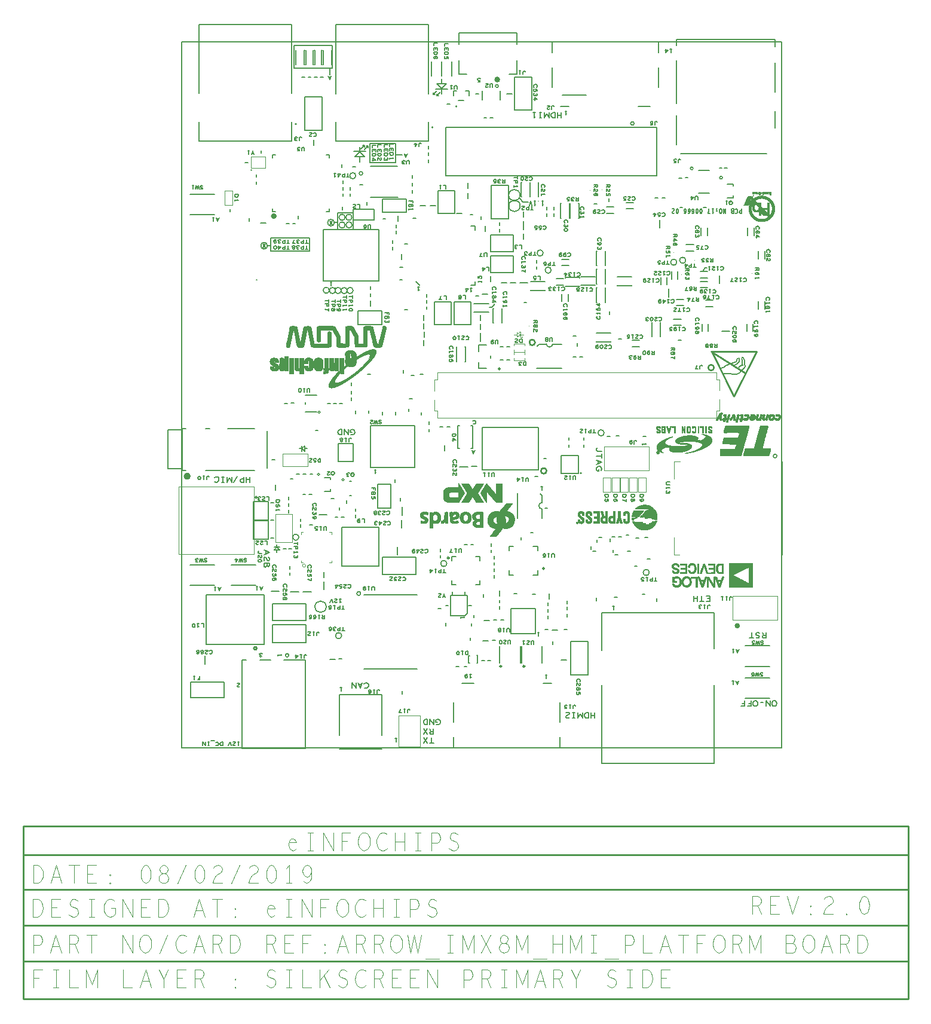
<source format=gbr>
G04 ================== begin FILE IDENTIFICATION RECORD ==================*
G04 Layout Name:  EI_ARROW_IMX8M_HMI_PLATFORM_17_00666_02.brd*
G04 Film Name:    slt.gbr*
G04 File Format:  Gerber RS274X*
G04 File Origin:  Cadence Allegro 17.2-P019*
G04 Origin Date:  Fri Feb 08 17:58:15 2019*
G04 *
G04 Layer:  DRAWING FORMAT/SLT*
G04 Layer:  DRAWING FORMAT/FILM_LABEL_OUTLINE*
G04 Layer:  REF DES/SILKSCREEN_TOP*
G04 Layer:  PACKAGE GEOMETRY/SILKSCREEN_TOP*
G04 Layer:  DRAWING FORMAT/FILM_TITLE_BLOCK*
G04 Layer:  BOARD GEOMETRY/OUTLINE*
G04 Layer:  BOARD GEOMETRY/SILKSCREEN_TOP*
G04 *
G04 Offset:    (0.00 0.00)*
G04 Mirror:    No*
G04 Mode:      Positive*
G04 Rotation:  0*
G04 FullContactRelief:  No*
G04 UndefLineWidth:     7.00*
G04 ================== end FILE IDENTIFICATION RECORD ====================*
%FSLAX25Y25*MOIN*%
%IR0*IPPOS*OFA0.00000B0.00000*MIA0B0*SFA1.00000B1.00000*%
%ADD10C,.01*%
%ADD11C,.01575*%
%ADD12C,.01969*%
%ADD13C,.001*%
%ADD14C,.003*%
%ADD15C,.004*%
%ADD16C,.007*%
%ADD17C,.005*%
%ADD18C,.00132*%
%ADD19C,.006*%
%ADD20C,.008*%
%ADD21C,.00433*%
%ADD22C,.0083*%
%ADD23C,.00435*%
%ADD24C,.00472*%
%ADD25C,.00591*%
%ADD26C,.00394*%
%ADD27C,.00827*%
%ADD28C,.00945*%
%ADD29C,.00984*%
%ADD30C,.00669*%
%ADD31C,.00787*%
G75*
%LPD*%
G75*
G36*
G01X311368Y68229D02*
G03I-1500J0D01*
G37*
G54D10*
G01X-88521Y-43540D02*
Y-139740D01*
G01D02*
X386979D01*
G01X-88521Y-118740D02*
X405279D01*
G01X-88521Y-98740D02*
X405279D01*
G01X-88521Y-78740D02*
X405279D01*
G01X-88521Y-59540D02*
X405279D01*
G01X-88521Y-43540D02*
X386979D01*
G01X191300Y45650D02*
G03I-500J0D01*
G01X178400D02*
G03I-500J0D01*
G01X149185Y106073D02*
G03I-500J0D01*
G01X386179Y-139740D02*
X405279D01*
Y-43540D01*
X385879D01*
G01X295417Y221216D02*
X314417Y209016D01*
G01X320517Y221216D02*
X295717D01*
X308017Y196316D01*
X320617Y221216D01*
G01X202300Y100200D02*
G03I-500J0D01*
G54D20*
G01X300817Y211916D02*
G03X303217Y213016I0J3168D01*
G02X303917Y213616I2331J-2011D01*
G01X307517Y214816D01*
G03X310017Y217216I0J2502D01*
G02X310917Y217516I572J-217D01*
G01X311017Y217316D01*
G02X310917Y215616I-1530J-763D01*
G02X310217Y214616I-17462J11479D01*
G02X308217Y213416I-2459J1832D01*
G01X302117Y208716D02*
G03X302817Y208816I0J2500D01*
G02X303417Y208916I720J-2469D01*
G02X304917I750J-16061D01*
G02X307417Y208516I-529J-11319D01*
G03X311317Y209316I1168J4210D01*
G03X311817Y210016I-987J1234D01*
G02X312517Y210816I1358J-482D01*
G01X313017Y211216D01*
X313617Y211716D01*
G03X314217Y212816I-1090J1308D01*
G01Y212916D01*
X314117Y213316D01*
X314017Y213916D01*
X313917Y214716D01*
Y216016D01*
G03X313217Y217716I-2414J0D01*
G03X312417Y217116I-350J-367D01*
G01X312717Y216516D01*
X312517Y215116D01*
G03X312617Y214316I1511J-217D01*
G02X312917Y213516I-13600J-5556D01*
G01X312317Y213416D01*
G03X311817Y213216I207J-1242D01*
G03X310317Y212116I15546J-22772D01*
G54D11*
G01X52116Y296647D02*
G03I-788J0D01*
G01X176763Y372782D02*
G03I-787J0D01*
G54D30*
G01X150568Y73988D02*
X158048D01*
X159229Y75169D01*
Y85012D01*
X149781D01*
Y73988D01*
X150568D01*
G54D21*
G01X83461Y119229D02*
Y120449D01*
X82241D01*
G01Y103429D02*
X83461D01*
Y104649D01*
G01X66441D02*
Y103429D01*
X67661D01*
G01X69173Y101739D02*
G03I-922J0D01*
G01X66441Y119229D02*
Y120449D01*
X67661D01*
G54D12*
G01X3990Y151626D02*
G03I-984J0D01*
G54D31*
G01X176588Y369200D02*
G03I-787J0D01*
G01X153500Y357900D02*
G03I-393J0D01*
G01X63956Y347994D02*
G03I-393J0D01*
G01X140156Y346194D02*
G03I-393J0D01*
G01X223016Y153279D02*
G03I-393J0D01*
G01X252363Y348337D02*
G03I-985J0D01*
G54D22*
G01X100867Y320479D02*
G03I-968J0D01*
G01X120371Y324416D02*
X105411D01*
G01Y307094D02*
X120765D01*
G54D13*
G01X178212Y122601D02*
X174240D01*
G01X178146Y122634D02*
X174114D01*
G01X178083Y122667D02*
X173994D01*
G01X178017Y122700D02*
X173886D01*
G01X177957Y122733D02*
X173781D01*
G01X177897Y122766D02*
X173682D01*
G01X177837Y122799D02*
X173589D01*
G01X177777Y122829D02*
X173502D01*
G01X177720Y122865D02*
X173418D01*
G01X177663Y122895D02*
X173334D01*
G01X177609Y122928D02*
X173256D01*
G01X177555Y122961D02*
X173181D01*
G01X177504Y122994D02*
X173109D01*
G01X177456Y123027D02*
X173037D01*
G01X177408Y123060D02*
X172971D01*
G01X177360Y123093D02*
X172905D01*
G01X177315Y123126D02*
X172842D01*
G01X177273Y123159D02*
X172782D01*
G01X177231Y123192D02*
X172725D01*
G01X177192Y123225D02*
X172668D01*
G01X177153Y123258D02*
X172614D01*
G01X177114Y123291D02*
X172563D01*
G01X177075Y123324D02*
X172509D01*
G01X177039Y123357D02*
X172461D01*
G01X177006Y123390D02*
X172413D01*
G01X176970Y123423D02*
X172365D01*
G01X176937Y123456D02*
X172320D01*
G01X176901Y123486D02*
X172275D01*
G01X176868Y123522D02*
X172233D01*
G01X176835Y123552D02*
X172191D01*
G01X176802Y123585D02*
X172149D01*
G01X176772Y123618D02*
X172110D01*
G01X176739Y123651D02*
X172071D01*
G01X176709Y123684D02*
X172032D01*
G01X176679Y123717D02*
X171996D01*
G01X176649Y123750D02*
X171960D01*
G01X176619Y123783D02*
X171924D01*
G01X176589Y123816D02*
X171888D01*
G01X176559Y123849D02*
X171855D01*
G01X176532Y123882D02*
X171822D01*
G01X176502Y123915D02*
X171789D01*
G01X176475Y123948D02*
X171759D01*
G01X176448Y123981D02*
X171729D01*
G01X176421Y124014D02*
X171699D01*
G01X176394Y124047D02*
X171669D01*
G01X176367Y124080D02*
X171642D01*
G01X176340Y124113D02*
X171612D01*
G01X176316Y124143D02*
X171585D01*
G01X176289Y124179D02*
X171558D01*
G01X176265Y124209D02*
X171531D01*
G01X176241Y124242D02*
X171507D01*
G01X176217Y124275D02*
X171483D01*
G01X176190Y124308D02*
X171456D01*
G01X176166Y124341D02*
X171432D01*
G01X176145Y124374D02*
X171411D01*
G01X176121Y124407D02*
X171387D01*
G01X176097Y124440D02*
X171366D01*
G01X176076Y124473D02*
X171342D01*
G01X176055Y124506D02*
X171321D01*
G01X176034Y124539D02*
X171300D01*
G01X176013Y124572D02*
X171279D01*
G01X175992Y124605D02*
X171258D01*
G01X175974Y124638D02*
X171240D01*
G01X175956Y124671D02*
X171222D01*
G01X175938Y124704D02*
X171201D01*
G01X175920Y124737D02*
X171183D01*
G01X175902Y124770D02*
X171165D01*
G01X175884Y124800D02*
X171147D01*
G01X175869Y124836D02*
X171132D01*
G01X175854Y124866D02*
X171114D01*
G01X175836Y124899D02*
X171096D01*
G01X175821Y124932D02*
X171081D01*
G01X175803Y124965D02*
X171066D01*
G01X175779Y124998D02*
X171051D01*
G01X175731Y125031D02*
X171036D01*
G01X175320Y125064D02*
X171021D01*
G01X175146Y125097D02*
X171006D01*
G01X175026Y125130D02*
X170994D01*
G01X174930Y125163D02*
X170979D01*
G01X174846Y125196D02*
X170967D01*
G01X174771Y125229D02*
X170952D01*
G01X174705Y125262D02*
X170940D01*
G01X174642Y125295D02*
X170928D01*
G01X174585Y125328D02*
X170916D01*
G01X174531Y125361D02*
X170907D01*
G01X174480Y125394D02*
X170895D01*
G01X174435Y125427D02*
X170883D01*
G01X174390Y125457D02*
X170874D01*
G01X174345Y125493D02*
X170862D01*
G01X174306Y125523D02*
X170853D01*
G01X174267Y125556D02*
X170844D01*
G01X174228Y125589D02*
X170835D01*
G01X174192Y125622D02*
X170826D01*
G01X174159Y125655D02*
X170817D01*
G01X174126Y125688D02*
X170808D01*
G01X174096Y125721D02*
X170799D01*
G01X174066Y125754D02*
X170793D01*
G01X174036Y125787D02*
X170784D01*
G01X174009Y125820D02*
X170778D01*
G01X173982Y125853D02*
X170772D01*
G01X173958Y125886D02*
X170766D01*
G01X173931Y125919D02*
X170760D01*
G01X173910Y125952D02*
X170754D01*
G01X173886Y125985D02*
X170751D01*
G01X173865Y126018D02*
X170748D01*
G01X173844Y126051D02*
X170745D01*
G01X173823Y126084D02*
X170739D01*
G01X173805Y126114D02*
X170736D01*
G01X173787Y126150D02*
X170736D01*
G01X173769Y126180D02*
X170733D01*
G01X173754Y126213D02*
X170730D01*
G01X173736Y126246D02*
X170727D01*
G01X173721Y126279D02*
X170727D01*
G01X173706Y126312D02*
X170727D01*
G01X173694Y126345D02*
X170724D01*
G01X173679Y126378D02*
X170721D01*
G01X173670Y126411D02*
X170721D01*
G01X173658Y126444D02*
X170718D01*
G01X173646Y126477D02*
X170718D01*
G01X173634Y126510D02*
X170718D01*
G01X173625Y126543D02*
X170715D01*
G01X173616Y126576D02*
X170715D01*
G01X173607Y126609D02*
X170715D01*
G01X173598Y126642D02*
X170712D01*
G01X173592Y126675D02*
X170712D01*
G01X173586Y126708D02*
X170712D01*
G01X173580Y126741D02*
X170709D01*
G01X173571Y126771D02*
X170709D01*
G01X173568Y126807D02*
X170709D01*
G01X173562Y126837D02*
X170709D01*
G01X173559Y126870D02*
X170709D01*
G01X173553Y126903D02*
X170709D01*
G01X173553Y126936D02*
X170709D01*
G01X173550Y126969D02*
X170709D01*
G01X173547Y127002D02*
X170709D01*
G01X173544Y127035D02*
X170709D01*
G01X173544Y127068D02*
X170709D01*
G01X173544Y127101D02*
X170709D01*
G01X173544Y127134D02*
X170709D01*
G01X173544Y127167D02*
X170712D01*
G01X173547Y127200D02*
X170712D01*
G01X173550Y127233D02*
X170712D01*
G01X173550Y127266D02*
X170715D01*
G01X173553Y127299D02*
X170715D01*
G01X173556Y127332D02*
X170718D01*
G01X173562Y127365D02*
X170718D01*
G01X173565Y127398D02*
X170721D01*
G01X173571Y127428D02*
X170721D01*
G01X173577Y127464D02*
X170724D01*
G01X173583Y127494D02*
X170727D01*
G01X173589Y127527D02*
X170727D01*
G01X173598Y127560D02*
X170730D01*
G01X173607Y127593D02*
X170733D01*
G01X173616Y127626D02*
X170736D01*
G01X173625Y127659D02*
X170739D01*
G01X173634Y127692D02*
X170742D01*
G01X173643Y127725D02*
X170745D01*
G01X173655Y127758D02*
X170751D01*
G01X173667Y127791D02*
X170754D01*
G01X173679Y127824D02*
X170757D01*
G01X173694Y127857D02*
X170763D01*
G01X173706Y127890D02*
X170766D01*
G01X173721Y127923D02*
X170772D01*
G01X173736Y127956D02*
X170778D01*
G01X173751Y127989D02*
X170781D01*
G01X173769Y128022D02*
X170787D01*
G01X173787Y128055D02*
X170793D01*
G01X173805Y128085D02*
X170799D01*
G01X173826Y128121D02*
X170805D01*
G01X173847Y128151D02*
X170811D01*
G01X173868Y128184D02*
X170817D01*
G01X173892Y128217D02*
X170826D01*
G01X173916Y128250D02*
X170832D01*
G01X173943Y128283D02*
X170838D01*
G01X173970Y128316D02*
X170847D01*
G01X174000Y128349D02*
X170853D01*
G01X174030Y128382D02*
X170862D01*
G01X174060Y128415D02*
X170871D01*
G01X174093Y128448D02*
X170877D01*
G01X174126Y128481D02*
X170886D01*
G01X174159Y128514D02*
X170895D01*
G01X174195Y128547D02*
X170904D01*
G01X174231Y128580D02*
X170913D01*
G01X174270Y128613D02*
X170925D01*
G01X174309Y128646D02*
X170934D01*
G01X174351Y128679D02*
X170943D01*
G01X174393Y128712D02*
X170955D01*
G01X174438Y128742D02*
X170964D01*
G01X174486Y128778D02*
X170976D01*
G01X174534Y128808D02*
X170988D01*
G01X174585Y128841D02*
X170997D01*
G01X174642Y128874D02*
X171012D01*
G01X174699Y128907D02*
X171024D01*
G01X174759Y128940D02*
X171036D01*
G01X174825Y128973D02*
X171048D01*
G01X174900Y129006D02*
X171060D01*
G01X174993Y129039D02*
X171075D01*
G01X175125Y129072D02*
X171087D01*
G01X175338Y129105D02*
X171102D01*
G01X175401Y129138D02*
X171114D01*
G01X175425Y129171D02*
X171129D01*
G01X175437Y129204D02*
X171144D01*
G01X175446Y129237D02*
X171159D01*
G01X175455Y129270D02*
X171174D01*
G01X175464Y129303D02*
X171189D01*
G01X175473Y129336D02*
X171204D01*
G01X175482Y129369D02*
X171219D01*
G01X175491Y129399D02*
X171237D01*
G01X175500Y129435D02*
X171252D01*
G01X175509Y129465D02*
X171270D01*
G01X175518Y129498D02*
X171285D01*
G01X175530Y129531D02*
X171303D01*
G01X175539Y129564D02*
X171321D01*
G01X175551Y129597D02*
X171339D01*
G01X175560Y129630D02*
X171357D01*
G01X175572Y129663D02*
X171375D01*
G01X175587Y129696D02*
X171396D01*
G01X175596Y129729D02*
X171414D01*
G01X175611Y129762D02*
X171435D01*
G01X175623Y129795D02*
X171456D01*
G01X175638Y129828D02*
X171477D01*
G01X175650Y129861D02*
X171498D01*
G01X175665Y129894D02*
X171519D01*
G01X175677Y129927D02*
X171540D01*
G01X175692Y129960D02*
X171564D01*
G01X175707Y129993D02*
X171585D01*
G01X175719Y130026D02*
X171609D01*
G01X175734Y130056D02*
X171633D01*
G01X175749Y130092D02*
X171654D01*
G01X175764Y130122D02*
X171681D01*
G01X175779Y130155D02*
X171705D01*
G01X175794Y130188D02*
X171729D01*
G01X175809Y130221D02*
X171756D01*
G01X175824Y130254D02*
X171783D01*
G01X175842Y130287D02*
X171807D01*
G01X175857Y130320D02*
X171837D01*
G01X175875Y130353D02*
X171864D01*
G01X175890Y130386D02*
X171891D01*
G01X175905Y130419D02*
X171921D01*
G01X175923Y130452D02*
X171951D01*
G01X175938Y130485D02*
X171981D01*
G01X175956Y130518D02*
X172011D01*
G01X175974Y130551D02*
X172041D01*
G01X175992Y130584D02*
X172074D01*
G01X176007Y130617D02*
X172107D01*
G01X176025Y130650D02*
X172140D01*
G01X176043Y130683D02*
X172173D01*
G01X176061Y130713D02*
X172209D01*
G01X176079Y130749D02*
X172242D01*
G01X176097Y130779D02*
X172281D01*
G01X176115Y130812D02*
X172317D01*
G01X176136Y130845D02*
X172356D01*
G01X176154Y130878D02*
X172392D01*
G01X176172Y130911D02*
X172434D01*
G01X176190Y130944D02*
X172473D01*
G01X176211Y130977D02*
X172515D01*
G01X176229Y131010D02*
X172557D01*
G01X176250Y131043D02*
X172602D01*
G01X176268Y131076D02*
X172647D01*
G01X176289Y131109D02*
X172692D01*
G01X176310Y131142D02*
X172740D01*
G01X176328Y131175D02*
X172788D01*
G01X176349Y131208D02*
X172839D01*
G01X176370Y131241D02*
X172890D01*
G01X176391Y131274D02*
X172944D01*
G01X176412Y131307D02*
X172998D01*
G01X176433Y131340D02*
X173055D01*
G01X176454Y131370D02*
X173112D01*
G01X176475Y131406D02*
X173175D01*
G01X176496Y131436D02*
X173238D01*
G01X176520Y131469D02*
X173304D01*
G01X176541Y131502D02*
X173373D01*
G01X176562Y131535D02*
X173442D01*
G01X176586Y131568D02*
X173517D01*
G01X176607Y131601D02*
X173598D01*
G01X176628Y131634D02*
X173679D01*
G01X176649Y131667D02*
X173766D01*
G01X176670Y131700D02*
X173859D01*
G01X176691Y131733D02*
X173961D01*
G01X176712Y131766D02*
X174069D01*
G01X176736Y131799D02*
X174192D01*
G01X174146Y125669D02*
G03X174463Y125405I1652J1661D01*
G01X173774Y126171D02*
G03X174146Y125668I1807J947D01*
G01X173575Y126759D02*
G03X173776Y126171I1988J351D01*
G01X173563Y127380D02*
G03X173574Y126759I1982J-275D01*
G01X173741Y127969D02*
G03X173564Y127378I1765J-851D01*
G01X174000Y128352D02*
G03X173742Y127968I1242J-1113D01*
G01X174384Y128705D02*
G03X174000Y128349I1643J-2157D01*
G01X175608Y131979D02*
G03X174237Y131814I-9J-5703D01*
G01Y131813D02*
G03X173020Y131321I1124J-4531D01*
G01X173022Y131319D02*
G03X172020Y130524I2220J-3828D01*
G01X172017Y130525D02*
G03X171267Y129469I3369J-3187D01*
G01Y129468D02*
G03X170997Y128838I4539J-2318D01*
G01X170999D02*
G03X170819Y128193I4432J-1584D01*
G01D02*
G03X170726Y127491I5218J-1048D01*
G01X170727Y127488D02*
G03X170712Y126691I8520J-559D01*
G01X170708Y126690D02*
G03X170726Y126258I22366J716D01*
G01Y126259D02*
G03X170750Y125989I3679J191D01*
G01D02*
G03X170789Y125767I2200J272D01*
G01X170790Y125769D02*
G03X170856Y125520I3720J853D01*
G01D02*
G03X171321Y124506I3777J1118D01*
G01X171322Y124507D02*
G03X172054Y123670I3265J2117D01*
G01X172053Y123666D02*
G03X173040Y123027I2862J3339D01*
G01X173041Y123028D02*
G03X174256Y122599I2704J5723D01*
G01X174255Y122598D02*
G03X174450Y122553I1498J6045D01*
G01X166602Y123093D02*
X165375D01*
G01X167169Y123126D02*
X164640D01*
G01X167442Y123159D02*
X164376D01*
G01X167676Y123192D02*
X164199D01*
G01X167871Y123225D02*
X164067D01*
G01X167886Y123258D02*
X163959D01*
G01X167886Y123291D02*
X163866D01*
G01X167886Y123324D02*
X163782D01*
G01X167886Y123357D02*
X163704D01*
G01X167889Y123390D02*
X163632D01*
G01X167889Y123423D02*
X163563D01*
G01X167889Y123456D02*
X163500D01*
G01X167889Y123486D02*
X163437D01*
G01X167889Y123522D02*
X163380D01*
G01X167889Y123552D02*
X163329D01*
G01X167889Y123585D02*
X163275D01*
G01X167889Y123618D02*
X163230D01*
G01X167889Y123651D02*
X163182D01*
G01X167889Y123684D02*
X163140D01*
G01X167889Y123717D02*
X163095D01*
G01X167889Y123750D02*
X163056D01*
G01X167889Y123783D02*
X163017D01*
G01X167889Y123816D02*
X162981D01*
G01X167889Y123849D02*
X162945D01*
G01X167889Y123882D02*
X162912D01*
G01X167889Y123915D02*
X162879D01*
G01X167889Y123948D02*
X162849D01*
G01X167889Y123981D02*
X162819D01*
G01X167889Y124014D02*
X162792D01*
G01X167889Y124047D02*
X162765D01*
G01X167889Y124080D02*
X162741D01*
G01X167889Y124113D02*
X162717D01*
G01X167889Y124143D02*
X162693D01*
G01X167889Y124179D02*
X162672D01*
G01X165525Y124209D02*
X162651D01*
G01X167889D02*
X165990D01*
G01X167889Y124242D02*
X166380D01*
G01X167889Y124275D02*
X166380D01*
G01X167889Y124308D02*
X166380D01*
G01X167889Y124341D02*
X166380D01*
G01X167892Y124374D02*
X166380D01*
G01X167892Y124407D02*
X166380D01*
G01X167892Y124440D02*
X166380D01*
G01X167892Y124473D02*
X166380D01*
G01X167892Y124506D02*
X166380D01*
G01X167892Y124539D02*
X166380D01*
G01X167892Y124572D02*
X166380D01*
G01X167892Y124605D02*
X166380D01*
G01X167892Y124638D02*
X166380D01*
G01X167892Y124671D02*
X166380D01*
G01X167892Y124704D02*
X166380D01*
G01X167892Y124737D02*
X166380D01*
G01X167892Y124770D02*
X166380D01*
G01X167892Y124800D02*
X166380D01*
G01X167892Y124836D02*
X166380D01*
G01X167892Y124866D02*
X166380D01*
G01X167892Y124899D02*
X166380D01*
G01X167892Y124932D02*
X166380D01*
G01X167892Y124965D02*
X166380D01*
G01X167892Y124998D02*
X166380D01*
G01X167892Y125031D02*
X166380D01*
G01X167892Y125064D02*
X166380D01*
G01X167892Y125097D02*
X166380D01*
G01X167892Y125130D02*
X166380D01*
G01X167892Y125163D02*
X166380D01*
G01X167892Y125196D02*
X166380D01*
G01X167892Y125229D02*
X166380D01*
G01X167892Y125262D02*
X166380D01*
G01X167892Y125295D02*
X166380D01*
G01X167892Y125328D02*
X166380D01*
G01X167892Y125361D02*
X166380D01*
G01X167892Y125394D02*
X166380D01*
G01X167892Y125427D02*
X166380D01*
G01X167892Y125457D02*
X166380D01*
G01X167892Y125493D02*
X166380D01*
G01X167892Y125523D02*
X166380D01*
G01X167892Y125556D02*
X166380D01*
G01X167892Y125589D02*
X166380D01*
G01X167895Y125622D02*
X166380D01*
G01X167895Y125655D02*
X166380D01*
G01X167895Y125688D02*
X166380D01*
G01X167895Y125721D02*
X166380D01*
G01X167895Y125754D02*
X166380D01*
G01X167895Y125787D02*
X166380D01*
G01X167895Y125820D02*
X166380D01*
G01X167895Y125853D02*
X166380D01*
G01X167895Y125886D02*
X166380D01*
G01X167895Y125919D02*
X166380D01*
G01X167895Y125952D02*
X166380D01*
G01X167895Y125985D02*
X166380D01*
G01X167895Y126018D02*
X166380D01*
G01X167895Y126051D02*
X166380D01*
G01X167895Y126084D02*
X166380D01*
G01X167895Y126114D02*
X166380D01*
G01X167895Y126150D02*
X166380D01*
G01X167895Y126180D02*
X166380D01*
G01X167895Y126213D02*
X166380D01*
G01X167895Y126246D02*
X166380D01*
G01X167895Y126279D02*
X166380D01*
G01X167895Y126312D02*
X166380D01*
G01X167895Y126345D02*
X166380D01*
G01X167895Y126378D02*
X166380D01*
G01X167895Y126411D02*
X166380D01*
G01X167895Y126444D02*
X166380D01*
G01X167895Y126477D02*
X166380D01*
G01X167895Y126510D02*
X166380D01*
G01X165420Y126543D02*
X163014D01*
G01X167895D02*
X166380D01*
G01X166029Y126576D02*
X163050D01*
G01X167898D02*
X166380D01*
G01X167898Y126609D02*
X163092D01*
G01X167898Y126642D02*
X163131D01*
G01X167898Y126675D02*
X163176D01*
G01X167898Y126708D02*
X163224D01*
G01X167898Y126741D02*
X163272D01*
G01X167898Y126771D02*
X163323D01*
G01X167898Y126807D02*
X163377D01*
G01X167898Y126837D02*
X163437D01*
G01X167898Y126870D02*
X163500D01*
G01X167898Y126903D02*
X163566D01*
G01X167898Y126936D02*
X163632D01*
G01X167898Y126969D02*
X163698D01*
G01X167898Y127002D02*
X163761D01*
G01X167898Y127035D02*
X163725D01*
G01X167898Y127068D02*
X163626D01*
G01X167898Y127101D02*
X163527D01*
G01X167898Y127134D02*
X163440D01*
G01X167898Y127167D02*
X163365D01*
G01X167898Y127200D02*
X163296D01*
G01X167898Y127233D02*
X163233D01*
G01X167898Y127266D02*
X163176D01*
G01X167898Y127299D02*
X163122D01*
G01X167898Y127332D02*
X163068D01*
G01X167898Y127365D02*
X163023D01*
G01X167898Y127398D02*
X162975D01*
G01X167898Y127428D02*
X162933D01*
G01X167898Y127464D02*
X162891D01*
G01X167898Y127494D02*
X162852D01*
G01X167898Y127527D02*
X162813D01*
G01X167901Y127560D02*
X162777D01*
G01X167901Y127593D02*
X162741D01*
G01X167901Y127626D02*
X162708D01*
G01X167901Y127659D02*
X162675D01*
G01X167901Y127692D02*
X162645D01*
G01X165180Y127725D02*
X162612D01*
G01X167901D02*
X166380D01*
G01X167901Y127758D02*
X166380D01*
G01X167901Y127791D02*
X166380D01*
G01X167901Y127824D02*
X166380D01*
G01X167901Y127857D02*
X166380D01*
G01X167901Y127890D02*
X166380D01*
G01X167901Y127923D02*
X166380D01*
G01X167901Y127956D02*
X166380D01*
G01X167901Y127989D02*
X166380D01*
G01X167901Y128022D02*
X166380D01*
G01X167901Y128055D02*
X166380D01*
G01X167901Y128085D02*
X166380D01*
G01X167901Y128121D02*
X166380D01*
G01X167901Y128151D02*
X166380D01*
G01X167901Y128184D02*
X166380D01*
G01X167901Y128217D02*
X166380D01*
G01X167901Y128250D02*
X166380D01*
G01X167901Y128283D02*
X166380D01*
G01X167901Y128316D02*
X166380D01*
G01X167901Y128349D02*
X166380D01*
G01X167901Y128382D02*
X166380D01*
G01X167901Y128415D02*
X166380D01*
G01X167901Y128448D02*
X166380D01*
G01X167901Y128481D02*
X166380D01*
G01X167901Y128514D02*
X166380D01*
G01X167901Y128547D02*
X166380D01*
G01X167901Y128580D02*
X166380D01*
G01X167901Y128613D02*
X166380D01*
G01X167901Y128646D02*
X166380D01*
G01X167901Y128679D02*
X166380D01*
G01X167901Y128712D02*
X166380D01*
G01X167901Y128742D02*
X166380D01*
G01X167901Y128778D02*
X166380D01*
G01X167901Y128808D02*
X166380D01*
G01X167901Y128841D02*
X166380D01*
G01X167904Y128874D02*
X166380D01*
G01X167904Y128907D02*
X166380D01*
G01X167904Y128940D02*
X166380D01*
G01X167904Y128973D02*
X166380D01*
G01X167904Y129006D02*
X166380D01*
G01X167904Y129039D02*
X166380D01*
G01X167904Y129072D02*
X166380D01*
G01X167904Y129105D02*
X166380D01*
G01X167904Y129138D02*
X166380D01*
G01X167904Y129171D02*
X166380D01*
G01X167904Y129204D02*
X166380D01*
G01X167904Y129237D02*
X166380D01*
G01X167904Y129270D02*
X166380D01*
G01X167904Y129303D02*
X166380D01*
G01X167904Y129336D02*
X166380D01*
G01X167904Y129369D02*
X166380D01*
G01X167904Y129399D02*
X166380D01*
G01X167904Y129435D02*
X166380D01*
G01X167904Y129465D02*
X166380D01*
G01X167904Y129498D02*
X166380D01*
G01X167904Y129531D02*
X166380D01*
G01X167904Y129564D02*
X166380D01*
G01X167904Y129597D02*
X166380D01*
G01X167904Y129630D02*
X166380D01*
G01X167904Y129663D02*
X166380D01*
G01X167904Y129696D02*
X166380D01*
G01X167904Y129729D02*
X166380D01*
G01X167904Y129762D02*
X166380D01*
G01X167904Y129795D02*
X166380D01*
G01X167904Y129828D02*
X166380D01*
G01X167907Y129861D02*
X166380D01*
G01X167907Y129894D02*
X166380D01*
G01X167907Y129927D02*
X166380D01*
G01X167907Y129960D02*
X166380D01*
G01X167907Y129993D02*
X166380D01*
G01X167907Y130026D02*
X166380D01*
G01X167907Y130056D02*
X166380D01*
G01X167907Y130092D02*
X166380D01*
G01X167907Y130122D02*
X166380D01*
G01X167907Y130155D02*
X166380D01*
G01X167907Y130188D02*
X166380D01*
G01X167907Y130221D02*
X166380D01*
G01X167907Y130254D02*
X166380D01*
G01X167907Y130287D02*
X166380D01*
G01X167907Y130320D02*
X166380D01*
G01X167907Y130353D02*
X166380D01*
G01X167907Y130386D02*
X166380D01*
G01X167907Y130419D02*
X166380D01*
G01X165315Y130452D02*
X162522D01*
G01X167907D02*
X166110D01*
G01X167907Y130485D02*
X162546D01*
G01X167907Y130518D02*
X162573D01*
G01X167907Y130551D02*
X162600D01*
G01X167907Y130584D02*
X162630D01*
G01X167907Y130617D02*
X162660D01*
G01X167907Y130650D02*
X162690D01*
G01X167907Y130683D02*
X162720D01*
G01X167907Y130713D02*
X162753D01*
G01X167907Y130749D02*
X162789D01*
G01X167907Y130779D02*
X162822D01*
G01X167907Y130812D02*
X162861D01*
G01X167907Y130845D02*
X162897D01*
G01X167910Y130878D02*
X162936D01*
G01X167910Y130911D02*
X162978D01*
G01X167910Y130944D02*
X163023D01*
G01X167910Y130977D02*
X163068D01*
G01X167910Y131010D02*
X163116D01*
G01X167910Y131043D02*
X163167D01*
G01X167910Y131076D02*
X163221D01*
G01X167910Y131109D02*
X163278D01*
G01X167910Y131142D02*
X163338D01*
G01X167910Y131175D02*
X163401D01*
G01X167910Y131208D02*
X163467D01*
G01X167910Y131241D02*
X163539D01*
G01X167910Y131274D02*
X163617D01*
G01X167910Y131307D02*
X163698D01*
G01X167910Y131340D02*
X163788D01*
G01X167910Y131370D02*
X163887D01*
G01X167910Y131406D02*
X163995D01*
G01X167910Y131436D02*
X164115D01*
G01X167910Y131469D02*
X164250D01*
G01X167910Y131502D02*
X164406D01*
G01X167814Y131535D02*
X164598D01*
G01X167613Y131568D02*
X164838D01*
G01X167163Y131601D02*
X165129D01*
G01X166407Y131634D02*
X165531D01*
G01X165984Y130458D02*
G03X165018Y130420I-292J-4863D01*
G01X166380Y130437D02*
X165984Y130458D01*
G01X166380Y127704D02*
Y130437D01*
G01X165801Y127704D02*
X166380D01*
G01X165561Y127707D02*
G03X165798Y127704I227J8592D01*
G01X165321Y127713D02*
G03X165561Y127701I556J8706D01*
G01X165111Y127732D02*
G03X165321Y127717I657J7718D01*
G01X165255Y126528D02*
G03X165036Y126501I723J-6768D01*
G01X165508Y126550D02*
G03X165256Y126529I511J-7657D01*
G01X165762Y126563D02*
G03X165507Y126548I335J-7865D01*
G01X166380Y126591D02*
X165759Y126564D01*
G01X166380Y124242D02*
Y126591D01*
G01X166164Y124224D02*
X166380Y124242D01*
G01X165778Y124206D02*
G03X166168Y124224I4J4149D01*
G01X165348Y124218D02*
G03X165777Y124203I426J6036D01*
G01X164955Y124259D02*
G03X165348Y124220I750J5563D01*
G01X166848Y123101D02*
G03X167067Y123116I-108J3187D01*
G01X167064D02*
G03X167232Y123134I-1406J13912D01*
G01X167235Y123132D02*
G03X167409Y123153I-1932J16740D01*
G01X167406Y123156D02*
G03X167565Y123177I-1903J15024D01*
G01X167568Y123175D02*
G03X167676Y123193I-531J3521D01*
G01X167886Y123228D02*
X167673Y123192D01*
G01X167898Y127374D02*
X167886Y123228D01*
G01X167910Y131517D02*
X167898Y127374D01*
G01X167763Y131544D02*
X167910Y131517D01*
G01X167763Y131546D02*
G03X167430Y131585I-477J-2633D01*
G01Y131588D02*
G03X166725Y131624I-2463J-41315D01*
G01X166728Y131621D02*
G03X166020Y131645I-1569J-35831D01*
G01Y131647D02*
G03X165591Y131641I-141J-5275D01*
G01Y131639D02*
G03X164619Y131540I663J-11333D01*
G01X164818Y123110D02*
G03X165616Y123086I1057J21868D01*
G01X165615Y123090D02*
G03X166047Y123087I411J28050D01*
G01X166050Y123088D02*
G03X166476Y123094I-165J26825D01*
G01X166477Y123091D02*
G03X166849Y123103I-590J24065D01*
G01X178428Y122076D02*
X175077D01*
G01X178455Y122109D02*
X175104D01*
G01X178482Y122142D02*
X175131D01*
G01X178506Y122172D02*
X175158D01*
G01X178533Y122208D02*
X175185D01*
G01X178560Y122238D02*
X175212D01*
G01X178584Y122271D02*
X175239D01*
G01X178611Y122304D02*
X175263D01*
G01X178638Y122337D02*
X175290D01*
G01X178659Y122370D02*
X175317D01*
G01X178665Y122403D02*
X175317D01*
G01X178620Y122436D02*
X175179D01*
G01X178479Y122469D02*
X174918D01*
G01X178410Y122502D02*
X174717D01*
G01X178344Y122535D02*
X174540D01*
G01X178278Y122568D02*
X174381D01*
G01X177021Y123375D02*
G03X177477Y123015I2442J2625D01*
G01X176547Y123861D02*
G03X177021Y123375I4943J4346D01*
G01X176130Y124389D02*
G03X176547Y123858I5329J3755D01*
G01X175845Y124882D02*
G03X176130Y124393I2973J1405D01*
G01X175848Y124878D02*
G03X175797Y124980I-1014J-443D01*
G01X175795Y124981D02*
G03X175750Y125025I-110J-68D01*
G01X175749D02*
G03X175686Y125043I-71J-129D01*
G01D02*
G03X175560Y125049I-139J-1599D01*
G01X175185Y125088D02*
G03X175560Y125046I381J1710D01*
G01X174813Y125208D02*
G03X175182Y125089I787J1810D01*
G01X174462Y125408D02*
G03X174813Y125209I1209J1724D01*
G01X174450Y122550D02*
G03X174666Y122508I1814J8751D01*
G01X174669Y122512D02*
G03X174873Y122479I1427J8177D01*
G01X174870Y122476D02*
G03X175023Y122458I387J2630D01*
G01X175140Y122443D02*
G03X175020Y122458I-387J-2608D01*
G01X175239Y122423D02*
G03X175140Y122441I-277J-1241D01*
G01X175317Y122403D02*
G03X175239Y122421I-324J-1224D01*
G01X175326Y122388D02*
G03X175317Y122403I-12J3D01*
G01X175312Y122362D02*
G03X175327Y122389I-73J58D01*
G01X174828Y121764D02*
X175308Y122361D01*
G01X183756Y123618D02*
X177396D01*
G01X183795Y123651D02*
X177360D01*
G01X183834Y123684D02*
X177324D01*
G01X183873Y123717D02*
X177288D01*
G01X183909Y123750D02*
X177252D01*
G01X183945Y123783D02*
X177219D01*
G01X183981Y123816D02*
X177183D01*
G01X184017Y123849D02*
X177150D01*
G01X184050Y123882D02*
X177117D01*
G01X184083Y123915D02*
X177084D01*
G01X184119Y123948D02*
X177051D01*
G01X184149Y123981D02*
X177018D01*
G01X184182Y124014D02*
X176988D01*
G01X184212Y124047D02*
X176955D01*
G01X184242Y124080D02*
X176925D01*
G01X184272Y124113D02*
X176895D01*
G01X184302Y124143D02*
X176865D01*
G01X184332Y124179D02*
X176835D01*
G01X184359Y124209D02*
X176805D01*
G01X184389Y124242D02*
X176775D01*
G01X184416Y124275D02*
X176748D01*
G01X184443Y124308D02*
X176721D01*
G01X184467Y124341D02*
X176694D01*
G01X184494Y124374D02*
X176667D01*
G01X184518Y124407D02*
X176643D01*
G01X184545Y124440D02*
X176619D01*
G01X184569Y124473D02*
X176595D01*
G01X184593Y124506D02*
X176571D01*
G01X184617Y124539D02*
X176550D01*
G01X184641Y124572D02*
X176529D01*
G01X184662Y124605D02*
X176505D01*
G01X184683Y124638D02*
X176484D01*
G01X184704Y124671D02*
X176463D01*
G01X184728Y124704D02*
X176445D01*
G01X184749Y124737D02*
X176424D01*
G01X184767Y124770D02*
X176403D01*
G01X184788Y124800D02*
X176385D01*
G01X184809Y124836D02*
X176367D01*
G01X184827Y124866D02*
X176346D01*
G01X184845Y124899D02*
X176328D01*
G01X184863Y124932D02*
X176310D01*
G01X184881Y124965D02*
X176292D01*
G01X184899Y124998D02*
X176274D01*
G01X184917Y125031D02*
X176259D01*
G01X184932Y125064D02*
X176241D01*
G01X184950Y125097D02*
X176226D01*
G01X184965Y125130D02*
X176208D01*
G01X184983Y125163D02*
X176193D01*
G01X184998Y125196D02*
X176175D01*
G01X185010Y125229D02*
X176160D01*
G01X185028Y125262D02*
X176145D01*
G01X185040Y125295D02*
X176130D01*
G01X185055Y125328D02*
X176115D01*
G01X185067Y125361D02*
X176100D01*
G01X185082Y125394D02*
X176088D01*
G01X180375Y125427D02*
X176073D01*
G01X180078Y125457D02*
X176061D01*
G01X179973Y125493D02*
X176046D01*
G01X179895Y125523D02*
X176034D01*
G01X179823Y125556D02*
X176022D01*
G01X179754Y125589D02*
X176010D01*
G01X179691Y125622D02*
X175998D01*
G01X179628Y125655D02*
X175986D01*
G01X179574Y125688D02*
X175974D01*
G01X179520Y125721D02*
X175962D01*
G01X179472Y125754D02*
X175953D01*
G01X179427Y125787D02*
X175941D01*
G01X179382Y125820D02*
X175932D01*
G01X179340Y125853D02*
X175920D01*
G01X179301Y125886D02*
X175911D01*
G01X179265Y125919D02*
X175902D01*
G01X179229Y125952D02*
X175893D01*
G01X179193Y125985D02*
X175884D01*
G01X179160Y126018D02*
X175875D01*
G01X179130Y126051D02*
X175866D01*
G01X179100Y126084D02*
X175857D01*
G01X179070Y126114D02*
X175848D01*
G01X179043Y126150D02*
X175842D01*
G01X179016Y126180D02*
X175833D01*
G01X178989Y126213D02*
X175827D01*
G01X178965Y126246D02*
X175818D01*
G01X178941Y126279D02*
X175812D01*
G01X178917Y126312D02*
X175803D01*
G01X178896Y126345D02*
X175797D01*
G01X178875Y126378D02*
X175791D01*
G01X178854Y126411D02*
X175785D01*
G01X178833Y126444D02*
X175779D01*
G01X178815Y126477D02*
X175773D01*
G01X178797Y126510D02*
X175767D01*
G01X178779Y126543D02*
X175764D01*
G01X178764Y126576D02*
X175758D01*
G01X178746Y126609D02*
X175752D01*
G01X178731Y126642D02*
X175749D01*
G01X178716Y126675D02*
X175743D01*
G01X175730Y126762D02*
G03X175886Y125964I5185J599D01*
G01X175890D02*
G03X176157Y125235I4572J1261D01*
G01D02*
G03X176550Y124542I4682J2197D01*
G01D02*
G03X176784Y124236I2412J1602D01*
G01X176785Y124237D02*
G03X177115Y123886I5338J4688D01*
G01X177116Y123887D02*
G03X177469Y123560I5009J5054D01*
G01X176757Y131832D02*
X174324D01*
G01X176766Y131865D02*
X174474D01*
G01X176673Y131898D02*
X174651D01*
G01X176406Y131928D02*
X174870D01*
G01X176043Y131964D02*
X175194D01*
G01X178249Y121850D02*
G03X178645Y122351I-199083J157766D01*
G01X178647Y122349D02*
G03X178665Y122400I-63J51D01*
G01X178662D02*
G03X178659Y122415I-24J3D01*
G01X178660Y122416D02*
G03X178648Y122428I-37J-25D01*
G01X178647Y122430D02*
G03X178626Y122436I-28J-60D01*
G01X178629D02*
G03X178605Y122439I-23J-90D01*
G01X178488Y122467D02*
G03X178608Y122440I120J253D01*
G01X178128Y122642D02*
G03X178488Y122465I7839J15490D01*
G01X177765Y122838D02*
G03X178128Y122643I5007J8886D01*
G01X177477Y123014D02*
G03X177765Y122837I2478J3709D01*
G01X174817Y128968D02*
G03X174385Y128703I1136J-2336D01*
G01X175224Y129088D02*
G03X174819Y128971I138J-1237D01*
G01X175221Y129086D02*
G03X175341Y129103I-133J1374D01*
G01X175342D02*
G03X175400Y129130I-17J113D01*
G01X175397Y129134D02*
G03X175433Y129190I-87J96D01*
G01X175427Y129186D02*
G03X175466Y129315I-1817J620D01*
G01X175614Y129771D02*
G03X175470Y129318I3303J-1299D01*
G01X175851Y130308D02*
G03X175615Y129771I7172J-3472D01*
G01X176154Y130875D02*
G03X175851Y130305I8121J-4683D01*
G01X176499Y131440D02*
G03X176151Y130879I8517J-5672D01*
G01X176498Y131440D02*
G03X176594Y131587I-40415J26498D01*
G01X176595Y131586D02*
G03X176682Y131718I-23259J15425D01*
G01X176683D02*
G03X176755Y131829I-53710J34918D01*
G01Y131826D02*
G03X176766Y131848I-147J87D01*
G01X176763Y131847D02*
G03X176742Y131886I-24J12D01*
G01Y131890D02*
G03X176379Y131935I-2311J-17152D01*
G01X176380Y131930D02*
G03X175987Y131963I-839J-7634D01*
G01Y131967D02*
G03X175609Y131979I-388J-6276D01*
G01X180411Y125853D02*
X180285D01*
G01X180435Y125886D02*
X180150D01*
G01X180447Y125919D02*
X180051D01*
G01X180456Y125952D02*
X179970D01*
G01X180462Y125985D02*
X179901D01*
G01X180465Y126018D02*
X179841D01*
G01X180468Y126051D02*
X179784D01*
G01X180468Y126084D02*
X179733D01*
G01X180471Y126114D02*
X179685D01*
G01X180471Y126150D02*
X179643D01*
G01X180474Y126180D02*
X179601D01*
G01X180474Y126213D02*
X179562D01*
G01X180474Y126246D02*
X179526D01*
G01X180477Y126279D02*
X179490D01*
G01X180477Y126312D02*
X179457D01*
G01X180480Y126345D02*
X179427D01*
G01X180480Y126378D02*
X179397D01*
G01X180480Y126411D02*
X179367D01*
G01X180483Y126444D02*
X179340D01*
G01X180483Y126477D02*
X179316D01*
G01X180483Y126510D02*
X179292D01*
G01X180483Y126543D02*
X179268D01*
G01X180483Y126576D02*
X179247D01*
G01X180483Y126609D02*
X179226D01*
G01X180483Y126642D02*
X179208D01*
G01X180486Y126675D02*
X179187D01*
G01X180486Y126708D02*
X179169D01*
G01X180486Y126741D02*
X179154D01*
G01X180486Y126771D02*
X179139D01*
G01X180486Y126807D02*
X179121D01*
G01X180486Y126837D02*
X179106D01*
G01X180486Y126870D02*
X179091D01*
G01X180486Y126903D02*
X179079D01*
G01X180486Y126936D02*
X179064D01*
G01X180486Y126969D02*
X179052D01*
G01X180486Y127002D02*
X179043D01*
G01X180486Y127035D02*
X179034D01*
G01X180486Y127068D02*
X179025D01*
G01X180486Y127101D02*
X179019D01*
G01X180486Y127134D02*
X179013D01*
G01X180483Y127167D02*
X179010D01*
G01X180483Y127200D02*
X179007D01*
G01X180483Y127233D02*
X179007D01*
G01X180483Y127266D02*
X179007D01*
G01X180483Y127299D02*
X179004D01*
G01X180483Y127332D02*
X179004D01*
G01X180483Y127365D02*
X179004D01*
G01X180480Y127398D02*
X179004D01*
G01X180480Y127428D02*
X179004D01*
G01X180480Y127464D02*
X179004D01*
G01X180477Y127494D02*
X179004D01*
G01X180477Y127527D02*
X179007D01*
G01X180474Y127560D02*
X179007D01*
G01X180474Y127593D02*
X179010D01*
G01X180471Y127626D02*
X179013D01*
G01X180471Y127659D02*
X179016D01*
G01X180468Y127692D02*
X179019D01*
G01X180465Y127725D02*
X179022D01*
G01X180462Y127758D02*
X179028D01*
G01X180459Y127791D02*
X179034D01*
G01X180456Y127824D02*
X179040D01*
G01X180450Y127857D02*
X179046D01*
G01X180447Y127890D02*
X179055D01*
G01X180441Y127923D02*
X179064D01*
G01X180438Y127956D02*
X179076D01*
G01X180432Y127989D02*
X179085D01*
G01X180426Y128022D02*
X179097D01*
G01X180420Y128055D02*
X179112D01*
G01X180414Y128085D02*
X179127D01*
G01X180408Y128121D02*
X179142D01*
G01X180399Y128151D02*
X179160D01*
G01X180393Y128184D02*
X179178D01*
G01X180384Y128217D02*
X179196D01*
G01X180378Y128250D02*
X179217D01*
G01X180369Y128283D02*
X179238D01*
G01X180360Y128316D02*
X179259D01*
G01X180354Y128349D02*
X179283D01*
G01X180345Y128382D02*
X179307D01*
G01X180336Y128415D02*
X179334D01*
G01X180327Y128448D02*
X179361D01*
G01X180318Y128481D02*
X179388D01*
G01X180309Y128514D02*
X179421D01*
G01X180300Y128547D02*
X179454D01*
G01X180291Y128580D02*
X179493D01*
G01X180282Y128613D02*
X179529D01*
G01X180273Y128646D02*
X179571D01*
G01X180264Y128679D02*
X179613D01*
G01X180255Y128712D02*
X179655D01*
G01X180243Y128742D02*
X179700D01*
G01X180234Y128778D02*
X179748D01*
G01X180222Y128808D02*
X179799D01*
G01X180213Y128841D02*
X179850D01*
G01X180201Y128874D02*
X179904D01*
G01X180183Y128907D02*
X179964D01*
G01X180150Y128940D02*
X180060D01*
G01X180429Y125875D02*
G03X180453Y125944I-429J188D01*
G01X180449Y125943D02*
G03X180464Y126024I-350J107D01*
G01Y126022D02*
G03X180476Y126277I-19241J1033D01*
G01X180477Y126276D02*
G03X180486Y126580I-15255J604D01*
G01X180483Y126579D02*
G03X180486Y126915I-23175J375D01*
G01D02*
G03X180477Y127489I-20676J-37D01*
G01X180479Y127492D02*
G03X180452Y127864I-3956J-100D01*
G01X180451D02*
G03X180391Y128200I-3115J-383D01*
G01X180390Y128199D02*
G03X180273Y128637I-9192J-2221D01*
G01X180275Y128641D02*
G03X180212Y128848I-8609J-2507D01*
G01Y128847D02*
G03X180176Y128919I-251J-81D01*
G01X180178Y128920D02*
G03X180136Y128947I-52J-35D01*
G01X180132Y128944D02*
G03X180064Y128941I-26J-193D01*
G01Y128938D02*
G03X179912Y128875I135J-541D01*
G01X179910Y128878D02*
G03X179694Y128737I1493J-2522D01*
G01X179692Y128739D02*
G03X179482Y128571I1726J-2373D01*
G01X179481Y128572D02*
G03X179336Y128419I738J-845D01*
G01X179337Y128418D02*
G03X179181Y128190I1557J-1233D01*
G01X179178Y128194D02*
G03X179079Y127972I1038J-596D01*
G01X179076Y127971D02*
G03X179022Y127728I1197J-393D01*
G01X179025Y127725D02*
G03X179004Y127431I2394J-319D01*
G01D02*
G03X179010Y127206I4761J14D01*
G01X179007D02*
G03X179027Y127062I866J47D01*
G01X179028D02*
G03X179070Y126930I741J163D01*
G01X179066D02*
G03X179150Y126750I2863J1226D01*
G01X179148Y126747D02*
G03X179346Y126438I1515J753D01*
G01X179345D02*
G03X179607Y126176I1348J1086D01*
G01X179605Y126175D02*
G03X179908Y125980I1049J1297D01*
G01X179910Y125983D02*
G03X180237Y125866I638J1268D01*
G01D02*
G03X180351Y125845I472J2243D01*
G01Y125838D02*
G03X180399Y125846I9J96D01*
G01Y125844D02*
G03X180427Y125871I-19J47D01*
G01X180717Y122535D02*
X180405D01*
G01X181200Y122568D02*
X179934D01*
G01X181449Y122601D02*
X179691D01*
G01X181635Y122634D02*
X179505D01*
G01X181791Y122667D02*
X179349D01*
G01X181926Y122700D02*
X179211D01*
G01X182049Y122733D02*
X179088D01*
G01X182160Y122766D02*
X178977D01*
G01X182262Y122799D02*
X178872D01*
G01X182358Y122829D02*
X178776D01*
G01X182445Y122865D02*
X178686D01*
G01X182532Y122895D02*
X178599D01*
G01X182610Y122928D02*
X178518D01*
G01X182688Y122961D02*
X178440D01*
G01X182760Y122994D02*
X178368D01*
G01X182829Y123027D02*
X178299D01*
G01X182895Y123060D02*
X178230D01*
G01X182958Y123093D02*
X178167D01*
G01X183021Y123126D02*
X178104D01*
G01X183081Y123159D02*
X178044D01*
G01X183138Y123192D02*
X177987D01*
G01X183192Y123225D02*
X177933D01*
G01X183249Y123258D02*
X177879D01*
G01X183300Y123291D02*
X177828D01*
G01X183351Y123324D02*
X177777D01*
G01X183402Y123357D02*
X177729D01*
G01X183450Y123390D02*
X177681D01*
G01X183498Y123423D02*
X177636D01*
G01X183543Y123456D02*
X177594D01*
G01X183588Y123486D02*
X177552D01*
G01X183630Y123522D02*
X177513D01*
G01X183672Y123552D02*
X177471D01*
G01X183714Y123585D02*
X177435D01*
G01X185094Y125427D02*
X180804D01*
G01X185106Y125457D02*
X181086D01*
G01X185118Y125493D02*
X181221D01*
G01X185133Y125523D02*
X181320D01*
G01X185145Y125556D02*
X181401D01*
G01X185154Y125589D02*
X181473D01*
G01X185166Y125622D02*
X181536D01*
G01X185178Y125655D02*
X181590D01*
G01X185190Y125688D02*
X181641D01*
G01X185199Y125721D02*
X181686D01*
G01X185211Y125754D02*
X181731D01*
G01X185220Y125787D02*
X181776D01*
G01X185232Y125820D02*
X181815D01*
G01X185241Y125853D02*
X181857D01*
G01X185250Y125886D02*
X181896D01*
G01X185259Y125919D02*
X181932D01*
G01X185271Y125952D02*
X181968D01*
G01X185280Y125985D02*
X182004D01*
G01X185289Y126018D02*
X182040D01*
G01X185298Y126051D02*
X182070D01*
G01X185304Y126084D02*
X182103D01*
G01X185313Y126114D02*
X182133D01*
G01X185322Y126150D02*
X182160D01*
G01X185331Y126180D02*
X182187D01*
G01X185337Y126213D02*
X182214D01*
G01X185346Y126246D02*
X182241D01*
G01X185352Y126279D02*
X182265D01*
G01X185361Y126312D02*
X182286D01*
G01X185367Y126345D02*
X182310D01*
G01X185373Y126378D02*
X182331D01*
G01X185382Y126411D02*
X182352D01*
G01X185388Y126444D02*
X182370D01*
G01X185394Y126477D02*
X182391D01*
G01X185400Y126510D02*
X182409D01*
G01X185406Y126543D02*
X182424D01*
G01X185412Y126576D02*
X182442D01*
G01X185418Y126609D02*
X182457D01*
G01X185424Y126642D02*
X182472D01*
G01X185427Y126675D02*
X182487D01*
G01X178701Y126708D02*
X175740D01*
G01X185433D02*
X182499D01*
G01X178689Y126741D02*
X175734D01*
G01X185439D02*
X182511D01*
G01X178677Y126771D02*
X175731D01*
G01X185442D02*
X182526D01*
G01X178665Y126807D02*
X175728D01*
G01X185448D02*
X182535D01*
G01X178656Y126837D02*
X175725D01*
G01X185451D02*
X182547D01*
G01X178644Y126870D02*
X175722D01*
G01X185457D02*
X182556D01*
G01X178635Y126903D02*
X175716D01*
G01X185460D02*
X182568D01*
G01X178626Y126936D02*
X175713D01*
G01X185463D02*
X182577D01*
G01X178617Y126969D02*
X175713D01*
G01X185469D02*
X182583D01*
G01X178611Y127002D02*
X175707D01*
G01X185472D02*
X182592D01*
G01X178602Y127035D02*
X175704D01*
G01X185475D02*
X182598D01*
G01X178596Y127068D02*
X175704D01*
G01X185478D02*
X182607D01*
G01X178590Y127101D02*
X175701D01*
G01X185481D02*
X182610D01*
G01X178584Y127134D02*
X175698D01*
G01X185484D02*
X182616D01*
G01X178581Y127167D02*
X175695D01*
G01X185487D02*
X182622D01*
G01X178575Y127200D02*
X175695D01*
G01X185487D02*
X182625D01*
G01X178572Y127233D02*
X175692D01*
G01X185490D02*
X182631D01*
G01X178569Y127266D02*
X175692D01*
G01X185493D02*
X182634D01*
G01X178569Y127299D02*
X175689D01*
G01X185496D02*
X182634D01*
G01X178566Y127332D02*
X175689D01*
G01X185496D02*
X182637D01*
G01X178566Y127365D02*
X175686D01*
G01X185499D02*
X182637D01*
G01X178566Y127398D02*
X175686D01*
G01X185499D02*
X182640D01*
G01X178563Y127428D02*
X175686D01*
G01X185502D02*
X182640D01*
G01X178566Y127464D02*
X175683D01*
G01X185502D02*
X182640D01*
G01X178566Y127494D02*
X175683D01*
G01X185502D02*
X182637D01*
G01X178566Y127527D02*
X175683D01*
G01X185505D02*
X182637D01*
G01X178569Y127560D02*
X175683D01*
G01X185505D02*
X182634D01*
G01X178572Y127593D02*
X175683D01*
G01X185505D02*
X182634D01*
G01X178575Y127626D02*
X175683D01*
G01X185505D02*
X182628D01*
G01X178578Y127659D02*
X175683D01*
G01X185505D02*
X182625D01*
G01X178584Y127692D02*
X175683D01*
G01X185505D02*
X182622D01*
G01X178587Y127725D02*
X175683D01*
G01X185505D02*
X182616D01*
G01X178593Y127758D02*
X175683D01*
G01X185505D02*
X182610D01*
G01X178599Y127791D02*
X175683D01*
G01X185502D02*
X182604D01*
G01X178608Y127824D02*
X175686D01*
G01X185502D02*
X182598D01*
G01X178614Y127857D02*
X175686D01*
G01X185502D02*
X182592D01*
G01X178620Y127890D02*
X175686D01*
G01X185499D02*
X182583D01*
G01X178629Y127923D02*
X175686D01*
G01X185499D02*
X182574D01*
G01X178638Y127956D02*
X175689D01*
G01X185496D02*
X182565D01*
G01X178647Y127989D02*
X175692D01*
G01X185496D02*
X182556D01*
G01X178659Y128022D02*
X175692D01*
G01X185493D02*
X182547D01*
G01X178668Y128055D02*
X175695D01*
G01X185493D02*
X182535D01*
G01X178680Y128085D02*
X175698D01*
G01X185490D02*
X182526D01*
G01X178692Y128121D02*
X175701D01*
G01X185487D02*
X182511D01*
G01X178704Y128151D02*
X175704D01*
G01X185484D02*
X182499D01*
G01X178719Y128184D02*
X175704D01*
G01X185481D02*
X182487D01*
G01X178731Y128217D02*
X175707D01*
G01X185478D02*
X182472D01*
G01X178746Y128250D02*
X175713D01*
G01X185475D02*
X182457D01*
G01X178764Y128283D02*
X175713D01*
G01X185472D02*
X182442D01*
G01X178779Y128316D02*
X175719D01*
G01X185469D02*
X182427D01*
G01X178794Y128349D02*
X175722D01*
G01X185463D02*
X182409D01*
G01X178812Y128382D02*
X175725D01*
G01X185460D02*
X182391D01*
G01X178830Y128415D02*
X175731D01*
G01X185454D02*
X182373D01*
G01X178851Y128448D02*
X175734D01*
G01X185451D02*
X182352D01*
G01X178869Y128481D02*
X175740D01*
G01X185445D02*
X182331D01*
G01X178890Y128514D02*
X175743D01*
G01X185439D02*
X182310D01*
G01X178914Y128547D02*
X175749D01*
G01X185433D02*
X182289D01*
G01X178935Y128580D02*
X175752D01*
G01X185427D02*
X182265D01*
G01X178959Y128613D02*
X175758D01*
G01X185421D02*
X182241D01*
G01X178983Y128646D02*
X175764D01*
G01X185415D02*
X182217D01*
G01X179007Y128679D02*
X175770D01*
G01X185409D02*
X182190D01*
G01X179034Y128712D02*
X175776D01*
G01X185403D02*
X182163D01*
G01X179064Y128742D02*
X175779D01*
G01X185394D02*
X182136D01*
G01X179091Y128778D02*
X175785D01*
G01X185388D02*
X182106D01*
G01X179121Y128808D02*
X175794D01*
G01X185379D02*
X182076D01*
G01X179154Y128841D02*
X175800D01*
G01X185370D02*
X182046D01*
G01X179187Y128874D02*
X175806D01*
G01X185364D02*
X182013D01*
G01X179220Y128907D02*
X175812D01*
G01X185355D02*
X181977D01*
G01X179256Y128940D02*
X175821D01*
G01X185346D02*
X181941D01*
G01X179295Y128973D02*
X175827D01*
G01X185337D02*
X181905D01*
G01X179334Y129006D02*
X175833D01*
G01X185328D02*
X181866D01*
G01X179376Y129039D02*
X175842D01*
G01X185319D02*
X181824D01*
G01X179418Y129072D02*
X175848D01*
G01X185310D02*
X181779D01*
G01X179463Y129105D02*
X175857D01*
G01X185298D02*
X181734D01*
G01X179511Y129138D02*
X175866D01*
G01X185289D02*
X181686D01*
G01X179562Y129171D02*
X175875D01*
G01X185277D02*
X181635D01*
G01X179616Y129204D02*
X175884D01*
G01X185268D02*
X181581D01*
G01X179673Y129237D02*
X175893D01*
G01X185256D02*
X181524D01*
G01X179739Y129270D02*
X175902D01*
G01X185244D02*
X181461D01*
G01X179808Y129303D02*
X175911D01*
G01X185232D02*
X181389D01*
G01X179892Y129336D02*
X175920D01*
G01X185220D02*
X181308D01*
G01X179988Y129369D02*
X175929D01*
G01X185208D02*
X181212D01*
G01X180111Y129399D02*
X175941D01*
G01X185193D02*
X181089D01*
G01X180282Y129435D02*
X175950D01*
G01X185181D02*
X180915D01*
G01X185166Y129465D02*
X175962D01*
G01X185151Y129498D02*
X175974D01*
G01X185136Y129531D02*
X175983D01*
G01X185121Y129564D02*
X175995D01*
G01X185106Y129597D02*
X176007D01*
G01X185088Y129630D02*
X176019D01*
G01X185073Y129663D02*
X176031D01*
G01X185055Y129696D02*
X176043D01*
G01X185037Y129729D02*
X176055D01*
G01X185019Y129762D02*
X176067D01*
G01X185001Y129795D02*
X176082D01*
G01X184980Y129828D02*
X176094D01*
G01X184959Y129861D02*
X176109D01*
G01X184938Y129894D02*
X176121D01*
G01X184917Y129927D02*
X176136D01*
G01X184896Y129960D02*
X176151D01*
G01X184875Y129993D02*
X176163D01*
G01X184851Y130026D02*
X176181D01*
G01X184830Y130056D02*
X176196D01*
G01X184806Y130092D02*
X176211D01*
G01X184782Y130122D02*
X176226D01*
G01X184758Y130155D02*
X176241D01*
G01X184731Y130188D02*
X176259D01*
G01X184707Y130221D02*
X176274D01*
G01X184680Y130254D02*
X176292D01*
G01X184653Y130287D02*
X176307D01*
G01X184626Y130320D02*
X176325D01*
G01X184599Y130353D02*
X176343D01*
G01X184572Y130386D02*
X176361D01*
G01X184542Y130419D02*
X176379D01*
G01X184515Y130452D02*
X176394D01*
G01X184485Y130485D02*
X176412D01*
G01X184452Y130518D02*
X176430D01*
G01X184422Y130551D02*
X176448D01*
G01X184389Y130584D02*
X176466D01*
G01X184359Y130617D02*
X176487D01*
G01X184326Y130650D02*
X176505D01*
G01X184290Y130683D02*
X176523D01*
G01X184257Y130713D02*
X176541D01*
G01X184221Y130749D02*
X176562D01*
G01X184185Y130779D02*
X176580D01*
G01X184149Y130812D02*
X176601D01*
G01X184113Y130845D02*
X176619D01*
G01X184074Y130878D02*
X176640D01*
G01X184035Y130911D02*
X176658D01*
G01X183993Y130944D02*
X176679D01*
G01X183954Y130977D02*
X176700D01*
G01X183912Y131010D02*
X176721D01*
G01X183867Y131043D02*
X176742D01*
G01X183825Y131076D02*
X176763D01*
G01X183780Y131109D02*
X176784D01*
G01X183732Y131142D02*
X176805D01*
G01X183687Y131175D02*
X176826D01*
G01X183636Y131208D02*
X176847D01*
G01X183585Y131241D02*
X176868D01*
G01X183534Y131274D02*
X176892D01*
G01X183480Y131307D02*
X176913D01*
G01X183423Y131340D02*
X176937D01*
G01X183363Y131370D02*
X176958D01*
G01X183303Y131406D02*
X176982D01*
G01X183240Y131436D02*
X177003D01*
G01X183174Y131469D02*
X177027D01*
G01X183108Y131502D02*
X177051D01*
G01X183036Y131535D02*
X177075D01*
G01X182958Y131568D02*
X177099D01*
G01X182880Y131601D02*
X177123D01*
G01X182796Y131634D02*
X177147D01*
G01X182706Y131667D02*
X177171D01*
G01X182613Y131700D02*
X177195D01*
G01X182517Y131733D02*
X177219D01*
G01X182415Y131766D02*
X177243D01*
G01X182307Y131799D02*
X177267D01*
G01X182193Y131832D02*
X177291D01*
G01X182070Y131865D02*
X177315D01*
G01X181941Y131898D02*
X177342D01*
G01X181797Y131928D02*
X177366D01*
G01X181641Y131964D02*
X177390D01*
G01X181458Y131994D02*
X177414D01*
G01X181251Y132027D02*
X177438D01*
G01X181080Y132060D02*
X177465D01*
G01X180945Y132093D02*
X177489D01*
G01X180870Y132126D02*
X177513D01*
G01X180876Y132159D02*
X177537D01*
G01X180900Y132192D02*
X177561D01*
G01X180927Y132225D02*
X177588D01*
G01X180951Y132258D02*
X177612D01*
G01X180978Y132291D02*
X177636D01*
G01X181002Y132324D02*
X177663D01*
G01X181026Y132357D02*
X177687D01*
G01X181053Y132390D02*
X177711D01*
G01X181077Y132423D02*
X177738D01*
G01X181104Y132456D02*
X177762D01*
G01X181128Y132489D02*
X177786D01*
G01X181155Y132522D02*
X177813D01*
G01X181179Y132555D02*
X177837D01*
G01X181206Y132585D02*
X177864D01*
G01X181230Y132621D02*
X177888D01*
G01X181257Y132651D02*
X177912D01*
G01X181284Y132684D02*
X177939D01*
G01X181311Y132717D02*
X177963D01*
G01X181335Y132750D02*
X177990D01*
G01X181362Y132783D02*
X178014D01*
G01X181389Y132816D02*
X178041D01*
G01X181413Y132849D02*
X178065D01*
G01X181440Y132882D02*
X178092D01*
G01X181467Y132915D02*
X178116D01*
G01X181494Y132948D02*
X178143D01*
G01X181518Y132981D02*
X178170D01*
G01X181545Y133014D02*
X178194D01*
G01X181572Y133047D02*
X178221D01*
G01X181599Y133080D02*
X178248D01*
G01X181626Y133113D02*
X178272D01*
G01X181653Y133146D02*
X178299D01*
G01X181680Y133179D02*
X178323D01*
G01X181707Y133212D02*
X178350D01*
G01X181734Y133242D02*
X178377D01*
G01X181761Y133278D02*
X178404D01*
G01X181785Y133308D02*
X178428D01*
G01X181812Y133341D02*
X178455D01*
G01X181839Y133374D02*
X178482D01*
G01X181866Y133407D02*
X178509D01*
G01X181893Y133440D02*
X178533D01*
G01X181920Y133473D02*
X178560D01*
G01X181947Y133506D02*
X178587D01*
G01X181974Y133539D02*
X178614D01*
G01X181998Y133572D02*
X178641D01*
G01X182025Y133605D02*
X178665D01*
G01X182052Y133638D02*
X178692D01*
G01X182079Y133671D02*
X178719D01*
G01X182106Y133704D02*
X178746D01*
G01X182133Y133737D02*
X178773D01*
G01X182160Y133770D02*
X178800D01*
G01X182187Y133803D02*
X178827D01*
G01X182211Y133836D02*
X178851D01*
G01X182238Y133869D02*
X178878D01*
G01X182265Y133899D02*
X178905D01*
G01X182292Y133935D02*
X178932D01*
G01X182319Y133965D02*
X178959D01*
G01X182346Y133998D02*
X178986D01*
G01X182373Y134031D02*
X179010D01*
G01X182400Y134064D02*
X179037D01*
G01X182427Y134097D02*
X179064D01*
G01X182454Y134130D02*
X179091D01*
G01X182481Y134163D02*
X179118D01*
G01X182505Y134196D02*
X179142D01*
G01X182532Y134229D02*
X179169D01*
G01X182559Y134262D02*
X179196D01*
G01X182586Y134295D02*
X179223D01*
G01X182613Y134328D02*
X179250D01*
G01X182640Y134361D02*
X179277D01*
G01X182667Y134394D02*
X179304D01*
G01X182694Y134427D02*
X179331D01*
G01X182718Y134460D02*
X179355D01*
G01X182745Y134493D02*
X179382D01*
G01X182772Y134526D02*
X179409D01*
G01X182799Y134556D02*
X179436D01*
G01X182826Y134592D02*
X179463D01*
G01X182853Y134622D02*
X179490D01*
G01X182880Y134655D02*
X179514D01*
G01X182907Y134688D02*
X179541D01*
G01X182931Y134721D02*
X179568D01*
G01X182958Y134754D02*
X179595D01*
G01X182985Y134787D02*
X179622D01*
G01X183012Y134820D02*
X179646D01*
G01X183039Y134853D02*
X179673D01*
G01X183066Y134886D02*
X179700D01*
G01X183093Y134919D02*
X179727D01*
G01X183120Y134952D02*
X179754D01*
G01X183147Y134985D02*
X179781D01*
G01X183174Y135018D02*
X179808D01*
G01X183198Y135051D02*
X179835D01*
G01X183225Y135084D02*
X179859D01*
G01X183252Y135117D02*
X179886D01*
G01X183279Y135150D02*
X179913D01*
G01X183306Y135183D02*
X179940D01*
G01X183333Y135213D02*
X179967D01*
G01X183360Y135249D02*
X179991D01*
G01X183384Y135279D02*
X180018D01*
G01X183411Y135312D02*
X180045D01*
G01X183438Y135345D02*
X180072D01*
G01X183465Y135378D02*
X180099D01*
G01X183492Y135411D02*
X180126D01*
G01X183519Y135444D02*
X180150D01*
G01X183546Y135477D02*
X180177D01*
G01X183573Y135510D02*
X180204D01*
G01X183597Y135543D02*
X180231D01*
G01X183624Y135576D02*
X180258D01*
G01X183651Y135609D02*
X180285D01*
G01X183678Y135642D02*
X180312D01*
G01X183705Y135675D02*
X180336D01*
G01X183732Y135708D02*
X180363D01*
G01X183759Y135741D02*
X180390D01*
G01X183786Y135774D02*
X180417D01*
G01X183813Y135807D02*
X180444D01*
G01X183837Y135840D02*
X180468D01*
G01X183864Y135870D02*
X180495D01*
G01X183891Y135906D02*
X180522D01*
G01X183918Y135936D02*
X180549D01*
G01X183945Y135969D02*
X180576D01*
G01X183972Y136002D02*
X180603D01*
G01X183999Y136035D02*
X180627D01*
G01X184023Y136068D02*
X180654D01*
G01X184050Y136101D02*
X180681D01*
G01X184077Y136134D02*
X180708D01*
G01X184104Y136167D02*
X180735D01*
G01X184128Y136200D02*
X180762D01*
G01X184155Y136233D02*
X180789D01*
G01X184182Y136266D02*
X180813D01*
G01X184209Y136299D02*
X180840D01*
G01X184236Y136332D02*
X180867D01*
G01X184263Y136365D02*
X180894D01*
G01X184287Y136398D02*
X180921D01*
G01X184314Y136431D02*
X180945D01*
G01X184341Y136464D02*
X180972D01*
G01X184365Y136497D02*
X180999D01*
G01X179739Y125597D02*
G03X179946Y125504I1749J3616D01*
G01X179316Y125877D02*
G03X179740Y125599I1357J1607D01*
G01X178962Y126249D02*
G03X179313Y125874I1785J1319D01*
G01X178713Y126687D02*
G03X178962Y126249I1979J835D01*
G01X178582Y127152D02*
G03X178707Y126687I1797J234D01*
G01X178594Y127749D02*
G03X178584Y127153I1943J-331D01*
G01X178782Y128322D02*
G03X178593Y127752I1803J-914D01*
G01X179132Y128824D02*
G03X178781Y128322I1515J-1433D01*
G01X179619Y129208D02*
G03X179132Y128821I1130J-1922D01*
G01X180082Y129392D02*
G03X179623Y129206I421J-1697D01*
G01X180600Y129459D02*
G03X180081Y129396I-3J-2145D01*
G01X181119D02*
G03X180600Y129459I-516J-2082D01*
G01X181578Y129206D02*
G03X181119Y129392I-880J-1511D01*
G01X182283Y128556D02*
G03X181578Y129207I-1833J-1278D01*
G01X182621Y127689D02*
G03X182283Y128553I-1967J-272D01*
G01X182523Y126780D02*
G03X182619Y127692I-1806J651D01*
G01X182022Y126000D02*
G03X182525Y126780I-1408J1460D01*
G01X181673Y125710D02*
G03X182020Y125999I-1839J2561D01*
G01X181344Y125531D02*
G03X181674Y125711I-549J1399D01*
G01X180978Y125441D02*
G03X181345Y125530I-167J1490D01*
G01X180529Y125419D02*
G03X180981Y125443I61J3116D01*
G01X180252Y125432D02*
G03X180528Y125420I463J7462D01*
G01X180093Y125456D02*
G03X180255Y125432I231J1003D01*
G01X179946Y125502D02*
G03X180093Y125454I336J780D01*
G01X180345Y122539D02*
G03X181297Y122581I218J5858D01*
G01Y122577D02*
G03X182254Y122796I-649J5037D01*
G01X182253D02*
G03X183137Y123189I-1470J4497D01*
G01X183133Y123191D02*
G03X183910Y123752I-2329J4045D01*
G01X184414Y130558D02*
G03X183771Y131116I-3323J-3180D01*
G01Y131115D02*
G03X183051Y131526I-2428J-3417D01*
G01Y131527D02*
G03X182673Y131680I-2053J-4528D01*
G01Y131681D02*
G03X182244Y131819I-2494J-7016D01*
G01X182248Y131817D02*
G03X181804Y131928I-2081J-7380D01*
G01X181803Y131927D02*
G03X181377Y132008I-1339J-5882D01*
G01X181182Y132040D02*
G03X181380Y132007I1064J5771D01*
G01X181015Y132075D02*
G03X181180Y132039I712J2868D01*
G01X180885Y132112D02*
G03X181017Y132076I1191J4106D01*
G01X180867Y132132D02*
G03X180885Y132107I26J0D01*
G01X180879Y132168D02*
G03X180867Y132132I48J-36D01*
G01X181089Y132438D02*
G03X180879Y132165I75873J-58581D01*
G01X181335Y132750D02*
G03X181092Y132438I20616J-16308D01*
G01X181624Y133110D02*
G03X181336Y132750I38000J-30695D01*
G01X182949Y134742D02*
X181623Y133107D01*
G01X183621Y135573D02*
X182949Y134742D01*
G01X184035Y136080D02*
X183621Y135573D01*
G01X181020Y136521D02*
X184386D01*
G01X180237Y135549D02*
X181020Y136521D01*
G01X179877Y135105D02*
X180237Y135549D01*
G01X179445Y134571D02*
X179877Y135105D01*
G01X179013Y134034D02*
X179445Y134571D01*
G01X178647Y133581D02*
X179013Y134034D01*
G01X178648Y133580D02*
G03X177109Y131582I40592J-32858D01*
G01Y131580D02*
G03X176260Y130188I7862J-5750D01*
G01X176259Y130191D02*
G03X175830Y128982I4722J-2356D01*
G01D02*
G03X175683Y127659I5943J-1330D01*
G01X175680D02*
G03X175731Y126762I7710J-12D01*
G01X177468Y123559D02*
G03X177777Y123325I1971J2282D01*
G01X177778Y123320D02*
G03X178551Y122912I2428J3664D01*
G01Y122919D02*
G03X179418Y122651I1946J4759D01*
G01X179415Y122650D02*
G03X180345Y122536I1128J5348D01*
G01X183910Y123753D02*
G03X184561Y124461I-3181J3579D01*
G01X184563D02*
G03X185117Y125487I-3297J2443D01*
G01X185115Y125490D02*
G03X185436Y126744I-5796J2152D01*
G01Y126741D02*
G03X185490Y128049I-6231J912D01*
G01X185493D02*
G03X185259Y129231I-4539J-284D01*
G01X185258D02*
G03X184928Y129909I-2915J-999D01*
G01X184924Y129910D02*
G03X184414Y130558I-3646J-2345D01*
G01X184036Y136079D02*
G03X184216Y136306I-30844J24643D01*
G01X184386Y136521D02*
X184215Y136305D01*
G01X177291Y120663D02*
X173931D01*
G01X177318Y120696D02*
X173958D01*
G01X177345Y120729D02*
X173985D01*
G01X177372Y120762D02*
X174012D01*
G01X177396Y120795D02*
X174039D01*
G01X177423Y120828D02*
X174066D01*
G01X177450Y120858D02*
X174093D01*
G01X177477Y120894D02*
X174117D01*
G01X177504Y120924D02*
X174144D01*
G01X177531Y120957D02*
X174171D01*
G01X177558Y120990D02*
X174198D01*
G01X177585Y121023D02*
X174225D01*
G01X177612Y121056D02*
X174252D01*
G01X173647Y120315D02*
G03X174285Y121098I-397055J324178D01*
G01X165105Y124242D02*
X162630D01*
G01X164880Y124275D02*
X162612D01*
G01X164757Y124308D02*
X162594D01*
G01X164667Y124341D02*
X162576D01*
G01X164589Y124374D02*
X162561D01*
G01X164523Y124407D02*
X162546D01*
G01X164463Y124440D02*
X162531D01*
G01X164409Y124473D02*
X162516D01*
G01X164358Y124506D02*
X162504D01*
G01X164313Y124539D02*
X162492D01*
G01X164274Y124572D02*
X162480D01*
G01X164238Y124605D02*
X162468D01*
G01X164205Y124638D02*
X162459D01*
G01X164175Y124671D02*
X162450D01*
G01X164148Y124704D02*
X162441D01*
G01X164124Y124737D02*
X162435D01*
G01X164103Y124770D02*
X162426D01*
G01X164082Y124800D02*
X162420D01*
G01X164064Y124836D02*
X162414D01*
G01X164049Y124866D02*
X162408D01*
G01X164034Y124899D02*
X162405D01*
G01X164022Y124932D02*
X162402D01*
G01X164010Y124965D02*
X162396D01*
G01X163998Y124998D02*
X162393D01*
G01X163989Y125031D02*
X162393D01*
G01X163983Y125064D02*
X162390D01*
G01X163977Y125097D02*
X162390D01*
G01X163968Y125130D02*
X162387D01*
G01X163965Y125163D02*
X162387D01*
G01X163959Y125196D02*
X162390D01*
G01X163956Y125229D02*
X162390D01*
G01X163953Y125262D02*
X162393D01*
G01X163953Y125295D02*
X162393D01*
G01X163950Y125328D02*
X162396D01*
G01X163950Y125361D02*
X162399D01*
G01X163953Y125394D02*
X162402D01*
G01X163953Y125427D02*
X162408D01*
G01X163956Y125457D02*
X162411D01*
G01X163959Y125493D02*
X162417D01*
G01X163965Y125523D02*
X162423D01*
G01X163971Y125556D02*
X162429D01*
G01X163977Y125589D02*
X162438D01*
G01X163986Y125622D02*
X162447D01*
G01X163995Y125655D02*
X162456D01*
G01X164004Y125688D02*
X162465D01*
G01X164013Y125721D02*
X162474D01*
G01X164025Y125754D02*
X162486D01*
G01X164037Y125787D02*
X162495D01*
G01X164052Y125820D02*
X162510D01*
G01X164067Y125853D02*
X162522D01*
G01X164085Y125886D02*
X162537D01*
G01X164103Y125919D02*
X162549D01*
G01X164124Y125952D02*
X162564D01*
G01X164148Y125985D02*
X162582D01*
G01X164172Y126018D02*
X162600D01*
G01X164199Y126051D02*
X162618D01*
G01X164226Y126084D02*
X162636D01*
G01X164256Y126114D02*
X162654D01*
G01X164292Y126150D02*
X162675D01*
G01X164328Y126180D02*
X162699D01*
G01X164370Y126213D02*
X162720D01*
G01X164412Y126246D02*
X162744D01*
G01X164463Y126279D02*
X162768D01*
G01X164517Y126312D02*
X162795D01*
G01X164580Y126345D02*
X162822D01*
G01X164649Y126378D02*
X162852D01*
G01X164727Y126411D02*
X162879D01*
G01X164814Y126444D02*
X162912D01*
G01X164925Y126477D02*
X162942D01*
G01X165111Y126510D02*
X162978D01*
G01X164931Y127758D02*
X162585D01*
G01X164799Y127791D02*
X162555D01*
G01X164694Y127824D02*
X162528D01*
G01X164601Y127857D02*
X162504D01*
G01X164523Y127890D02*
X162477D01*
G01X164451Y127923D02*
X162453D01*
G01X164385Y127956D02*
X162429D01*
G01X164328Y127989D02*
X162408D01*
G01X164277Y128022D02*
X162387D01*
G01X164232Y128055D02*
X162366D01*
G01X164190Y128085D02*
X162348D01*
G01X164148Y128121D02*
X162330D01*
G01X164112Y128151D02*
X162312D01*
G01X164079Y128184D02*
X162294D01*
G01X164049Y128217D02*
X162279D01*
G01X164019Y128250D02*
X162264D01*
G01X163992Y128283D02*
X162249D01*
G01X163965Y128316D02*
X162234D01*
G01X163941Y128349D02*
X162219D01*
G01X163920Y128382D02*
X162207D01*
G01X163899Y128415D02*
X162195D01*
G01X163881Y128448D02*
X162180D01*
G01X163863Y128481D02*
X162171D01*
G01X163848Y128514D02*
X162162D01*
G01X163833Y128547D02*
X162153D01*
G01X163818Y128580D02*
X162147D01*
G01X163806Y128613D02*
X162141D01*
G01X163797Y128646D02*
X162135D01*
G01X163785Y128679D02*
X162132D01*
G01X163776Y128712D02*
X162129D01*
G01X163767Y128742D02*
X162126D01*
G01X163758Y128778D02*
X162123D01*
G01X163752Y128808D02*
X162123D01*
G01X163746Y128841D02*
X162120D01*
G01X163740Y128874D02*
X162117D01*
G01X163734Y128907D02*
X162117D01*
G01X163731Y128940D02*
X162114D01*
G01X163728Y128973D02*
X162114D01*
G01X163728Y129006D02*
X162114D01*
G01X163725Y129039D02*
X162111D01*
G01X163725Y129072D02*
X162111D01*
G01X163725Y129105D02*
X162111D01*
G01X163725Y129138D02*
X162108D01*
G01X163728Y129171D02*
X162108D01*
G01X163731Y129204D02*
X162108D01*
G01X163734Y129237D02*
X162108D01*
G01X163737Y129270D02*
X162108D01*
G01X163743Y129303D02*
X162108D01*
G01X163749Y129336D02*
X162108D01*
G01X163755Y129369D02*
X162108D01*
G01X163764Y129399D02*
X162111D01*
G01X163773Y129435D02*
X162111D01*
G01X163782Y129465D02*
X162114D01*
G01X163791Y129498D02*
X162117D01*
G01X163803Y129531D02*
X162123D01*
G01X163815Y129564D02*
X162126D01*
G01X163830Y129597D02*
X162132D01*
G01X163842Y129630D02*
X162141D01*
G01X163860Y129663D02*
X162147D01*
G01X163875Y129696D02*
X162156D01*
G01X163893Y129729D02*
X162165D01*
G01X163911Y129762D02*
X162177D01*
G01X163932Y129795D02*
X162186D01*
G01X163953Y129828D02*
X162195D01*
G01X163977Y129861D02*
X162207D01*
G01X164004Y129894D02*
X162219D01*
G01X164031Y129927D02*
X162231D01*
G01X164058Y129960D02*
X162246D01*
G01X164091Y129993D02*
X162258D01*
G01X164124Y130026D02*
X162273D01*
G01X164163Y130056D02*
X162288D01*
G01X164202Y130092D02*
X162303D01*
G01X164247Y130122D02*
X162318D01*
G01X164298Y130155D02*
X162336D01*
G01X164352Y130188D02*
X162354D01*
G01X164412Y130221D02*
X162372D01*
G01X164478Y130254D02*
X162390D01*
G01X164550Y130287D02*
X162411D01*
G01X164631Y130320D02*
X162429D01*
G01X164727Y130353D02*
X162450D01*
G01X164847Y130386D02*
X162474D01*
G01X165018Y130419D02*
X162498D01*
G01X164983Y127751D02*
G03X165112Y127733I236J1219D01*
G01X164454Y127920D02*
G03X164982Y127747I939J1972D01*
G01X164056Y128209D02*
G03X164455Y127923I966J926D01*
G01X163810Y128604D02*
G03X164053Y128210I1087J399D01*
G01X163725Y129075D02*
G03X163809Y128601I1359J-4D01*
G01X163881Y129708D02*
G03X163725Y129075I1194J-630D01*
G01X164310Y130164D02*
G03X163881Y129705I618J-1008D01*
G01X165018Y130418D02*
G03X164310Y130163I263J-1841D01*
G01X164701Y124329D02*
G03X164959Y124263I431J1146D01*
G01X164372Y124499D02*
G03X164700Y124331I892J1338D01*
G01X164138Y124719D02*
G03X164372Y124499I753J566D01*
G01X163998Y125001D02*
G03X164136Y124719I840J236D01*
G01X163950Y125340D02*
G03X163998Y125001I1242J3D01*
G01X164013Y125727D02*
G03X163950Y125340I1137J-384D01*
G01X164200Y126051D02*
G03X164017Y125724I770J-646D01*
G01X164499Y126303D02*
G03X164199Y126051I566J-979D01*
G01X164911Y126471D02*
G03X164502Y126300I480J-1722D01*
G01X165036Y126497D02*
G03X164907Y126470I137J-977D01*
G01X164619Y131537D02*
G03X163860Y131360I675J-4610D01*
G01X163857Y131363D02*
G03X163254Y131099I968J-3032D01*
G01X163257Y131098D02*
G03X162765Y130726I1202J-2102D01*
G01X162766Y130727D02*
G03X162577Y130517I1901J-1901D01*
G01X162572Y130518D02*
G03X162419Y130305I1567J-1287D01*
G01X162420Y130308D02*
G03X162294Y130077I1695J-1074D01*
G01D02*
G03X162192Y129819I2322J-1067D01*
G01X162194Y129817D02*
G03X162143Y129643I2008J-683D01*
G01X162144Y129645D02*
G03X162117Y129489I1140J-278D01*
G01Y129486D02*
G03X162108Y129303I1743J-177D01*
G01Y129307D02*
G03X162114Y129031I8610J49D01*
G01Y129027D02*
G03X162129Y128739I9084J329D01*
G01X162125Y128743D02*
G03X162146Y128569I1336J73D01*
G01X162151Y128568D02*
G03X162193Y128418I902J172D01*
G01Y128421D02*
G03X162271Y128235I2450J918D01*
G01D02*
G03X162496Y127870I1798J857D01*
G01X162495Y127869D02*
G03X162801Y127539I1919J1472D01*
G01X162803Y127538D02*
G03X163166Y127271I1603J1798D01*
G01X163169D02*
G03X163557Y127094I1003J1686D01*
G01X163785Y127014D02*
X163554Y127092D01*
G01X163494Y126867D02*
X163785Y127014D01*
G01X163492Y126867D02*
G03X163093Y126612I1021J-2038D01*
G01X163092Y126609D02*
G03X162771Y126282I1232J-1531D01*
G01X162775Y126285D02*
G03X162544Y125904I1451J-1140D01*
G01X162542D02*
G03X162413Y125484I1597J-720D01*
G01X162414Y125485D02*
G03X162408Y124878I1941J-323D01*
G01X162407D02*
G03X162587Y124320I1687J236D01*
G01X162588Y124321D02*
G03X162954Y123840I1609J845D01*
G01X162952Y123842D02*
G03X163485Y123464I1693J1822D01*
G01X163482D02*
G03X163893Y123280I1499J2798D01*
G01Y123279D02*
G03X164301Y123171I822J2280D01*
G01X164302Y123170D02*
G03X164818Y123113I716J4117D01*
G01X161166Y127233D02*
X159501D01*
G01X161178Y127266D02*
X159519D01*
G01X161190Y127299D02*
X159534D01*
G01X161202Y127332D02*
X159549D01*
G01X161214Y127365D02*
X159564D01*
G01X161226Y127398D02*
X159579D01*
G01X161235Y127428D02*
X159594D01*
G01X161244Y127464D02*
X159606D01*
G01X161256Y127494D02*
X159618D01*
G01X161265Y127527D02*
X159630D01*
G01X161274Y127560D02*
X159642D01*
G01X161283Y127593D02*
X159651D01*
G01X161289Y127626D02*
X159663D01*
G01X161298Y127659D02*
X159672D01*
G01X161304Y127692D02*
X159684D01*
G01X161310Y127725D02*
X159693D01*
G01X161316Y127758D02*
X159702D01*
G01X161322Y127791D02*
X159708D01*
G01X161325Y127824D02*
X159717D01*
G01X161331Y127857D02*
X159723D01*
G01X161334Y127890D02*
X159732D01*
G01X161337Y127923D02*
X159738D01*
G01X161340Y127956D02*
X159744D01*
G01X161343Y127989D02*
X159750D01*
G01X161346Y128022D02*
X159756D01*
G01X161349Y128055D02*
X159762D01*
G01X161352Y128085D02*
X159765D01*
G01X161355Y128121D02*
X159771D01*
G01X161358Y128151D02*
X159774D01*
G01X161361Y128184D02*
X159777D01*
G01X161361Y128217D02*
X159780D01*
G01X161364Y128250D02*
X159783D01*
G01X161367Y128283D02*
X159786D01*
G01X161367Y128316D02*
X159789D01*
G01X161370Y128349D02*
X159789D01*
G01X161370Y128382D02*
X159792D01*
G01X161373Y128415D02*
X159792D01*
G01X161373Y128448D02*
X159792D01*
G01X161373Y128481D02*
X159792D01*
G01X161376Y128514D02*
X159792D01*
G01X161376Y128547D02*
X159792D01*
G01X161376Y128580D02*
X159792D01*
G01X161376Y128613D02*
X159792D01*
G01X161376Y128646D02*
X159789D01*
G01X161376Y128679D02*
X159789D01*
G01X161376Y128712D02*
X159786D01*
G01X161376Y128742D02*
X159783D01*
G01X161376Y128778D02*
X159780D01*
G01X161376Y128808D02*
X159777D01*
G01X161376Y128841D02*
X159774D01*
G01X161373Y128874D02*
X159771D01*
G01X161373Y128907D02*
X159765D01*
G01X161370Y128940D02*
X159759D01*
G01X161367Y128973D02*
X159756D01*
G01X161364Y129006D02*
X159750D01*
G01X161361Y129039D02*
X159744D01*
G01X161358Y129072D02*
X159738D01*
G01X161352Y129105D02*
X159732D01*
G01X161349Y129138D02*
X159726D01*
G01X161340Y129171D02*
X159720D01*
G01X161337Y129204D02*
X159711D01*
G01X161331Y129237D02*
X159705D01*
G01X161322Y129270D02*
X159696D01*
G01X161316Y129303D02*
X159687D01*
G01X161310Y129336D02*
X159678D01*
G01X161301Y129369D02*
X159669D01*
G01X161295Y129399D02*
X159660D01*
G01X161286Y129435D02*
X159651D01*
G01X161277Y129465D02*
X159642D01*
G01X161268Y129498D02*
X159630D01*
G01X161259Y129531D02*
X159618D01*
G01X161250Y129564D02*
X159606D01*
G01X161241Y129597D02*
X159594D01*
G01X161229Y129630D02*
X159582D01*
G01X161220Y129663D02*
X159567D01*
G01X161208Y129696D02*
X159552D01*
G01X161196Y129729D02*
X159537D01*
G01X161184Y129762D02*
X159519D01*
G01X161172Y129795D02*
X159504D01*
G01X161160Y129828D02*
X159486D01*
G01X160947Y126772D02*
G03X161268Y127549I-2859J1636D01*
G01X161270D02*
G03X161335Y127884I-2096J581D01*
G01X161333D02*
G03X161369Y128352I-7304J797D01*
G01X161366Y128353D02*
G03X161375Y128823I-7343J376D01*
G01X161376D02*
G03X161343Y129168I-2271J-43D01*
G01Y129165D02*
G03X161085Y130017I-3528J-603D01*
G01X177639Y121089D02*
X174279D01*
G01X177666Y121122D02*
X174306D01*
G01X177693Y121155D02*
X174333D01*
G01X177720Y121188D02*
X174360D01*
G01X177747Y121221D02*
X174387D01*
G01X177771Y121254D02*
X174414D01*
G01X177798Y121287D02*
X174438D01*
G01X177825Y121320D02*
X174465D01*
G01X177852Y121353D02*
X174492D01*
G01X177879Y121386D02*
X174519D01*
G01X177906Y121419D02*
X174546D01*
G01X177930Y121452D02*
X174573D01*
G01X177957Y121485D02*
X174600D01*
G01X177984Y121515D02*
X174627D01*
G01X178011Y121551D02*
X174654D01*
G01X178038Y121581D02*
X174678D01*
G01X178062Y121614D02*
X174705D01*
G01X178089Y121647D02*
X174732D01*
G01X178116Y121680D02*
X174759D01*
G01X178143Y121713D02*
X174786D01*
G01X178170Y121746D02*
X174813D01*
G01X178194Y121779D02*
X174840D01*
G01X178221Y121812D02*
X174867D01*
G01X178248Y121845D02*
X174894D01*
G01X178272Y121878D02*
X174918D01*
G01X178299Y121911D02*
X174945D01*
G01X178323Y121944D02*
X174972D01*
G01X178350Y121977D02*
X174999D01*
G01X178377Y122010D02*
X175026D01*
G01X178404Y122043D02*
X175053D01*
G01X176976Y120277D02*
G03X177735Y121210I-267790J218624D01*
G01X174290Y121097D02*
G03X174830Y121763I-207016J168403D01*
G01X177737Y121206D02*
G03X178251Y121848I-62046J50202D01*
G01X135000Y125328D02*
X134682D01*
G01X135360Y125361D02*
X134331D01*
G01X135531Y125394D02*
X134154D01*
G01X135666Y125427D02*
X134016D01*
G01X135786Y125457D02*
X133890D01*
G01X135888Y125493D02*
X133773D01*
G01X135975Y125523D02*
X133662D01*
G01X136050Y125556D02*
X133557D01*
G01X136116Y125589D02*
X133449D01*
G01X136176Y125622D02*
X133347D01*
G01X136230Y125655D02*
X133296D01*
G01X136284Y125688D02*
X133278D01*
G01X136335Y125721D02*
X133278D01*
G01X136386Y125754D02*
X133287D01*
G01X136431Y125787D02*
X133296D01*
G01X136476Y125820D02*
X133305D01*
G01X136518Y125853D02*
X133311D01*
G01X136560Y125886D02*
X133320D01*
G01X136596Y125919D02*
X133329D01*
G01X136632Y125952D02*
X133335D01*
G01X136665Y125985D02*
X133344D01*
G01X136695Y126018D02*
X133353D01*
G01X136725Y126051D02*
X133362D01*
G01X136752Y126084D02*
X133368D01*
G01X136779Y126114D02*
X133377D01*
G01X136806Y126150D02*
X133386D01*
G01X136830Y126180D02*
X133395D01*
G01X136854Y126213D02*
X133404D01*
G01X136875Y126246D02*
X133413D01*
G01X136896Y126279D02*
X133419D01*
G01X136917Y126312D02*
X133428D01*
G01X136935Y126345D02*
X133437D01*
G01X136953Y126378D02*
X133446D01*
G01X136971Y126411D02*
X133455D01*
G01X134730Y126444D02*
X133461D01*
G01X136989D02*
X135066D01*
G01X134448Y126477D02*
X133470D01*
G01X137004D02*
X135225D01*
G01X134277Y126510D02*
X133479D01*
G01X137019D02*
X135312D01*
G01X134145Y126543D02*
X133488D01*
G01X137034D02*
X135378D01*
G01X134034Y126576D02*
X133497D01*
G01X137046D02*
X135429D01*
G01X133944Y126609D02*
X133503D01*
G01X137058D02*
X135471D01*
G01X133860Y126642D02*
X133512D01*
G01X137073D02*
X135507D01*
G01X133788Y126675D02*
X133521D01*
G01X137082D02*
X135537D01*
G01X133713Y126708D02*
X133533D01*
G01X137094D02*
X135564D01*
G01X133629Y126741D02*
X133551D01*
G01X137103D02*
X135591D01*
G01X137112Y126771D02*
X135612D01*
G01X137121Y126807D02*
X135630D01*
G01X137130Y126837D02*
X135645D01*
G01X137136Y126870D02*
X135660D01*
G01X137145Y126903D02*
X135669D01*
G01X137148Y126936D02*
X135678D01*
G01X137154Y126969D02*
X135684D01*
G01X137160Y127002D02*
X135687D01*
G01X137163Y127035D02*
X135690D01*
G01X137166Y127068D02*
X135690D01*
G01X137169Y127101D02*
X135687D01*
G01X137172Y127134D02*
X135681D01*
G01X137175Y127167D02*
X135675D01*
G01X137175Y127200D02*
X135669D01*
G01X137175Y127233D02*
X135660D01*
G01X137175Y127266D02*
X135648D01*
G01X137175Y127299D02*
X135636D01*
G01X137175Y127332D02*
X135618D01*
G01X137172Y127365D02*
X135600D01*
G01X137169Y127398D02*
X135579D01*
G01X137166Y127428D02*
X135552D01*
G01X137160Y127464D02*
X135522D01*
G01X137154Y127494D02*
X135483D01*
G01X137148Y127527D02*
X135441D01*
G01X137142Y127560D02*
X135396D01*
G01X137133Y127593D02*
X135348D01*
G01X137127Y127626D02*
X135291D01*
G01X137118Y127659D02*
X135228D01*
G01X137106Y127692D02*
X135159D01*
G01X137097Y127725D02*
X135084D01*
G01X137085Y127758D02*
X135009D01*
G01X137073Y127791D02*
X134934D01*
G01X137058Y127824D02*
X134856D01*
G01X137043Y127857D02*
X134775D01*
G01X137028Y127890D02*
X134694D01*
G01X137013Y127923D02*
X134610D01*
G01X136995Y127956D02*
X134529D01*
G01X136977Y127989D02*
X134454D01*
G01X136956Y128022D02*
X134376D01*
G01X136935Y128055D02*
X134304D01*
G01X136911Y128085D02*
X134235D01*
G01X136887Y128121D02*
X134166D01*
G01X136860Y128151D02*
X134100D01*
G01X136833Y128184D02*
X134034D01*
G01X136806Y128217D02*
X133974D01*
G01X136776Y128250D02*
X133917D01*
G01X136746Y128283D02*
X133863D01*
G01X136713Y128316D02*
X133809D01*
G01X136680Y128349D02*
X133761D01*
G01X136641Y128382D02*
X133716D01*
G01X136605Y128415D02*
X133671D01*
G01X136563Y128448D02*
X133629D01*
G01X136521Y128481D02*
X133590D01*
G01X136476Y128514D02*
X133551D01*
G01X136431Y128547D02*
X133518D01*
G01X136383Y128580D02*
X133485D01*
G01X136332Y128613D02*
X133452D01*
G01X136278Y128646D02*
X133422D01*
G01X136224Y128679D02*
X133395D01*
G01X136167Y128712D02*
X133368D01*
G01X136104Y128742D02*
X133341D01*
G01X136038Y128778D02*
X133320D01*
G01X135972Y128808D02*
X133296D01*
G01X135903Y128841D02*
X133275D01*
G01X135831Y128874D02*
X133254D01*
G01X135759Y128907D02*
X133236D01*
G01X135681Y128940D02*
X133218D01*
G01X135606Y128973D02*
X133200D01*
G01X135525Y129006D02*
X133185D01*
G01X135441Y129039D02*
X133170D01*
G01X135357Y129072D02*
X133155D01*
G01X135279Y129105D02*
X133143D01*
G01X135204Y129138D02*
X133131D01*
G01X135132Y129171D02*
X133119D01*
G01X135063Y129204D02*
X133107D01*
G01X135000Y129237D02*
X133098D01*
G01X134940Y129270D02*
X133089D01*
G01X134883Y129303D02*
X133080D01*
G01X134832Y129336D02*
X133071D01*
G01X134787Y129369D02*
X133065D01*
G01X134748Y129399D02*
X133056D01*
G01X134709Y129435D02*
X133050D01*
G01X134676Y129465D02*
X133044D01*
G01X134643Y129498D02*
X133041D01*
G01X134616Y129531D02*
X133035D01*
G01X134592Y129564D02*
X133032D01*
G01X134574Y129597D02*
X133026D01*
G01X134562Y129630D02*
X133023D01*
G01X134553Y129663D02*
X133020D01*
G01X134547Y129696D02*
X133020D01*
G01X134541Y129729D02*
X133017D01*
G01X134535Y129762D02*
X133017D01*
G01X134532Y129795D02*
X133017D01*
G01X134529Y129828D02*
X133017D01*
G01X134526Y129861D02*
X133017D01*
G01X134526Y129894D02*
X133017D01*
G01X134526Y129927D02*
X133020D01*
G01X134526Y129960D02*
X133023D01*
G01X134529Y129993D02*
X133026D01*
G01X134532Y130026D02*
X133032D01*
G01X134535Y130056D02*
X133035D01*
G01X134541Y130092D02*
X133041D01*
G01X134553Y130122D02*
X133047D01*
G01X134565Y130155D02*
X133053D01*
G01X137043D02*
X136992D01*
G01X134577Y130188D02*
X133062D01*
G01X137052D02*
X136926D01*
G01X134595Y130221D02*
X133068D01*
G01X137061D02*
X136860D01*
G01X134616Y130254D02*
X133077D01*
G01X137070D02*
X136794D01*
G01X134643Y130287D02*
X133086D01*
G01X137082D02*
X136725D01*
G01X134673Y130320D02*
X133095D01*
G01X137091D02*
X136653D01*
G01X134709Y130353D02*
X133107D01*
G01X137100D02*
X136572D01*
G01X134754Y130386D02*
X133119D01*
G01X137109D02*
X136482D01*
G01X134805Y130419D02*
X133131D01*
G01X137118D02*
X136383D01*
G01X134862Y130452D02*
X133143D01*
G01X137127D02*
X136266D01*
G01X134934Y130485D02*
X133158D01*
G01X137136D02*
X136131D01*
G01X135027Y130518D02*
X133173D01*
G01X137145D02*
X135960D01*
G01X135183Y130551D02*
X133188D01*
G01X137154D02*
X135705D01*
G01X137163Y130584D02*
X133203D01*
G01X137172Y130617D02*
X133221D01*
G01X137181Y130650D02*
X133239D01*
G01X137190Y130683D02*
X133260D01*
G01X137202Y130713D02*
X133278D01*
G01X137211Y130749D02*
X133299D01*
G01X137220Y130779D02*
X133323D01*
G01X137229Y130812D02*
X133347D01*
G01X137238Y130845D02*
X133371D01*
G01X137247Y130878D02*
X133395D01*
G01X137256Y130911D02*
X133422D01*
G01X137265Y130944D02*
X133452D01*
G01X137274Y130977D02*
X133482D01*
G01X137283Y131010D02*
X133515D01*
G01X137289Y131043D02*
X133548D01*
G01X137298Y131076D02*
X133584D01*
G01X137307Y131109D02*
X133620D01*
G01X137316Y131142D02*
X133659D01*
G01X137325Y131175D02*
X133701D01*
G01X137334Y131208D02*
X133746D01*
G01X137343Y131241D02*
X133791D01*
G01X137325Y131274D02*
X133842D01*
G01X137250Y131307D02*
X133896D01*
G01X137172Y131340D02*
X133953D01*
G01X137094Y131370D02*
X134016D01*
G01X137013Y131406D02*
X134088D01*
G01X136926Y131436D02*
X134160D01*
G01X136833Y131469D02*
X134241D01*
G01X136728Y131502D02*
X134331D01*
G01X136611Y131535D02*
X134430D01*
G01X136467Y131568D02*
X134547D01*
G01X136275Y131601D02*
X134697D01*
G01X135951Y131634D02*
X134916D01*
G01X135228Y125343D02*
G03X135507Y125389I-278J2553D01*
G01D02*
G03X135780Y125461I-913J4016D01*
G01X135783Y125457D02*
G03X135999Y125535I-522J1785D01*
G01X136000Y125532D02*
G03X136201Y125637I-722J1626D01*
G01X136200Y125638D02*
G03X136425Y125784I-1782J2993D01*
G01X136429Y125781D02*
G03X136828Y126174I-974J1388D01*
G01X136825Y126175D02*
G03X137086Y126685I-1495J1087D01*
G01X137085Y126684D02*
G03X137175Y127242I-1704J561D01*
G01Y127239D02*
G03X137079Y127770I-1497J4D01*
G01X137078Y127767D02*
G03X136874Y128132I-1285J-479D01*
G01Y128133D02*
G03X136551Y128456I-1484J-1161D01*
G01X136548Y128457D02*
G03X136086Y128751I-1752J-2244D01*
G01X136090Y128750D02*
G03X135457Y129032I-3200J-6332D01*
G01X135214Y129134D02*
G03X135457Y129032I2671J6022D01*
G01X135012Y129226D02*
G03X135210Y129133I1458J2846D01*
G01X134856Y129322D02*
G03X135012Y129232I1173J1853D01*
G01X134742Y129404D02*
G03X134856Y129320I577J663D01*
G01X134638Y129508D02*
G03X134743Y129406I1247J1178D01*
G01X134580Y129585D02*
G03X134634Y129504I309J147D01*
G01X134549Y129675D02*
G03X134579Y129585I322J57D01*
G01X134528Y129817D02*
G03X134546Y129676I1534J124D01*
G01X134532Y130032D02*
G03Y129816I1017J-108D01*
G01X134586Y130203D02*
G03X134533Y130032I430J-227D01*
G01X134698Y130343D02*
G03X134586Y130206I297J-357D01*
G01X134874Y130457D02*
G03X134700Y130343I395J-792D01*
G01X135249Y130553D02*
G03X134874Y130457I50J-977D01*
G01X135765Y130545D02*
G03X135246Y130557I-330J-3036D01*
G01X136320Y130434D02*
G03X135765Y130542I-938J-3342D01*
G01X136815Y130245D02*
G03X136320Y130437I-1220J-2412D01*
G01X137037Y130134D02*
X136815Y130245D01*
G01X137103Y130368D02*
X137037Y130134D01*
G01X137105Y130369D02*
G03X137138Y130483I-26146J7630D01*
G01X137134Y130482D02*
G03X137176Y130632I-77037J21651D01*
G01X137180D02*
G03X137222Y130788I-82618J22327D01*
G01Y130791D02*
G03X137261Y130932I-55126J15324D01*
G01X137349Y131262D02*
X137259Y130935D01*
G01X137139Y131352D02*
X137349Y131262D01*
G01X137144Y131355D02*
G03X136798Y131484I-1589J-3732D01*
G01X136797D02*
G03X136467Y131568I-888J-2799D01*
G01X136470Y131567D02*
G03X136107Y131621I-692J-3407D01*
G01Y131624D02*
G03X135660Y131651I-696J-7811D01*
G01X135663Y131653D02*
G03X135153I-255J-7213D01*
G01X135150Y131654D02*
G03X134742Y131615I90J-3092D01*
G01X134745Y131614D02*
G03X134385Y131524I411J-2407D01*
G01Y131521D02*
G03X134028Y131377I894J-2731D01*
G01D02*
G03X133492Y130985I829J-1695D01*
G01X133488Y130989D02*
G03X133141Y130446I1231J-1169D01*
G01X133137Y130443D02*
G03X133014Y129807I1599J-639D01*
G01D02*
G03X133125Y129144I1983J-9D01*
G01X133133D02*
G03X133326Y128772I1399J490D01*
G01X133323Y128773D02*
G03X133617Y128458I1323J940D01*
G01X133615Y128456D02*
G03X134049Y128177I1530J1903D01*
G01X134047D02*
G03X134653Y127904I3088J6046D01*
G01X135204Y127670D02*
G03X134655Y127901I-4296J-9443D01*
G01X135492Y127488D02*
G03X135204Y127671I-823J-978D01*
G01X135639Y127290D02*
G03X135492Y127488I-481J-203D01*
G01X135690Y127035D02*
G03X135639Y127290I-663J0D01*
G01X135663Y126877D02*
G03X135690Y127033I-426J154D01*
G01X135578Y126723D02*
G03X135659Y126876I-500J363D01*
G01X135453Y126598D02*
G03X135576Y126727I-423J526D01*
G01X135297Y126505D02*
G03X135453Y126595I-249J611D01*
G01X135009Y126441D02*
G03X135300Y126505I-31J833D01*
G01X134605Y126455D02*
G03X135006Y126440I302J2701D01*
G01X134172Y126539D02*
G03X134604Y126458I776J2947D01*
G01X133788Y126671D02*
G03X134172Y126532I964J2063D01*
G01X133788Y126671D02*
G03X133707Y126710I-1113J-2207D01*
G01Y126709D02*
G03X133635Y126736I-496J-1213D01*
G01X133633Y126741D02*
G03X133573Y126759I-562J-1764D01*
G01X133572D02*
G03X133559Y126753I-2J-12D01*
G01X133562Y126752D02*
G03X133523Y126672I187J-141D01*
G01X133521D02*
G03X133401Y126204I67812J-17637D01*
G01X133400Y126207D02*
G03X133277Y125722I127506J-32595D01*
G01X133280Y125719D02*
G03X133287Y125670I58J-17D01*
G01X133288Y125673D02*
G03X133348Y125625I97J60D01*
G01X133347Y125623D02*
G03X133686Y125518I5733J17909D01*
G01X133689D02*
G03X134031Y125422I2411J7931D01*
G01Y125417D02*
G03X134304Y125364I731J3036D01*
G01D02*
G03X134598Y125331I485J2997D01*
G01X134601Y125329D02*
G03X134916Y125323I231J3845D01*
G01X134919D02*
G03X135228Y125344I-99J3746D01*
G01X152292Y125328D02*
X151914D01*
G01X152604Y125361D02*
X151434D01*
G01X152790Y125394D02*
X151254D01*
G01X152955Y125427D02*
X151116D01*
G01X153102Y125457D02*
X150999D01*
G01X153237Y125493D02*
X150900D01*
G01X153357Y125523D02*
X150810D01*
G01X153471Y125556D02*
X150726D01*
G01X153573Y125589D02*
X150654D01*
G01X153672Y125622D02*
X150585D01*
G01X153765Y125655D02*
X150525D01*
G01X153852Y125688D02*
X150471D01*
G01X153939Y125721D02*
X150417D01*
G01X154017Y125754D02*
X150369D01*
G01X154095Y125787D02*
X150324D01*
G01X154146Y125820D02*
X150282D01*
G01X154164Y125853D02*
X150240D01*
G01X154167Y125886D02*
X150201D01*
G01X154161Y125919D02*
X150165D01*
G01X154152Y125952D02*
X150132D01*
G01X154140Y125985D02*
X150099D01*
G01X154131Y126018D02*
X150066D01*
G01X154122Y126051D02*
X150036D01*
G01X154110Y126084D02*
X150009D01*
G01X154101Y126114D02*
X149982D01*
G01X154092Y126150D02*
X149955D01*
G01X154083Y126180D02*
X149931D01*
G01X154071Y126213D02*
X149910D01*
G01X154062Y126246D02*
X149886D01*
G01X154053Y126279D02*
X149865D01*
G01X154041Y126312D02*
X149844D01*
G01X154032Y126345D02*
X149823D01*
G01X154023Y126378D02*
X149805D01*
G01X154014Y126411D02*
X149787D01*
G01X151959Y126444D02*
X149769D01*
G01X154005D02*
X152574D01*
G01X151779Y126477D02*
X149751D01*
G01X153993D02*
X152796D01*
G01X151671Y126510D02*
X149736D01*
G01X153984D02*
X152940D01*
G01X151587Y126543D02*
X149721D01*
G01X153975D02*
X153066D01*
G01X151518Y126576D02*
X149703D01*
G01X153963D02*
X153180D01*
G01X151458Y126609D02*
X149691D01*
G01X153954D02*
X153288D01*
G01X151407Y126642D02*
X149676D01*
G01X153942D02*
X153390D01*
G01X151362Y126675D02*
X149661D01*
G01X153933D02*
X153486D01*
G01X151323Y126708D02*
X149649D01*
G01X153921D02*
X153579D01*
G01X151290Y126741D02*
X149637D01*
G01X153906D02*
X153657D01*
G01X151257Y126771D02*
X149625D01*
G01X153888D02*
X153714D01*
G01X151230Y126807D02*
X149613D01*
G01X153867D02*
X153759D01*
G01X151203Y126837D02*
X149604D01*
G01X151179Y126870D02*
X149592D01*
G01X151158Y126903D02*
X149583D01*
G01X151140Y126936D02*
X149571D01*
G01X151122Y126969D02*
X149559D01*
G01X151104Y127002D02*
X149550D01*
G01X151089Y127035D02*
X149538D01*
G01X151077Y127068D02*
X149529D01*
G01X151062Y127101D02*
X149517D01*
G01X151053Y127134D02*
X149505D01*
G01X151044Y127167D02*
X149496D01*
G01X151035Y127200D02*
X149490D01*
G01X151026Y127233D02*
X149487D01*
G01X151020Y127266D02*
X149487D01*
G01X151014Y127299D02*
X149487D01*
G01X151008Y127332D02*
X149487D01*
G01X151005Y127365D02*
X149487D01*
G01X150999Y127398D02*
X149487D01*
G01X150996Y127428D02*
X149487D01*
G01X150990Y127464D02*
X149484D01*
G01X150987Y127494D02*
X149484D01*
G01X150981Y127527D02*
X149484D01*
G01X151098Y127560D02*
X149484D01*
G01X151620Y127593D02*
X149484D01*
G01X151953Y127626D02*
X149481D01*
G01X152199Y127659D02*
X149481D01*
G01X152397Y127692D02*
X149481D01*
G01X152559Y127725D02*
X149481D01*
G01X152697Y127758D02*
X149481D01*
G01X152817Y127791D02*
X149478D01*
G01X152925Y127824D02*
X149478D01*
G01X153024Y127857D02*
X149478D01*
G01X153117Y127890D02*
X149478D01*
G01X153201Y127923D02*
X149478D01*
G01X153276Y127956D02*
X149478D01*
G01X153348Y127989D02*
X149478D01*
G01X153417Y128022D02*
X149475D01*
G01X153483Y128055D02*
X149475D01*
G01X153543Y128085D02*
X149475D01*
G01X153600Y128121D02*
X149475D01*
G01X153654Y128151D02*
X149475D01*
G01X153705Y128184D02*
X149472D01*
G01X153753Y128217D02*
X149472D01*
G01X153798Y128250D02*
X149472D01*
G01X153843Y128283D02*
X149472D01*
G01X153885Y128316D02*
X149472D01*
G01X153924Y128349D02*
X149469D01*
G01X153960Y128382D02*
X149469D01*
G01X153996Y128415D02*
X149469D01*
G01X154032Y128448D02*
X149469D01*
G01X154065Y128481D02*
X149469D01*
G01X154095Y128514D02*
X149469D01*
G01X154125Y128547D02*
X149466D01*
G01X150984Y128580D02*
X149466D01*
G01X154155D02*
X151338D01*
G01X150966Y128613D02*
X149466D01*
G01X154182D02*
X151641D01*
G01X150966Y128646D02*
X149466D01*
G01X154209D02*
X151866D01*
G01X150969Y128679D02*
X149466D01*
G01X154233D02*
X152049D01*
G01X150969Y128712D02*
X149466D01*
G01X154257D02*
X152184D01*
G01X150969Y128742D02*
X149463D01*
G01X154278D02*
X152289D01*
G01X150969Y128778D02*
X149463D01*
G01X154299D02*
X152376D01*
G01X150969Y128808D02*
X149463D01*
G01X154320D02*
X152448D01*
G01X150969Y128841D02*
X149463D01*
G01X154341D02*
X152511D01*
G01X150969Y128874D02*
X149463D01*
G01X154359D02*
X152568D01*
G01X150969Y128907D02*
X149460D01*
G01X154377D02*
X152619D01*
G01X150969Y128940D02*
X149460D01*
G01X154392D02*
X152667D01*
G01X150969Y128973D02*
X149460D01*
G01X154410D02*
X152712D01*
G01X150969Y129006D02*
X149460D01*
G01X154425D02*
X152751D01*
G01X150969Y129039D02*
X149460D01*
G01X154440D02*
X152790D01*
G01X150969Y129072D02*
X149460D01*
G01X154455D02*
X152823D01*
G01X150969Y129105D02*
X149457D01*
G01X154467D02*
X152853D01*
G01X150969Y129138D02*
X149457D01*
G01X154479D02*
X152883D01*
G01X150972Y129171D02*
X149457D01*
G01X154491D02*
X152910D01*
G01X150972Y129204D02*
X149457D01*
G01X154503D02*
X152934D01*
G01X150972Y129237D02*
X149457D01*
G01X154512D02*
X152955D01*
G01X150972Y129270D02*
X149454D01*
G01X154524D02*
X152973D01*
G01X150972Y129303D02*
X149454D01*
G01X154533D02*
X152988D01*
G01X150972Y129336D02*
X149454D01*
G01X154542D02*
X153003D01*
G01X150972Y129369D02*
X149454D01*
G01X154548D02*
X153015D01*
G01X150975Y129399D02*
X149454D01*
G01X154557D02*
X153021D01*
G01X150975Y129435D02*
X149451D01*
G01X154563D02*
X153030D01*
G01X150975Y129465D02*
X149451D01*
G01X154572D02*
X153036D01*
G01X150978Y129498D02*
X149451D01*
G01X154575D02*
X153042D01*
G01X150981Y129531D02*
X149451D01*
G01X154581D02*
X153045D01*
G01X150981Y129564D02*
X149451D01*
G01X154587D02*
X153051D01*
G01X150984Y129597D02*
X149451D01*
G01X154590D02*
X153054D01*
G01X150990Y129630D02*
X149448D01*
G01X154593D02*
X153057D01*
G01X150993Y129663D02*
X149448D01*
G01X154599D02*
X153057D01*
G01X150999Y129696D02*
X149448D01*
G01X154599D02*
X153060D01*
G01X151008Y129729D02*
X149448D01*
G01X154602D02*
X153060D01*
G01X151017Y129762D02*
X149445D01*
G01X154605D02*
X153060D01*
G01X151026Y129795D02*
X149445D01*
G01X154605D02*
X153060D01*
G01X151041Y129828D02*
X149445D01*
G01X154605D02*
X153057D01*
G01X151053Y129861D02*
X149445D01*
G01X154605D02*
X153057D01*
G01X151071Y129894D02*
X149442D01*
G01X154605D02*
X153054D01*
G01X151089Y129927D02*
X149442D01*
G01X154605D02*
X153051D01*
G01X151107Y129960D02*
X149442D01*
G01X154602D02*
X153045D01*
G01X151128Y129993D02*
X149442D01*
G01X154599D02*
X153039D01*
G01X151152Y130026D02*
X149442D01*
G01X154599D02*
X153030D01*
G01X151173Y130056D02*
X149439D01*
G01X154593D02*
X153021D01*
G01X151200Y130092D02*
X149439D01*
G01X154590D02*
X153006D01*
G01X151227Y130122D02*
X149439D01*
G01X154587D02*
X152991D01*
G01X151257Y130155D02*
X149436D01*
G01X154581D02*
X152973D01*
G01X151287Y130188D02*
X149436D01*
G01X154575D02*
X152952D01*
G01X151323Y130221D02*
X149436D01*
G01X154569D02*
X152931D01*
G01X151359Y130254D02*
X149436D01*
G01X154563D02*
X152907D01*
G01X151401Y130287D02*
X149433D01*
G01X154554D02*
X152883D01*
G01X151443Y130320D02*
X149433D01*
G01X154548D02*
X152856D01*
G01X151491Y130353D02*
X149433D01*
G01X154539D02*
X152826D01*
G01X151542Y130386D02*
X149433D01*
G01X154530D02*
X152793D01*
G01X151599Y130419D02*
X149430D01*
G01X154521D02*
X152754D01*
G01X151665Y130452D02*
X149430D01*
G01X154512D02*
X152709D01*
G01X151740Y130485D02*
X149430D01*
G01X154500D02*
X152649D01*
G01X151833Y130518D02*
X149427D01*
G01X154488D02*
X152571D01*
G01X151962Y130551D02*
X149427D01*
G01X154476D02*
X152445D01*
G01X154464Y130584D02*
X149427D01*
G01X154449Y130617D02*
X149424D01*
G01X154434Y130650D02*
X149424D01*
G01X154419Y130683D02*
X149424D01*
G01X154404Y130713D02*
X149424D01*
G01X154386Y130749D02*
X149421D01*
G01X154368Y130779D02*
X149421D01*
G01X154350Y130812D02*
X149418D01*
G01X154329Y130845D02*
X149418D01*
G01X154308Y130878D02*
X149418D01*
G01X150870Y130911D02*
X149415D01*
G01X154284D02*
X150885D01*
G01X150861Y130944D02*
X149415D01*
G01X154263D02*
X150927D01*
G01X150855Y130977D02*
X149415D01*
G01X154239D02*
X150966D01*
G01X150849Y131010D02*
X149415D01*
G01X154212D02*
X151005D01*
G01X150843Y131043D02*
X149412D01*
G01X154185D02*
X151041D01*
G01X150837Y131076D02*
X149412D01*
G01X154158D02*
X151077D01*
G01X150831Y131109D02*
X149409D01*
G01X154128D02*
X151113D01*
G01X150825Y131142D02*
X149409D01*
G01X154095D02*
X151152D01*
G01X150819Y131175D02*
X149409D01*
G01X154062D02*
X151191D01*
G01X150813Y131208D02*
X149406D01*
G01X154029D02*
X151233D01*
G01X150807Y131241D02*
X149406D01*
G01X153990D02*
X151275D01*
G01X150801Y131274D02*
X149406D01*
G01X153951D02*
X151320D01*
G01X150795Y131307D02*
X149403D01*
G01X153912D02*
X151368D01*
G01X150789Y131340D02*
X149400D01*
G01X153870D02*
X151419D01*
G01X150783Y131370D02*
X149397D01*
G01X153822D02*
X151470D01*
G01X150777Y131406D02*
X149391D01*
G01X153774D02*
X151530D01*
G01X150768Y131436D02*
X149385D01*
G01X153720D02*
X151590D01*
G01X150762Y131469D02*
X149379D01*
G01X153660D02*
X151659D01*
G01X150753Y131502D02*
X149370D01*
G01X153594D02*
X151734D01*
G01X150735Y131535D02*
X149364D01*
G01X153519D02*
X151818D01*
G01X150354Y131568D02*
X149358D01*
G01X153429D02*
X151914D01*
G01X153324Y131601D02*
X152028D01*
G01X153180Y131634D02*
X152178D01*
G01X152931Y131667D02*
X152430D01*
G01X150969Y129144D02*
X150966Y128580D01*
G01X150978Y129453D02*
G03X150972Y129141I13899J-423D01*
G01X150991Y129637D02*
G03X150976Y129457I1772J-238D01*
G01X151019Y129768D02*
G03X150989Y129636I754J-241D01*
G01X151066Y129888D02*
G03X151018Y129768I653J-331D01*
G01X151287Y130188D02*
G03X151068Y129888I855J-854D01*
G01X151597Y130415D02*
G03X151291Y130187I640J-1178D01*
G01X151953Y130549D02*
G03X151593Y130417I276J-1309D01*
G01X152323Y130569D02*
G03X151956Y130548I-117J-1179D01*
G01X152527Y130532D02*
G03X152322Y130570I-337J-1248D01*
G01X152688Y130464D02*
G03X152526Y130534I-339J-563D01*
G01X152821Y130360D02*
G03X152689Y130465I-445J-424D01*
G01X152940Y130209D02*
G03X152820Y130359I-855J-561D01*
G01X153001Y130098D02*
G03X152941Y130206I-907J-433D01*
G01X153036Y130005D02*
G03X153000Y130104I-483J-120D01*
G01X153052Y129891D02*
G03X153034Y130002I-631J-45D01*
G01X153060Y129736D02*
G03X153054Y129891I-2286J-11D01*
G01X153057Y129609D02*
G03X153060Y129738I-1617J102D01*
G01X153040Y129487D02*
G03X153055Y129610I-1438J238D01*
G01X153016Y129376D02*
G03X153040Y129487I-1180J313D01*
G01X152982Y129294D02*
G03X153015Y129378I-414J211D01*
G01X152875Y129128D02*
G03X152982Y129298I-537J457D01*
G01X152706Y128970D02*
G03X152874Y129126I-765J993D01*
G01X152496Y128831D02*
G03X152706Y128966I-676J1282D01*
G01X152266Y128737D02*
G03X152500Y128836I-476J1451D01*
G01X152022Y128671D02*
G03X152265Y128734I-340J1811D01*
G01X151680Y128617D02*
G03X152025Y128674I-961J6887D01*
G01X151326Y128578D02*
G03X151677Y128617I-594J6941D01*
G01X151080Y128574D02*
G03X151329Y128577I103J1812D01*
G01X150966Y128580D02*
X151080Y128574D01*
G01X152295Y125326D02*
G03X152520Y125347I-56J1820D01*
G01D02*
G03X153120Y125464I-1116J7319D01*
G01D02*
G03X153672Y125623I-1305J5567D01*
G01Y125624D02*
G03X154107Y125795I-1942J5578D01*
G01Y125792D02*
G03X154162Y125913I-39J91D01*
G01X154152Y125952D02*
G03X154164Y125916I1275J405D01*
G01X154113Y126072D02*
X154149Y125952D01*
G01X154070Y126213D02*
G03X154112Y126072I55810J16548D01*
G01X154022Y126375D02*
G03X154070Y126216I85201J25634D01*
G01X154023Y126375D02*
G03X153930Y126672I-12402J-3720D01*
G01X153933D02*
G03X153879Y126792I-546J-174D01*
G01Y126789D02*
G03X153825Y126824I-62J-37D01*
G01X153829D02*
G03X153765Y126807I-14J-77D01*
G01X153603Y126716D02*
G03X153762Y126810I-194J510D01*
G01X153264Y126600D02*
G03X153606Y126717I-2007J6426D01*
G01X152898Y126500D02*
G03X153264Y126599I-1381J5833D01*
G01X152601Y126448D02*
G03X152898Y126499I-252J2357D01*
G01X151969Y126444D02*
G03X152604Y126447I303J3018D01*
G01X151485Y126594D02*
G03X151968Y126444I606J1098D01*
G01X151167Y126894D02*
G03X151485Y126594I743J469D01*
G01X151008Y127326D02*
G03X151164Y126894I1059J138D01*
G01X150981Y127554D02*
X151008Y127323D01*
G01X151479Y127584D02*
X150981Y127554D01*
G01X151480Y127584D02*
G03X152317Y127677I-491J8229D01*
G01X152316Y127678D02*
G03X153012Y127852I-708J4313D01*
G01Y127851D02*
G03X153582Y128109I-1047J3072D01*
G01Y128106D02*
G03X154033Y128453I-1139J1947D01*
G01X154035Y128452D02*
G03X154442Y129046I-1284J1316D01*
G01X154445Y129045D02*
G03X154607Y129768I-1871J799D01*
G01X154604D02*
G03X154495Y130494I-1997J71D01*
G01X154496Y130495D02*
G03X154133Y131099I-1626J-566D01*
G01X154135Y131104D02*
G03X153838Y131365I-1393J-1286D01*
G01X153840Y131359D02*
G03X153507Y131538I-905J-1285D01*
G01Y131542D02*
G03X153126Y131644I-643J-1639D01*
G01Y131646D02*
G03X152676Y131679I-439J-2898D01*
G01X152679D02*
G03X152217Y131640I12J-2904D01*
G01Y131639D02*
G03X151800Y131528I347J-2141D01*
G01X151803Y131530D02*
G03X151428Y131344I725J-1933D01*
G01X151424Y131345D02*
G03X151084Y131081I1277J-1996D01*
G01X151005Y131013D02*
G03X151080Y131082I-2826J3147D01*
G01X150943Y130955D02*
G03X151009Y131009I-1333J1696D01*
G01X150880Y130908D02*
G03X150940Y130953I-2677J3632D01*
G01X150871Y130911D02*
G03X150879Y130909I5J3D01*
G01X150867Y130923D02*
G03X150873Y130911I21J3D01*
G01X150852Y131002D02*
G03X150867Y130924I10902J2056D01*
G01X150833Y131095D02*
G03X150851Y131002I4459J815D01*
G01X150816Y131202D02*
G03X150834Y131094I8040J1284D01*
G01X150817Y131202D02*
G03X150796Y131313I-4225J-742D01*
G01X150794D02*
G03X150773Y131415I-2945J-553D01*
G01D02*
G03X150752Y131496I-3152J-774D01*
G01X150755D02*
G03X150742Y131529I-106J-23D01*
G01X150744Y131526D02*
G03X150711Y131547I-36J-21D01*
G01X150708Y131546D02*
G03X150531Y131558I-649J-8258D01*
G01X150535Y131561D02*
G03X150313Y131570I-329J-5366D01*
G01Y131571D02*
G03X150037Y131574I-275J-12561D01*
G01X149358D02*
X150036D01*
G01X149391Y131403D02*
X149358Y131574D01*
G01X149402Y131280D02*
G03X149387Y131403I-788J-34D01*
G01X149424Y130689D02*
G03X149403Y131280I-160187J-5396D01*
G01X149444Y129999D02*
G03X149426Y130692I-84811J-1856D01*
G01X149460Y129207D02*
G03X149445Y129996I-142508J-2315D01*
G01X149490Y127185D02*
X149457Y129210D01*
G01X149610Y126819D02*
X149490Y127185D01*
G01X149611Y126819D02*
G03X149874Y126264I2274J738D01*
G01X149873Y126267D02*
G03X150258Y125841I1536J1001D01*
G01X150255Y125838D02*
G03X150765Y125543I1223J1526D01*
G01Y125542D02*
G03X151398Y125365I1121J2789D01*
G01D02*
G03X151641Y125338I388J2387D01*
G01Y125339D02*
G03X151971Y125324I513J7651D01*
G01X151972Y125323D02*
G03X152295Y125326I90J7685D01*
G01X139875Y124143D02*
X138309D01*
G01X139875Y124179D02*
X138306D01*
G01X139875Y124209D02*
X138306D01*
G01X139875Y124242D02*
X138306D01*
G01X139875Y124275D02*
X138306D01*
G01X139875Y124308D02*
X138306D01*
G01X139875Y124341D02*
X138306D01*
G01X139875Y124374D02*
X138306D01*
G01X139875Y124407D02*
X138306D01*
G01X139875Y124440D02*
X138306D01*
G01X139875Y124473D02*
X138306D01*
G01X139875Y124506D02*
X138306D01*
G01X139875Y124539D02*
X138306D01*
G01X139875Y124572D02*
X138306D01*
G01X139875Y124605D02*
X138306D01*
G01X139875Y124638D02*
X138303D01*
G01X139875Y124671D02*
X138303D01*
G01X139875Y124704D02*
X138303D01*
G01X139875Y124737D02*
X138303D01*
G01X139875Y124770D02*
X138303D01*
G01X139875Y124800D02*
X138303D01*
G01X139875Y124836D02*
X138303D01*
G01X139875Y124866D02*
X138303D01*
G01X139875Y124899D02*
X138303D01*
G01X139875Y124932D02*
X138303D01*
G01X139875Y124965D02*
X138303D01*
G01X139875Y124998D02*
X138303D01*
G01X139875Y125031D02*
X138303D01*
G01X139875Y125064D02*
X138303D01*
G01X139875Y125097D02*
X138303D01*
G01X139875Y125130D02*
X138303D01*
G01X139875Y125163D02*
X138303D01*
G01X139875Y125196D02*
X138303D01*
G01X139875Y125229D02*
X138303D01*
G01X139875Y125262D02*
X138303D01*
G01X139875Y125295D02*
X138300D01*
G01X139875Y125328D02*
X138300D01*
G01X141738D02*
X141432D01*
G01X139875Y125361D02*
X138300D01*
G01X142017D02*
X141153D01*
G01X139875Y125394D02*
X138300D01*
G01X142179D02*
X140997D01*
G01X139875Y125427D02*
X138300D01*
G01X142308D02*
X140877D01*
G01X139875Y125457D02*
X138300D01*
G01X142413D02*
X140778D01*
G01X139875Y125493D02*
X138300D01*
G01X142506D02*
X140691D01*
G01X139875Y125523D02*
X138300D01*
G01X142590D02*
X140619D01*
G01X139875Y125556D02*
X138300D01*
G01X142665D02*
X140550D01*
G01X139875Y125589D02*
X138300D01*
G01X142737D02*
X140490D01*
G01X139875Y125622D02*
X138300D01*
G01X142803D02*
X140433D01*
G01X139875Y125655D02*
X138300D01*
G01X142863D02*
X140382D01*
G01X139875Y125688D02*
X138300D01*
G01X142920D02*
X140334D01*
G01X139875Y125721D02*
X138300D01*
G01X142974D02*
X140289D01*
G01X139875Y125754D02*
X138300D01*
G01X143025D02*
X140247D01*
G01X139875Y125787D02*
X138300D01*
G01X143073D02*
X140208D01*
G01X139875Y125820D02*
X138300D01*
G01X143118D02*
X140169D01*
G01X139875Y125853D02*
X138300D01*
G01X143163D02*
X140133D01*
G01X139875Y125886D02*
X138300D01*
G01X143205D02*
X140097D01*
G01X139875Y125919D02*
X138300D01*
G01X143244D02*
X140064D01*
G01X139875Y125952D02*
X138300D01*
G01X143283D02*
X140028D01*
G01X139875Y125985D02*
X138300D01*
G01X143322D02*
X139992D01*
G01X139875Y126018D02*
X138300D01*
G01X143358D02*
X139956D01*
G01X139875Y126051D02*
X138300D01*
G01X143391D02*
X139920D01*
G01X139875Y126084D02*
X138300D01*
G01X143424D02*
X139884D01*
G01X143457Y126114D02*
X138300D01*
G01X143487Y126150D02*
X138300D01*
G01X143517Y126180D02*
X138300D01*
G01X143547Y126213D02*
X138300D01*
G01X143574Y126246D02*
X138300D01*
G01X143601Y126279D02*
X138300D01*
G01X143628Y126312D02*
X138300D01*
G01X143655Y126345D02*
X138300D01*
G01X143679Y126378D02*
X138300D01*
G01X143703Y126411D02*
X138300D01*
G01X143727Y126444D02*
X138300D01*
G01X143751Y126477D02*
X138300D01*
G01X143772Y126510D02*
X138300D01*
G01X141024Y126543D02*
X138300D01*
G01X143793D02*
X141417D01*
G01X140856Y126576D02*
X138300D01*
G01X143817D02*
X141594D01*
G01X140748Y126609D02*
X138300D01*
G01X143835D02*
X141705D01*
G01X140667Y126642D02*
X138300D01*
G01X143856D02*
X141789D01*
G01X140604Y126675D02*
X138300D01*
G01X143874D02*
X141861D01*
G01X140550Y126708D02*
X138300D01*
G01X143892D02*
X141921D01*
G01X140499Y126741D02*
X138300D01*
G01X143913D02*
X141978D01*
G01X140454Y126771D02*
X138300D01*
G01X143928D02*
X142029D01*
G01X140412Y126807D02*
X138300D01*
G01X143946D02*
X142074D01*
G01X140373Y126837D02*
X138300D01*
G01X143961D02*
X142116D01*
G01X140337Y126870D02*
X138300D01*
G01X143979D02*
X142155D01*
G01X140304Y126903D02*
X138300D01*
G01X143994D02*
X142191D01*
G01X140271Y126936D02*
X138300D01*
G01X144009D02*
X142224D01*
G01X140241Y126969D02*
X138300D01*
G01X144024D02*
X142254D01*
G01X140211Y127002D02*
X138300D01*
G01X144039D02*
X142284D01*
G01X140184Y127035D02*
X138300D01*
G01X144051D02*
X142311D01*
G01X140160Y127068D02*
X138300D01*
G01X144063D02*
X142335D01*
G01X140136Y127101D02*
X138300D01*
G01X144078D02*
X142359D01*
G01X140112Y127134D02*
X138300D01*
G01X144090D02*
X142383D01*
G01X140091Y127167D02*
X138300D01*
G01X144102D02*
X142404D01*
G01X140070Y127200D02*
X138300D01*
G01X144114D02*
X142422D01*
G01X140052Y127233D02*
X138300D01*
G01X144123D02*
X142443D01*
G01X140034Y127266D02*
X138300D01*
G01X144135D02*
X142461D01*
G01X140019Y127299D02*
X138300D01*
G01X144144D02*
X142479D01*
G01X140004Y127332D02*
X138300D01*
G01X144156D02*
X142497D01*
G01X139989Y127365D02*
X138300D01*
G01X144165D02*
X142512D01*
G01X139974Y127398D02*
X138300D01*
G01X144174D02*
X142530D01*
G01X139962Y127428D02*
X138300D01*
G01X144183D02*
X142545D01*
G01X139950Y127464D02*
X138300D01*
G01X144192D02*
X142560D01*
G01X139938Y127494D02*
X138300D01*
G01X144201D02*
X142575D01*
G01X139929Y127527D02*
X138300D01*
G01X144207D02*
X142587D01*
G01X139923Y127560D02*
X138300D01*
G01X144216D02*
X142602D01*
G01X139917Y127593D02*
X138300D01*
G01X144222D02*
X142611D01*
G01X139911Y127626D02*
X138300D01*
G01X144228D02*
X142623D01*
G01X139911Y127659D02*
X138300D01*
G01X144237D02*
X142635D01*
G01X139908Y127692D02*
X138300D01*
G01X144240D02*
X142647D01*
G01X139905Y127725D02*
X138300D01*
G01X144249D02*
X142656D01*
G01X139902Y127758D02*
X138300D01*
G01X144252D02*
X142665D01*
G01X139902Y127791D02*
X138300D01*
G01X144258D02*
X142674D01*
G01X139899Y127824D02*
X138300D01*
G01X144264D02*
X142683D01*
G01X139899Y127857D02*
X138300D01*
G01X144270D02*
X142692D01*
G01X139899Y127890D02*
X138300D01*
G01X144273D02*
X142698D01*
G01X139899Y127923D02*
X138300D01*
G01X144279D02*
X142704D01*
G01X139899Y127956D02*
X138300D01*
G01X144282D02*
X142710D01*
G01X139899Y127989D02*
X138300D01*
G01X144288D02*
X142716D01*
G01X139899Y128022D02*
X138300D01*
G01X144291D02*
X142722D01*
G01X139899Y128055D02*
X138300D01*
G01X144294D02*
X142728D01*
G01X139899Y128085D02*
X138300D01*
G01X144297D02*
X142731D01*
G01X139899Y128121D02*
X138300D01*
G01X144303D02*
X142734D01*
G01X139899Y128151D02*
X138300D01*
G01X144303D02*
X142737D01*
G01X139899Y128184D02*
X138300D01*
G01X144306D02*
X142740D01*
G01X139899Y128217D02*
X138300D01*
G01X144309D02*
X142743D01*
G01X139896Y128250D02*
X138300D01*
G01X144312D02*
X142746D01*
G01X139896Y128283D02*
X138300D01*
G01X144315D02*
X142749D01*
G01X139896Y128316D02*
X138300D01*
G01X144315D02*
X142749D01*
G01X139896Y128349D02*
X138300D01*
G01X144318D02*
X142752D01*
G01X139896Y128382D02*
X138300D01*
G01X144318D02*
X142752D01*
G01X139896Y128415D02*
X138300D01*
G01X144321D02*
X142752D01*
G01X139896Y128448D02*
X138300D01*
G01X144321D02*
X142755D01*
G01X139896Y128481D02*
X138300D01*
G01X144321D02*
X142755D01*
G01X139896Y128514D02*
X138300D01*
G01X144321D02*
X142755D01*
G01X139896Y128547D02*
X138300D01*
G01X144321D02*
X142755D01*
G01X139896Y128580D02*
X138300D01*
G01X144321D02*
X142755D01*
G01X139896Y128613D02*
X138300D01*
G01X144321D02*
X142752D01*
G01X139896Y128646D02*
X138300D01*
G01X144321D02*
X142752D01*
G01X139896Y128679D02*
X138300D01*
G01X144321D02*
X142752D01*
G01X139896Y128712D02*
X138300D01*
G01X144321D02*
X142749D01*
G01X139896Y128742D02*
X138300D01*
G01X144318D02*
X142746D01*
G01X139896Y128778D02*
X138300D01*
G01X144318D02*
X142746D01*
G01X139899Y128808D02*
X138300D01*
G01X144315D02*
X142743D01*
G01X139899Y128841D02*
X138300D01*
G01X144312D02*
X142740D01*
G01X139899Y128874D02*
X138300D01*
G01X144312D02*
X142737D01*
G01X139899Y128907D02*
X138300D01*
G01X144309D02*
X142734D01*
G01X139899Y128940D02*
X138300D01*
G01X144306D02*
X142731D01*
G01X139899Y128973D02*
X138300D01*
G01X144303D02*
X142728D01*
G01X139899Y129006D02*
X138300D01*
G01X144300D02*
X142722D01*
G01X139899Y129039D02*
X138300D01*
G01X144297D02*
X142716D01*
G01X139899Y129072D02*
X138300D01*
G01X144294D02*
X142710D01*
G01X139899Y129105D02*
X138300D01*
G01X144288D02*
X142704D01*
G01X139902Y129138D02*
X138300D01*
G01X144285D02*
X142698D01*
G01X139902Y129171D02*
X138300D01*
G01X144282D02*
X142692D01*
G01X139905Y129204D02*
X138300D01*
G01X144276D02*
X142683D01*
G01X139905Y129237D02*
X138300D01*
G01X144273D02*
X142674D01*
G01X139908Y129270D02*
X138300D01*
G01X144267D02*
X142665D01*
G01X139911Y129303D02*
X138300D01*
G01X144261D02*
X142656D01*
G01X139917Y129336D02*
X138300D01*
G01X144255D02*
X142647D01*
G01X139923Y129369D02*
X138300D01*
G01X144249D02*
X142638D01*
G01X139929Y129399D02*
X138300D01*
G01X144243D02*
X142626D01*
G01X139938Y129435D02*
X138300D01*
G01X144237D02*
X142614D01*
G01X139947Y129465D02*
X138300D01*
G01X144231D02*
X142602D01*
G01X139959Y129498D02*
X138300D01*
G01X144225D02*
X142587D01*
G01X139974Y129531D02*
X138300D01*
G01X144219D02*
X142575D01*
G01X139986Y129564D02*
X138300D01*
G01X144210D02*
X142560D01*
G01X140001Y129597D02*
X138300D01*
G01X144204D02*
X142545D01*
G01X140016Y129630D02*
X138300D01*
G01X144195D02*
X142530D01*
G01X140031Y129663D02*
X138300D01*
G01X144186D02*
X142512D01*
G01X140049Y129696D02*
X138300D01*
G01X144177D02*
X142494D01*
G01X140067Y129729D02*
X138300D01*
G01X144168D02*
X142473D01*
G01X140085Y129762D02*
X138300D01*
G01X144156D02*
X142452D01*
G01X140106Y129795D02*
X138300D01*
G01X144147D02*
X142431D01*
G01X140127Y129828D02*
X138300D01*
G01X144135D02*
X142410D01*
G01X140151Y129861D02*
X138300D01*
G01X144126D02*
X142386D01*
G01X140175Y129894D02*
X138300D01*
G01X144114D02*
X142359D01*
G01X140202Y129927D02*
X138300D01*
G01X144102D02*
X142332D01*
G01X140229Y129960D02*
X138300D01*
G01X144090D02*
X142305D01*
G01X140259Y129993D02*
X138300D01*
G01X144078D02*
X142275D01*
G01X140289Y130026D02*
X138300D01*
G01X144063D02*
X142242D01*
G01X140325Y130056D02*
X138300D01*
G01X144051D02*
X142206D01*
G01X140358Y130092D02*
X138300D01*
G01X144036D02*
X142170D01*
G01X140397Y130122D02*
X138297D01*
G01X144021D02*
X142134D01*
G01X140439Y130155D02*
X138297D01*
G01X144006D02*
X142092D01*
G01X140481Y130188D02*
X138297D01*
G01X143991D02*
X142047D01*
G01X140529Y130221D02*
X138297D01*
G01X143976D02*
X141999D01*
G01X140583Y130254D02*
X138297D01*
G01X143958D02*
X141945D01*
G01X140640Y130287D02*
X138297D01*
G01X143943D02*
X141885D01*
G01X140706Y130320D02*
X138297D01*
G01X143925D02*
X141819D01*
G01X140784Y130353D02*
X138297D01*
G01X143907D02*
X141738D01*
G01X140883Y130386D02*
X138297D01*
G01X143889D02*
X141639D01*
G01X141018Y130419D02*
X138297D01*
G01X143871D02*
X141501D01*
G01X143850Y130452D02*
X138297D01*
G01X143832Y130485D02*
X138297D01*
G01X143811Y130518D02*
X138297D01*
G01X143790Y130551D02*
X138297D01*
G01X143766Y130584D02*
X138297D01*
G01X143745Y130617D02*
X138297D01*
G01X139719Y130650D02*
X138297D01*
G01X143721D02*
X139779D01*
G01X139713Y130683D02*
X138297D01*
G01X143697D02*
X139785D01*
G01X139707Y130713D02*
X138297D01*
G01X143670D02*
X139794D01*
G01X139704Y130749D02*
X138297D01*
G01X143646D02*
X139812D01*
G01X139698Y130779D02*
X138297D01*
G01X143619D02*
X139842D01*
G01X139698Y130812D02*
X138297D01*
G01X143589D02*
X139872D01*
G01X139695Y130845D02*
X138297D01*
G01X143562D02*
X139902D01*
G01X139695Y130878D02*
X138297D01*
G01X143532D02*
X139935D01*
G01X139695Y130911D02*
X138297D01*
G01X143502D02*
X139965D01*
G01X139695Y130944D02*
X138297D01*
G01X143469D02*
X139998D01*
G01X139695Y130977D02*
X138297D01*
G01X143436D02*
X140031D01*
G01X139692Y131010D02*
X138297D01*
G01X143403D02*
X140064D01*
G01X139692Y131043D02*
X138297D01*
G01X143367D02*
X140097D01*
G01X139692Y131076D02*
X138297D01*
G01X143331D02*
X140130D01*
G01X139689Y131109D02*
X138297D01*
G01X143292D02*
X140166D01*
G01X139689Y131142D02*
X138297D01*
G01X143253D02*
X140202D01*
G01X139686Y131175D02*
X138297D01*
G01X143211D02*
X140238D01*
G01X139686Y131208D02*
X138297D01*
G01X143169D02*
X140277D01*
G01X139683Y131241D02*
X138297D01*
G01X143124D02*
X140316D01*
G01X139680Y131274D02*
X138297D01*
G01X143076D02*
X140358D01*
G01X139677Y131307D02*
X138297D01*
G01X143025D02*
X140406D01*
G01X139674Y131340D02*
X138297D01*
G01X142974D02*
X140454D01*
G01X139671Y131370D02*
X138297D01*
G01X142920D02*
X140508D01*
G01X139665Y131406D02*
X138297D01*
G01X142860D02*
X140565D01*
G01X139659Y131436D02*
X138297D01*
G01X142800D02*
X140628D01*
G01X139653Y131469D02*
X138297D01*
G01X142731D02*
X140691D01*
G01X139650Y131502D02*
X138297D01*
G01X142659D02*
X140763D01*
G01X139644Y131535D02*
X138297D01*
G01X142581D02*
X140841D01*
G01X139638Y131568D02*
X139290D01*
G01X142494D02*
X140934D01*
G01X142395Y131601D02*
X141045D01*
G01X142260Y131634D02*
X141195D01*
G01X141990Y131667D02*
X141465D01*
G01X140760Y126604D02*
G03X141024Y126544I428J1271D01*
G01X140550Y126708D02*
G03X140763Y126603I534J816D01*
G01X140341Y126865D02*
G03X140549Y126703I1018J1093D01*
G01X140160Y127068D02*
G03X140343Y126867I1254J958D01*
G01X140026Y127287D02*
G03X140160Y127068I1195J581D01*
G01X139951Y127471D02*
G03X140026Y127288I1450J487D01*
G01X139913Y127630D02*
G03X139949Y127471I733J82D01*
G01X139899Y127864D02*
G03X139914Y127630I2379J35D01*
G01X139896Y128469D02*
G03X139899Y127863I73317J60D01*
G01Y129075D02*
G03X139896Y128469I73260J-666D01*
G01X139914Y129309D02*
G03X139899Y129075I2367J-269D01*
G01X139948Y129466D02*
G03X139913Y129306I702J-237D01*
G01X140020Y129649D02*
G03X139945Y129466I1370J-668D01*
G01X140553Y130237D02*
G03X140021Y129646I777J-1234D01*
G01X141297Y130440D02*
G03X140554Y130234I-33J-1323D01*
G01X142038Y130193D02*
G03X141300Y130439I-781J-1112D01*
G01X142558Y129573D02*
G03X142041Y130195I-1405J-642D01*
G01X142647Y129342D02*
G03X142557Y129573I-1875J-597D01*
G01X142706Y129093D02*
G03X142646Y129342I-2114J-378D01*
G01X142742Y128821D02*
G03X142706Y129094I-2525J-194D01*
G01X142755Y128514D02*
G03X142743Y128823I-4065J-3D01*
G01Y128193D02*
G03X142755Y128514I-4059J312D01*
G01X142707Y127914D02*
G03X142743Y128190I-2346J446D01*
G01X142638Y127659D02*
G03X142707Y127914I-1980J673D01*
G01X142534Y127410D02*
G03X142636Y127662I-2128J1008D01*
G01X142396Y127152D02*
G03X142537Y127407I-1900J1217D01*
G01X142237Y126951D02*
G03X142396Y127152I-991J948D01*
G01X142054Y126787D02*
G03X142240Y126948I-708J1006D01*
G01X141834Y126656D02*
G03X142055Y126788I-637J1318D01*
G01X141582Y126573D02*
G03X141834Y126660I-291J1251D01*
G01X141303Y126533D02*
G03X141579Y126572I-77J1543D01*
G01X141024Y126543D02*
G03X141307Y126534I191J1545D01*
G01X139875Y124377D02*
Y122664D01*
G01Y126093D02*
Y124377D01*
G01X140142Y125844D02*
X139875Y126093D01*
G01X140142Y125844D02*
G03X140868Y125426I1267J1361D01*
G01Y125427D02*
G03X141762Y125329I712J2367D01*
G01D02*
G03X142668Y125560I-199J2672D01*
G01Y125556D02*
G03X143424Y126081I-1032J2292D01*
G01X143423Y126080D02*
G03X143788Y126532I-2063J2039D01*
G01X143786Y126535D02*
G03X144056Y127050I-2443J1609D01*
G01X144058Y127051D02*
G03X144233Y127641I-3068J1231D01*
G01X144231D02*
G03X144314Y128316I-4753J927D01*
G01X144318Y128314D02*
G03X144234Y129459I-4605J238D01*
G01X144232Y129457D02*
G03X143863Y130429I-3058J-605D01*
G01X143867Y130428D02*
G03X143235Y131156I-2276J-1338D01*
G01X143233Y131158D02*
G03X142384Y131607I-1605J-2008D01*
G01Y131603D02*
G03X142255Y131636I-329J-1016D01*
G01X142254Y131634D02*
G03X142092Y131658I-429J-2337D01*
G01X142095Y131657D02*
G03X141906Y131672I-337J-3050D01*
G01Y131670D02*
G03X141699Y131676I-236J-4581D01*
G01X141696D02*
G03X141333Y131655I12J-3354D01*
G01X141336D02*
G03X141021Y131595I222J-2022D01*
G01Y131599D02*
G03X140730Y131489I516J-1806D01*
G01X140733Y131486D02*
G03X140442Y131327I1017J-2207D01*
G01X140441Y131332D02*
G03X140255Y131191I814J-1267D01*
G01X140259Y131190D02*
G03X140031Y130977I3130J-3579D01*
G01Y130974D02*
G03X139818Y130752I5538J-5526D01*
G01X139819Y130755D02*
G03X139786Y130668I98J-87D01*
G01X139782Y130653D02*
G03X139785Y130668I-36J15D01*
G01X139773Y130639D02*
G03X139781Y130651I-30J29D01*
G01X139755Y130632D02*
G03X139770Y130641I-15J42D01*
G01X139740Y130626D02*
G03X139755Y130629I-2J51D01*
G01X139722Y130644D02*
G03X139740Y130629I18J3D01*
G01X139709Y130717D02*
G03X139724Y130642I877J136D01*
G01X139696Y130812D02*
G03X139705Y130716I1043J49D01*
G01X139692Y130932D02*
G03X139695Y130812I2244J-4D01*
G01Y130932D02*
G03X139692Y131061I-4068J-30D01*
G01X139693Y131058D02*
G03X139687Y131196I-5044J-150D01*
G01D02*
G03X139678Y131319I-4534J-270D01*
G01X139677D02*
G03X139665Y131403I-1131J-119D01*
G01X139638Y131574D02*
X139665Y131406D01*
G01X138966Y131562D02*
X139638Y131574D01*
G01X138297Y131550D02*
X138966Y131562D01*
G01X138300Y127176D02*
X138297Y131550D01*
G01Y127176D02*
G03X138300Y125496I730131J464D01*
G01X138295D02*
G03X138304Y124068I380393J1683D01*
G01X145164Y125328D02*
X144867D01*
G01X145383Y125361D02*
X144783D01*
G01X145515Y125394D02*
X144765D01*
G01X145614Y125427D02*
X144759D01*
G01X145698Y125457D02*
X144753D01*
G01X148176D02*
X146859D01*
G01X145770Y125493D02*
X144747D01*
G01X148176D02*
X146856D01*
G01X145836Y125523D02*
X144744D01*
G01X148176D02*
X146856D01*
G01X145893Y125556D02*
X144741D01*
G01X148176D02*
X146853D01*
G01X145947Y125589D02*
X144741D01*
G01X148176D02*
X146850D01*
G01X145998Y125622D02*
X144738D01*
G01X148176D02*
X146850D01*
G01X146043Y125655D02*
X144738D01*
G01X148176D02*
X146847D01*
G01X146088Y125688D02*
X144735D01*
G01X148176D02*
X146844D01*
G01X146130Y125721D02*
X144735D01*
G01X148176D02*
X146844D01*
G01X146169Y125754D02*
X144735D01*
G01X148176D02*
X146841D01*
G01X146205Y125787D02*
X144735D01*
G01X148176D02*
X146841D01*
G01X146241Y125820D02*
X144735D01*
G01X148176D02*
X146838D01*
G01X146274Y125853D02*
X144735D01*
G01X148176D02*
X146835D01*
G01X146307Y125886D02*
X144735D01*
G01X148176D02*
X146835D01*
G01X146337Y125919D02*
X144735D01*
G01X148173D02*
X146832D01*
G01X146367Y125952D02*
X144735D01*
G01X148173D02*
X146832D01*
G01X146394Y125985D02*
X144735D01*
G01X148173D02*
X146829D01*
G01X146421Y126018D02*
X144735D01*
G01X148173D02*
X146826D01*
G01X146445Y126051D02*
X144735D01*
G01X148173D02*
X146826D01*
G01X146472Y126084D02*
X144735D01*
G01X148173D02*
X146823D01*
G01X146493Y126114D02*
X144735D01*
G01X148173D02*
X146820D01*
G01X146517Y126150D02*
X144735D01*
G01X148173D02*
X146820D01*
G01X146538Y126180D02*
X144735D01*
G01X148173D02*
X146817D01*
G01X146559Y126213D02*
X144735D01*
G01X148173D02*
X146814D01*
G01X146580Y126246D02*
X144735D01*
G01X148173D02*
X146814D01*
G01X146598Y126279D02*
X144735D01*
G01X148173D02*
X146811D01*
G01X146616Y126312D02*
X144735D01*
G01X148173D02*
X146808D01*
G01X146634Y126345D02*
X144735D01*
G01X148173D02*
X146808D01*
G01X146652Y126378D02*
X144735D01*
G01X148173D02*
X146805D01*
G01X146667Y126411D02*
X144735D01*
G01X148173D02*
X146802D01*
G01X146682Y126444D02*
X144735D01*
G01X148173D02*
X146802D01*
G01X146700Y126477D02*
X144735D01*
G01X148173D02*
X146799D01*
G01X146718Y126510D02*
X144735D01*
G01X148173D02*
X146796D01*
G01X146742Y126543D02*
X144735D01*
G01X148173D02*
X146793D01*
G01X146769Y126576D02*
X144735D01*
G01X148173D02*
X146790D01*
G01X148173Y126609D02*
X144735D01*
G01X148173Y126642D02*
X144735D01*
G01X148173Y126675D02*
X144735D01*
G01X148173Y126708D02*
X144735D01*
G01X148173Y126741D02*
X144735D01*
G01X148173Y126771D02*
X144735D01*
G01X148173Y126807D02*
X145512D01*
G01X148173Y126837D02*
X145623D01*
G01X148170Y126870D02*
X145701D01*
G01X148170Y126903D02*
X145773D01*
G01X148170Y126936D02*
X145836D01*
G01X148170Y126969D02*
X145893D01*
G01X148170Y127002D02*
X145944D01*
G01X148170Y127035D02*
X145989D01*
G01X148170Y127068D02*
X146031D01*
G01X148170Y127101D02*
X146073D01*
G01X148170Y127134D02*
X146109D01*
G01X148170Y127167D02*
X146142D01*
G01X148170Y127200D02*
X146175D01*
G01X148170Y127233D02*
X146205D01*
G01X148170Y127266D02*
X146235D01*
G01X148170Y127299D02*
X146262D01*
G01X148170Y127332D02*
X146289D01*
G01X148170Y127365D02*
X146313D01*
G01X148170Y127398D02*
X146334D01*
G01X148170Y127428D02*
X146358D01*
G01X148170Y127464D02*
X146376D01*
G01X148170Y127494D02*
X146397D01*
G01X148170Y127527D02*
X146415D01*
G01X148167Y127560D02*
X146430D01*
G01X148167Y127593D02*
X146445D01*
G01X148167Y127626D02*
X146460D01*
G01X148167Y127659D02*
X146472D01*
G01X148167Y127692D02*
X146484D01*
G01X148167Y127725D02*
X146493D01*
G01X148167Y127758D02*
X146502D01*
G01X148167Y127791D02*
X146511D01*
G01X148167Y127824D02*
X146517D01*
G01X148167Y127857D02*
X146520D01*
G01X148167Y127890D02*
X146526D01*
G01X148167Y127923D02*
X146529D01*
G01X148167Y127956D02*
X146532D01*
G01X148167Y127989D02*
X146535D01*
G01X148167Y128022D02*
X146538D01*
G01X148167Y128055D02*
X146541D01*
G01X148167Y128085D02*
X146544D01*
G01X148167Y128121D02*
X146544D01*
G01X148167Y128151D02*
X146547D01*
G01X148167Y128184D02*
X146547D01*
G01X148167Y128217D02*
X146550D01*
G01X148164Y128250D02*
X146553D01*
G01X148164Y128283D02*
X146553D01*
G01X148164Y128316D02*
X146553D01*
G01X148164Y128349D02*
X146556D01*
G01X148164Y128382D02*
X146556D01*
G01X148164Y128415D02*
X146556D01*
G01X148164Y128448D02*
X146559D01*
G01X148164Y128481D02*
X146559D01*
G01X148164Y128514D02*
X146562D01*
G01X148164Y128547D02*
X146562D01*
G01X148164Y128580D02*
X146562D01*
G01X148164Y128613D02*
X146562D01*
G01X148164Y128646D02*
X146562D01*
G01X148164Y128679D02*
X146562D01*
G01X148164Y128712D02*
X146565D01*
G01X148164Y128742D02*
X146565D01*
G01X148164Y128778D02*
X146565D01*
G01X148164Y128808D02*
X146565D01*
G01X148164Y128841D02*
X146565D01*
G01X148164Y128874D02*
X146565D01*
G01X148164Y128907D02*
X146568D01*
G01X148164Y128940D02*
X146568D01*
G01X148164Y128973D02*
X146568D01*
G01X148164Y129006D02*
X146568D01*
G01X148161Y129039D02*
X146568D01*
G01X148161Y129072D02*
X146571D01*
G01X148161Y129105D02*
X146571D01*
G01X148161Y129138D02*
X146571D01*
G01X148161Y129171D02*
X146571D01*
G01X148161Y129204D02*
X146571D01*
G01X148161Y129237D02*
X146571D01*
G01X148161Y129270D02*
X146571D01*
G01X148161Y129303D02*
X146574D01*
G01X148161Y129336D02*
X146574D01*
G01X148161Y129369D02*
X146574D01*
G01X148161Y129399D02*
X146574D01*
G01X148161Y129435D02*
X146574D01*
G01X148161Y129465D02*
X146574D01*
G01X148158Y129498D02*
X146574D01*
G01X148158Y129531D02*
X146577D01*
G01X148158Y129564D02*
X146577D01*
G01X148158Y129597D02*
X146577D01*
G01X148158Y129630D02*
X146577D01*
G01X148158Y129663D02*
X146577D01*
G01X148158Y129696D02*
X146577D01*
G01X148158Y129729D02*
X146577D01*
G01X148158Y129762D02*
X146580D01*
G01X148158Y129795D02*
X146580D01*
G01X148158Y129828D02*
X146580D01*
G01X148158Y129861D02*
X146580D01*
G01X148155Y129894D02*
X146580D01*
G01X148155Y129927D02*
X146580D01*
G01X148155Y129960D02*
X146580D01*
G01X148155Y129993D02*
X146580D01*
G01X148155Y130026D02*
X146583D01*
G01X148155Y130056D02*
X146583D01*
G01X148155Y130092D02*
X146583D01*
G01X148155Y130122D02*
X146583D01*
G01X148155Y130155D02*
X146583D01*
G01X148155Y130188D02*
X146583D01*
G01X148155Y130221D02*
X146583D01*
G01X148155Y130254D02*
X146586D01*
G01X148155Y130287D02*
X146586D01*
G01X148152Y130320D02*
X146586D01*
G01X148152Y130353D02*
X146586D01*
G01X148152Y130386D02*
X146586D01*
G01X148152Y130419D02*
X146586D01*
G01X148152Y130452D02*
X146589D01*
G01X148152Y130485D02*
X146589D01*
G01X148152Y130518D02*
X146589D01*
G01X148152Y130551D02*
X146589D01*
G01X148149Y130584D02*
X146589D01*
G01X148149Y130617D02*
X146589D01*
G01X148149Y130650D02*
X146589D01*
G01X148149Y130683D02*
X146589D01*
G01X148149Y130713D02*
X146589D01*
G01X148149Y130749D02*
X146592D01*
G01X148149Y130779D02*
X146592D01*
G01X148146Y130812D02*
X146592D01*
G01X148146Y130845D02*
X146592D01*
G01X148146Y130878D02*
X146592D01*
G01X148146Y130911D02*
X146592D01*
G01X148146Y130944D02*
X146595D01*
G01X148146Y130977D02*
X146595D01*
G01X148146Y131010D02*
X146595D01*
G01X148146Y131043D02*
X146595D01*
G01X148146Y131076D02*
X146595D01*
G01X148146Y131109D02*
X146595D01*
G01X148143Y131142D02*
X146598D01*
G01X148143Y131175D02*
X146598D01*
G01X148143Y131208D02*
X146598D01*
G01X148143Y131241D02*
X146598D01*
G01X148143Y131274D02*
X146598D01*
G01X148143Y131307D02*
X146598D01*
G01X148143Y131340D02*
X146598D01*
G01X148143Y131370D02*
X146598D01*
G01X148140Y131406D02*
X146598D01*
G01X148140Y131436D02*
X146601D01*
G01X148140Y131469D02*
X146601D01*
G01X148137Y131502D02*
X146601D01*
G01X148119Y131535D02*
X146601D01*
G01X145350Y125355D02*
G03X145548Y125403I-279J1584D01*
G01X145549Y125401D02*
G03X145888Y125553I-531J1638D01*
G01X145890Y125552D02*
G03X146194Y125774I-934J1598D01*
G01X146191Y125775D02*
G03X146452Y126060I-1292J1445D01*
G01X146455D02*
G03X146662Y126396I-1687J1271D01*
G01X146707Y126485D02*
G03X146659Y126395I1744J-988D01*
G01X146749Y126548D02*
G03X146707Y126485I515J-389D01*
G01X146775Y126583D02*
G03X146745Y126553I101J-131D01*
G01X146790Y126576D02*
G03X146775Y126582I-9J0D01*
G01X146796Y126532D02*
G03X146790Y126580I-681J-61D01*
G01X146809Y126376D02*
G03X146797Y126532I-47559J-3580D01*
G01X146818Y126189D02*
G03X146806Y126376I-34576J-2125D01*
G01X146826Y125982D02*
G03X146817Y126189I-53573J-2226D01*
G01X146859Y125454D02*
X146829Y125982D01*
G01X148176Y125454D02*
X146859D01*
G01X148164Y128457D02*
X148176Y125454D01*
G01X148168Y128454D02*
G03X148162Y129612I-447375J-1739D01*
G01Y129613D02*
G03X148153Y130596I-235611J-1666D01*
G01X148140Y131469D02*
X148149Y130596D01*
G01X148140Y131469D02*
G03X148131Y131518I-141J-1D01*
G01Y131517D02*
G03X148095Y131547I-43J-15D01*
G01Y131548D02*
G03X147957Y131563I-276J-1894D01*
G01X147954Y131559D02*
G03X147736Y131565I-209J-3627D01*
G01X147735Y131564D02*
G03X147354Y131558I252J-28124D01*
G01X146601Y131550D02*
X147357Y131562D01*
G01X146577Y129705D02*
X146601Y131550D01*
G01X146560Y128592D02*
G03X146578Y129705I-273528J4980D01*
G01X146542Y128112D02*
G03X146560Y128595I-12826J720D01*
G01X146518Y127833D02*
G03X146545Y128112I-3196J450D01*
G01X146464Y127641D02*
G03X146515Y127830I-754J305D01*
G01X146349Y127422D02*
G03X146463Y127644I-1083J696D01*
G01X146189Y127211D02*
G03X146351Y127415I-1094J1035D01*
G01X145995Y127041D02*
G03X146190Y127215I-909J1215D01*
G01X145779Y126908D02*
G03X145995Y127040I-587J1203D01*
G01X145624Y126841D02*
G03X145780Y126907I-686J1838D01*
G01X145500Y126802D02*
G03X145626Y126838I-133J704D01*
G01X145354Y126787D02*
G03X145501Y126805I-44J965D01*
G01X145129Y126783D02*
G03X145353Y126786I42J5214D01*
G01X144735D02*
X145128Y126783D01*
G01X144735Y126078D02*
Y126786D01*
G01Y126078D02*
G03X144738Y125685I32388J51D01*
G01Y125688D02*
G03X144750Y125496I2271J46D01*
G01D02*
G03X144772Y125388I623J71D01*
G01X144767D02*
G03X144807Y125346I60J18D01*
G01X144805D02*
G03X144934Y125319I143J360D01*
G01X144936D02*
G03X145131Y125325I39J1899D01*
G01X145134Y125324D02*
G03X145350Y125354I-182J2101D01*
G01X158376Y125328D02*
X158073D01*
G01X158742Y125361D02*
X157716D01*
G01X158940Y125394D02*
X157536D01*
G01X159090Y125427D02*
X157395D01*
G01X159216Y125457D02*
X157278D01*
G01X159324Y125493D02*
X157176D01*
G01X159423Y125523D02*
X157083D01*
G01X159510Y125556D02*
X156999D01*
G01X159591Y125589D02*
X156921D01*
G01X159666Y125622D02*
X156849D01*
G01X159738Y125655D02*
X156783D01*
G01X159804Y125688D02*
X156720D01*
G01X159867Y125721D02*
X156660D01*
G01X159927Y125754D02*
X156606D01*
G01X159981Y125787D02*
X156552D01*
G01X160035Y125820D02*
X156501D01*
G01X160086Y125853D02*
X156453D01*
G01X160134Y125886D02*
X156408D01*
G01X160179Y125919D02*
X156363D01*
G01X160224Y125952D02*
X156318D01*
G01X160266Y125985D02*
X156279D01*
G01X160308Y126018D02*
X156237D01*
G01X160347Y126051D02*
X156201D01*
G01X160386Y126084D02*
X156165D01*
G01X160422Y126114D02*
X156129D01*
G01X160458Y126150D02*
X156093D01*
G01X160491Y126180D02*
X156060D01*
G01X160524Y126213D02*
X156030D01*
G01X160557Y126246D02*
X155997D01*
G01X160587Y126279D02*
X155967D01*
G01X160617Y126312D02*
X155940D01*
G01X160644Y126345D02*
X155913D01*
G01X160674Y126378D02*
X155886D01*
G01X160701Y126411D02*
X155859D01*
G01X160725Y126444D02*
X155832D01*
G01X158076Y126477D02*
X155808D01*
G01X160752D02*
X158499D01*
G01X157923Y126510D02*
X155787D01*
G01X160776D02*
X158655D01*
G01X157824Y126543D02*
X155763D01*
G01X160800D02*
X158760D01*
G01X157746Y126576D02*
X155742D01*
G01X160824D02*
X158841D01*
G01X157683Y126609D02*
X155718D01*
G01X160845D02*
X158910D01*
G01X157623Y126642D02*
X155697D01*
G01X160866D02*
X158973D01*
G01X157572Y126675D02*
X155679D01*
G01X160890D02*
X159024D01*
G01X157524Y126708D02*
X155661D01*
G01X160908D02*
X159072D01*
G01X157482Y126741D02*
X155640D01*
G01X160929D02*
X159117D01*
G01X157440Y126771D02*
X155622D01*
G01X160947D02*
X159156D01*
G01X157404Y126807D02*
X155604D01*
G01X160968D02*
X159195D01*
G01X157368Y126837D02*
X155589D01*
G01X160986D02*
X159228D01*
G01X157338Y126870D02*
X155571D01*
G01X161001D02*
X159261D01*
G01X157308Y126903D02*
X155553D01*
G01X161019D02*
X159288D01*
G01X157278Y126936D02*
X155538D01*
G01X161037D02*
X159315D01*
G01X157254Y126969D02*
X155523D01*
G01X161052D02*
X159342D01*
G01X157227Y127002D02*
X155508D01*
G01X161070D02*
X159366D01*
G01X157206Y127035D02*
X155493D01*
G01X161085D02*
X159387D01*
G01X157182Y127068D02*
X155478D01*
G01X161097D02*
X159408D01*
G01X157164Y127101D02*
X155463D01*
G01X161112D02*
X159429D01*
G01X157143Y127134D02*
X155448D01*
G01X161127D02*
X159447D01*
G01X157125Y127167D02*
X155436D01*
G01X161142D02*
X159468D01*
G01X157107Y127200D02*
X155421D01*
G01X161154D02*
X159486D01*
G01X157089Y127233D02*
X155409D01*
G01X157074Y127266D02*
X155397D01*
G01X157059Y127299D02*
X155385D01*
G01X157044Y127332D02*
X155373D01*
G01X157029Y127365D02*
X155364D01*
G01X157017Y127398D02*
X155352D01*
G01X157002Y127428D02*
X155343D01*
G01X156990Y127464D02*
X155334D01*
G01X156978Y127494D02*
X155328D01*
G01X156966Y127527D02*
X155319D01*
G01X156957Y127560D02*
X155310D01*
G01X156945Y127593D02*
X155304D01*
G01X156933Y127626D02*
X155298D01*
G01X156924Y127659D02*
X155292D01*
G01X156915Y127692D02*
X155286D01*
G01X156906Y127725D02*
X155283D01*
G01X156897Y127758D02*
X155277D01*
G01X156888Y127791D02*
X155274D01*
G01X156882Y127824D02*
X155268D01*
G01X156873Y127857D02*
X155265D01*
G01X156867Y127890D02*
X155262D01*
G01X156858Y127923D02*
X155259D01*
G01X156852Y127956D02*
X155259D01*
G01X156849Y127989D02*
X155256D01*
G01X156843Y128022D02*
X155256D01*
G01X156837Y128055D02*
X155253D01*
G01X156831Y128085D02*
X155253D01*
G01X156828Y128121D02*
X155250D01*
G01X156822Y128151D02*
X155250D01*
G01X156819Y128184D02*
X155247D01*
G01X156816Y128217D02*
X155247D01*
G01X156813Y128250D02*
X155247D01*
G01X156813Y128283D02*
X155247D01*
G01X156810Y128316D02*
X155244D01*
G01X156807Y128349D02*
X155244D01*
G01X156807Y128382D02*
X155244D01*
G01X156804Y128415D02*
X155244D01*
G01X156804Y128448D02*
X155244D01*
G01X156804Y128481D02*
X155244D01*
G01X156804Y128514D02*
X155244D01*
G01X156804Y128547D02*
X155244D01*
G01X156804Y128580D02*
X155244D01*
G01X156807Y128613D02*
X155244D01*
G01X156807Y128646D02*
X155247D01*
G01X156810Y128679D02*
X155247D01*
G01X156813Y128712D02*
X155247D01*
G01X156813Y128742D02*
X155247D01*
G01X156816Y128778D02*
X155250D01*
G01X156822Y128808D02*
X155250D01*
G01X156825Y128841D02*
X155253D01*
G01X156828Y128874D02*
X155253D01*
G01X156831Y128907D02*
X155256D01*
G01X156837Y128940D02*
X155256D01*
G01X156843Y128973D02*
X155259D01*
G01X156849Y129006D02*
X155259D01*
G01X156855Y129039D02*
X155262D01*
G01X156861Y129072D02*
X155265D01*
G01X156867Y129105D02*
X155268D01*
G01X156876Y129138D02*
X155271D01*
G01X156882Y129171D02*
X155274D01*
G01X156891Y129204D02*
X155280D01*
G01X156897Y129237D02*
X155283D01*
G01X156906Y129270D02*
X155289D01*
G01X156915Y129303D02*
X155295D01*
G01X156927Y129336D02*
X155301D01*
G01X156936Y129369D02*
X155307D01*
G01X156945Y129399D02*
X155313D01*
G01X156957Y129435D02*
X155322D01*
G01X156969Y129465D02*
X155328D01*
G01X156981Y129498D02*
X155337D01*
G01X156993Y129531D02*
X155346D01*
G01X157008Y129564D02*
X155355D01*
G01X157020Y129597D02*
X155367D01*
G01X157035Y129630D02*
X155376D01*
G01X157050Y129663D02*
X155388D01*
G01X157065Y129696D02*
X155400D01*
G01X157083Y129729D02*
X155412D01*
G01X157098Y129762D02*
X155427D01*
G01X157116Y129795D02*
X155439D01*
G01X157134Y129828D02*
X155454D01*
G01X157152Y129861D02*
X155466D01*
G01X161148D02*
X159465D01*
G01X157173Y129894D02*
X155481D01*
G01X161136D02*
X159447D01*
G01X157191Y129927D02*
X155493D01*
G01X161121D02*
X159423D01*
G01X157212Y129960D02*
X155508D01*
G01X161106D02*
X159402D01*
G01X157236Y129993D02*
X155523D01*
G01X161094D02*
X159378D01*
G01X157257Y130026D02*
X155538D01*
G01X161079D02*
X159354D01*
G01X157281Y130056D02*
X155553D01*
G01X161064D02*
X159327D01*
G01X157305Y130092D02*
X155571D01*
G01X161049D02*
X159300D01*
G01X157332Y130122D02*
X155586D01*
G01X161031D02*
X159270D01*
G01X157362Y130155D02*
X155604D01*
G01X161016D02*
X159240D01*
G01X157392Y130188D02*
X155619D01*
G01X160998D02*
X159207D01*
G01X157425Y130221D02*
X155640D01*
G01X160980D02*
X159171D01*
G01X157458Y130254D02*
X155658D01*
G01X160962D02*
X159135D01*
G01X157497Y130287D02*
X155679D01*
G01X160944D02*
X159096D01*
G01X157539Y130320D02*
X155697D01*
G01X160923D02*
X159051D01*
G01X157584Y130353D02*
X155718D01*
G01X160902D02*
X159003D01*
G01X157635Y130386D02*
X155742D01*
G01X160881D02*
X158952D01*
G01X157689Y130419D02*
X155766D01*
G01X160860D02*
X158898D01*
G01X157755Y130452D02*
X155790D01*
G01X160836D02*
X158832D01*
G01X157830Y130485D02*
X155817D01*
G01X160815D02*
X158757D01*
G01X157929Y130518D02*
X155844D01*
G01X160791D02*
X158658D01*
G01X158106Y130551D02*
X155871D01*
G01X160767D02*
X158478D01*
G01X160740Y130584D02*
X155901D01*
G01X160716Y130617D02*
X155931D01*
G01X160689Y130650D02*
X155961D01*
G01X160659Y130683D02*
X155991D01*
G01X160632Y130713D02*
X156024D01*
G01X160602Y130749D02*
X156057D01*
G01X160572Y130779D02*
X156090D01*
G01X160539Y130812D02*
X156120D01*
G01X160506Y130845D02*
X156156D01*
G01X160473Y130878D02*
X156192D01*
G01X160437Y130911D02*
X156228D01*
G01X160401Y130944D02*
X156264D01*
G01X160362Y130977D02*
X156303D01*
G01X160323Y131010D02*
X156342D01*
G01X160281Y131043D02*
X156381D01*
G01X160239Y131076D02*
X156423D01*
G01X160194Y131109D02*
X156468D01*
G01X160146Y131142D02*
X156513D01*
G01X160098Y131175D02*
X156558D01*
G01X160047Y131208D02*
X156606D01*
G01X159993Y131241D02*
X156657D01*
G01X159936Y131274D02*
X156708D01*
G01X159876Y131307D02*
X156765D01*
G01X159813Y131340D02*
X156822D01*
G01X159747Y131370D02*
X156888D01*
G01X159675Y131406D02*
X156954D01*
G01X159603Y131436D02*
X157029D01*
G01X159522Y131469D02*
X157110D01*
G01X159435Y131502D02*
X157197D01*
G01X159339Y131535D02*
X157299D01*
G01X159231Y131568D02*
X157416D01*
G01X159111Y131601D02*
X157560D01*
G01X158958Y131634D02*
X157761D01*
G01X158688Y131667D02*
X158100D01*
G01X157708Y126594D02*
G03X158031Y126483I548J1068D01*
G01X157450Y126767D02*
G03X157704Y126599I874J1045D01*
G01X157239Y126987D02*
G03X157449Y126766I1060J797D01*
G01X157072Y127273D02*
G03X157240Y126991I1445J670D01*
G01X156930Y127629D02*
G03X157068Y127272I2688J834D01*
G01X156804Y128485D02*
G03X156933Y127630I2964J10D01*
G01X156927Y129337D02*
G03X156804Y128485I2817J-842D01*
G01X157270Y130042D02*
G03X156928Y129337I1970J-1391D01*
G01X157779Y130465D02*
G03X157270Y130041I532J-1156D01*
G01X158020Y130539D02*
G03X157777Y130466I162J-979D01*
G01X158304Y130560D02*
G03X158019Y130536I-10J-1590D01*
G01X158589Y130533D02*
G03X158304Y130560I-291J-1554D01*
G01X158826Y130453D02*
G03X158589Y130531I-415J-862D01*
G01X159183Y130212D02*
G03X158829Y130452I-987J-1074D01*
G01X159455Y129879D02*
G03X159182Y130214I-1315J-793D01*
G01X159650Y129438D02*
G03X159456Y129876I-1844J-555D01*
G01X159768Y128892D02*
G03X159651Y129438I-3459J-456D01*
G01X159780Y128238D02*
G03X159767Y128895I-3009J269D01*
G01X159653Y127599D02*
G03X159779Y128235I-2750J875D01*
G01X159405Y127059D02*
G03X159655Y127596I-2051J1281D01*
G01X159060Y126696D02*
G03X159405Y127062I-719J1024D01*
G01X158745Y126537D02*
G03X159057Y126696I-412J1194D01*
G01X158391Y126461D02*
G03X158745Y126536I-114J1411D01*
G01X158035Y126486D02*
G03X158391Y126465I260J1374D01*
G01X157960Y125334D02*
G03X158997Y125406I262J3732D01*
G01X159001Y125404D02*
G03X159796Y125680I-677J3233D01*
G01X159793Y125682D02*
G03X160450Y126141I-1232J2463D01*
G01X160451Y126142D02*
G03X160947Y126771I-1889J2000D01*
G01X161083Y130017D02*
G03X160633Y130714I-2492J-1115D01*
G01X160632Y130713D02*
G03X159999Y131235I-1997J-1777D01*
G01Y131239D02*
G03X159198Y131579I-1682J-2849D01*
G01Y131578D02*
G03X158997Y131626I-789J-2857D01*
G01X159001Y131627D02*
G03X158812Y131657I-419J-2027D01*
G01X158809Y131655D02*
G03X158599Y131673I-331J-2625D01*
G01X158601Y131670D02*
G03X158325Y131673I-219J-7479D01*
G01D02*
G03X157660Y131616I38J-4356D01*
G01X157659Y131620D02*
G03X157086Y131461I433J-2671D01*
G01X157089D02*
G03X156579Y131188I948J-2383D01*
G01X156576Y131190D02*
G03X156093Y130788I2026J-2925D01*
G01Y130785D02*
G03X155910Y130593I3834J-3837D01*
G01D02*
G03X155775Y130428I1683J-1515D01*
G01X155774Y130431D02*
G03X155666Y130272I1450J-1101D01*
G01X155665Y130268D02*
G03X155569Y130088I1991J-1178D01*
G01Y130090D02*
G03X155404Y129700I4262J-2033D01*
G01X155400Y129699D02*
G03X155307Y129366I1998J-738D01*
G01X155308Y129367D02*
G03X155260Y128995I2591J-523D01*
G01X155259D02*
G03X155244Y128469I9942J-547D01*
G01Y128466D02*
G03X155259Y127941I8142J-30D01*
G01X155258D02*
G03X155312Y127551I2578J158D01*
G01X155316D02*
G03X155423Y127203I2116J460D01*
G01X155420Y127200D02*
G03X155606Y126801I4093J1665D01*
G01X155607D02*
G03X156183Y126066I2307J1215D01*
G01X156181Y126070D02*
G03X156987Y125563I1896J2120D01*
G01X156991Y125561D02*
G03X157960Y125333I1192J2893D01*
G01X139875Y122667D02*
X138639D01*
G01X139875Y122700D02*
X138357D01*
G01X139875Y122733D02*
X138327D01*
G01X139875Y122766D02*
X138318D01*
G01X139875Y122799D02*
X138315D01*
G01X139875Y122829D02*
X138315D01*
G01X139875Y122865D02*
X138315D01*
G01X139875Y122895D02*
X138315D01*
G01X139875Y122928D02*
X138315D01*
G01X139875Y122961D02*
X138315D01*
G01X139875Y122994D02*
X138315D01*
G01X139875Y123027D02*
X138315D01*
G01X139875Y123060D02*
X138315D01*
G01X139875Y123093D02*
X138315D01*
G01X139875Y123126D02*
X138315D01*
G01X139875Y123159D02*
X138315D01*
G01X139875Y123192D02*
X138315D01*
G01X139875Y123225D02*
X138312D01*
G01X139875Y123258D02*
X138312D01*
G01X139875Y123291D02*
X138312D01*
G01X139875Y123324D02*
X138312D01*
G01X139875Y123357D02*
X138312D01*
G01X139875Y123390D02*
X138312D01*
G01X139875Y123423D02*
X138312D01*
G01X139875Y123456D02*
X138312D01*
G01X139875Y123486D02*
X138312D01*
G01X139875Y123522D02*
X138312D01*
G01X139875Y123552D02*
X138312D01*
G01X139875Y123585D02*
X138312D01*
G01X139875Y123618D02*
X138312D01*
G01X139875Y123651D02*
X138309D01*
G01X139875Y123684D02*
X138309D01*
G01X139875Y123717D02*
X138309D01*
G01X139875Y123750D02*
X138309D01*
G01X139875Y123783D02*
X138309D01*
G01X139875Y123816D02*
X138309D01*
G01X139875Y123849D02*
X138309D01*
G01X139875Y123882D02*
X138309D01*
G01X139875Y123915D02*
X138309D01*
G01X139875Y123948D02*
X138309D01*
G01X139875Y123981D02*
X138309D01*
G01X139875Y124014D02*
X138309D01*
G01X139875Y124047D02*
X138309D01*
G01X139875Y124080D02*
X138309D01*
G01X139875Y124113D02*
X138309D01*
G01X138315Y122790D02*
X138309Y124068D01*
G01X138315Y122791D02*
G03X138327Y122733I165J4D01*
G01X138324Y122730D02*
G03X138369Y122695I57J27D01*
G01X138372Y122693D02*
G03X138486Y122672I198J754D01*
G01Y122677D02*
G03X138693Y122664I271J2653D01*
G01D02*
G03X139114Y122661I478J37530D01*
G01X139875Y122664D02*
X139113D01*
G01X176835Y120105D02*
X173472D01*
G01X176862Y120138D02*
X173499D01*
G01X176889Y120171D02*
X173526D01*
G01X176916Y120201D02*
X173553D01*
G01X176943Y120237D02*
X173580D01*
G01X176970Y120267D02*
X173607D01*
G01X176994Y120300D02*
X173634D01*
G01X177021Y120333D02*
X173661D01*
G01X177048Y120366D02*
X173688D01*
G01X177075Y120399D02*
X173715D01*
G01X177102Y120432D02*
X173742D01*
G01X177129Y120465D02*
X173769D01*
G01X177156Y120498D02*
X173796D01*
G01X177183Y120531D02*
X173823D01*
G01X177210Y120564D02*
X173850D01*
G01X177237Y120597D02*
X173877D01*
G01X177264Y120630D02*
X173904D01*
G01X173004Y119529D02*
X173646Y120315D01*
G01X175308Y118230D02*
X171942D01*
G01X175335Y118266D02*
X171969D01*
G01X175362Y118296D02*
X171996D01*
G01X175389Y118329D02*
X172023D01*
G01X175416Y118362D02*
X172050D01*
G01X175440Y118395D02*
X172077D01*
G01X175467Y118428D02*
X172104D01*
G01X175494Y118461D02*
X172131D01*
G01X175521Y118494D02*
X172158D01*
G01X175548Y118527D02*
X172185D01*
G01X175575Y118560D02*
X172212D01*
G01X175602Y118593D02*
X172239D01*
G01X175629Y118626D02*
X172266D01*
G01X175656Y118659D02*
X172293D01*
G01X175683Y118692D02*
X172320D01*
G01X175707Y118725D02*
X172347D01*
G01X175734Y118758D02*
X172374D01*
G01X175761Y118791D02*
X172401D01*
G01X175788Y118824D02*
X172428D01*
G01X175815Y118857D02*
X172452D01*
G01X175842Y118887D02*
X172479D01*
G01X175869Y118923D02*
X172506D01*
G01X175896Y118953D02*
X172533D01*
G01X175923Y118986D02*
X172560D01*
G01X175950Y119019D02*
X172587D01*
G01X175977Y119052D02*
X172614D01*
G01X176004Y119085D02*
X172641D01*
G01X176031Y119118D02*
X172668D01*
G01X176058Y119151D02*
X172695D01*
G01X176082Y119184D02*
X172722D01*
G01X176109Y119217D02*
X172749D01*
G01X176136Y119250D02*
X172776D01*
G01X176163Y119283D02*
X172803D01*
G01X176190Y119316D02*
X172830D01*
G01X176217Y119349D02*
X172857D01*
G01X176244Y119382D02*
X172884D01*
G01X176271Y119415D02*
X172911D01*
G01X176298Y119448D02*
X172935D01*
G01X176325Y119481D02*
X172962D01*
G01X176352Y119514D02*
X172989D01*
G01X176379Y119544D02*
X173016D01*
G01X176406Y119580D02*
X173043D01*
G01X176433Y119610D02*
X173070D01*
G01X176460Y119643D02*
X173097D01*
G01X176487Y119676D02*
X173124D01*
G01X176514Y119709D02*
X173151D01*
G01X176541Y119742D02*
X173178D01*
G01X176565Y119775D02*
X173205D01*
G01X176592Y119808D02*
X173232D01*
G01X176619Y119841D02*
X173259D01*
G01X176646Y119874D02*
X173286D01*
G01X176673Y119907D02*
X173313D01*
G01X176700Y119940D02*
X173340D01*
G01X176727Y119973D02*
X173367D01*
G01X176754Y120006D02*
X173394D01*
G01X176781Y120039D02*
X173421D01*
G01X176808Y120072D02*
X173445D01*
G01X175716Y118734D02*
X175179Y118074D01*
G01X175974Y119052D02*
X175716Y118734D01*
G01X176310Y119463D02*
X175974Y119052D01*
G01X176661Y119892D02*
X176310Y119463D01*
G01X176976Y120276D02*
X176661Y119892D01*
G01X172446Y118848D02*
X173004Y119529D01*
G01X171963Y118257D02*
X172446Y118848D01*
G01X171963Y118254D02*
G03X171900Y118176I4785J-3930D01*
G01X175200Y118101D02*
X171840D01*
G01X175227Y118134D02*
X171864D01*
G01X175254Y118167D02*
X171891D01*
G01X175281Y118200D02*
X171918D01*
G01X171816Y118074D02*
X171900Y118176D01*
G01X175179Y118074D02*
X171816D01*
G01X146810Y143136D02*
X146750Y142836D01*
G01X146870Y143347D02*
X146810Y143136D01*
G01X146930Y143527D02*
X146870Y143347D01*
G01X146990Y143676D02*
X146930Y143527D01*
G01X147201Y144096D02*
X146990Y143676D01*
G01X146421Y144276D02*
X146301Y144096D01*
G01X146510Y144396D02*
X146421Y144276D01*
G01X146450Y138247D02*
X146601Y138067D01*
G01X146361Y138367D02*
X146450Y138247D01*
G01X147201Y138456D02*
X147261Y138367D01*
G01X147141Y138576D02*
X147201Y138456D01*
G01X147081Y138667D02*
X147141Y138576D01*
G01X147021Y138787D02*
X147081Y138667D01*
G01X146990Y138876D02*
X147021Y138787D01*
G01X146961Y138936D02*
X146990Y138876D01*
G01X146841Y139296D02*
X146961Y138936D01*
G01X146810Y139416D02*
X146841Y139296D01*
G01X146750Y139716D02*
X146810Y139416D01*
G01X169881Y141609D02*
X167027D01*
G01X175054D02*
X171420D01*
G01X178670D02*
X175401D01*
G01X169881Y141627D02*
X167015D01*
G01X175039D02*
X171405D01*
G01X178670D02*
X175401D01*
G01X169881Y141645D02*
X167005D01*
G01X175024D02*
X171389D01*
G01X178670D02*
X175401D01*
G01X169881Y141663D02*
X166993D01*
G01X175008D02*
X171373D01*
G01X178670D02*
X175401D01*
G01X169881Y141681D02*
X166982D01*
G01X174993D02*
X171357D01*
G01X178670D02*
X175401D01*
G01X169881Y141699D02*
X166972D01*
G01X174977D02*
X171342D01*
G01X178670D02*
X175401D01*
G01X169881Y141717D02*
X166960D01*
G01X174961D02*
X171327D01*
G01X178670D02*
X175401D01*
G01X169881Y141735D02*
X166949D01*
G01X174946D02*
X171311D01*
G01X178670D02*
X175401D01*
G01X169881Y141753D02*
X166938D01*
G01X174930D02*
X171296D01*
G01X178670D02*
X175401D01*
G01X169881Y141771D02*
X166927D01*
G01X174915D02*
X171280D01*
G01X178670D02*
X175401D01*
G01X169881Y141789D02*
X166917D01*
G01X174900D02*
X171265D01*
G01X178670D02*
X175401D01*
G01X169881Y141807D02*
X166905D01*
G01X174885D02*
X171249D01*
G01X178670D02*
X175401D01*
G01X169881Y141825D02*
X166894D01*
G01X174869D02*
X171234D01*
G01X178670D02*
X175401D01*
G01X169881Y141843D02*
X166883D01*
G01X174853D02*
X171218D01*
G01X178670D02*
X175401D01*
G01X169881Y141861D02*
X166872D01*
G01X174838D02*
X171203D01*
G01X178670D02*
X175401D01*
G01X169881Y141879D02*
X166861D01*
G01X174822D02*
X171187D01*
G01X178670D02*
X175401D01*
G01X169881Y141897D02*
X166849D01*
G01X174807D02*
X171172D01*
G01X178670D02*
X175401D01*
G01X169881Y141915D02*
X166839D01*
G01X174791D02*
X171156D01*
G01X178670D02*
X175401D01*
G01X169881Y141933D02*
X166828D01*
G01X174777D02*
X171141D01*
G01X178670D02*
X175401D01*
G01X169881Y141951D02*
X166817D01*
G01X174761D02*
X171125D01*
G01X178670D02*
X175401D01*
G01X169881Y141969D02*
X166806D01*
G01X174745D02*
X171109D01*
G01X178670D02*
X175401D01*
G01X169881Y141987D02*
X166794D01*
G01X174729D02*
X171094D01*
G01X178670D02*
X175401D01*
G01X169881Y142005D02*
X166784D01*
G01X174714D02*
X171078D01*
G01X178670D02*
X175401D01*
G01X169881Y142023D02*
X166773D01*
G01X174699D02*
X171063D01*
G01X178670D02*
X175401D01*
G01X169881Y142041D02*
X166761D01*
G01X174683D02*
X171048D01*
G01X178670D02*
X175401D01*
G01X169881Y142059D02*
X166751D01*
G01X174668D02*
X171033D01*
G01X178670D02*
X175401D01*
G01X169881Y142077D02*
X166739D01*
G01X174653D02*
X171017D01*
G01X178670D02*
X175401D01*
G01X169881Y142095D02*
X166729D01*
G01X174637D02*
X171001D01*
G01X178670D02*
X175401D01*
G01X169881Y142113D02*
X166717D01*
G01X174621D02*
X170985D01*
G01X178670D02*
X175401D01*
G01X169881Y142131D02*
X166706D01*
G01X174606D02*
X170970D01*
G01X178670D02*
X175401D01*
G01X169881Y142149D02*
X166696D01*
G01X174591D02*
X170955D01*
G01X178670D02*
X175401D01*
G01X169881Y142167D02*
X166684D01*
G01X174575D02*
X170939D01*
G01X178670D02*
X175401D01*
G01X169881Y142185D02*
X166673D01*
G01X174560D02*
X170924D01*
G01X178670D02*
X175401D01*
G01X169881Y142203D02*
X166662D01*
G01X174544D02*
X170908D01*
G01X178670D02*
X175401D01*
G01X169881Y142221D02*
X166651D01*
G01X174529D02*
X170893D01*
G01X178670D02*
X175401D01*
G01X169881Y142239D02*
X166641D01*
G01X174513D02*
X170877D01*
G01X178670D02*
X175401D01*
G01X169881Y142257D02*
X166629D01*
G01X174498D02*
X170862D01*
G01X178670D02*
X175401D01*
G01X169881Y142275D02*
X166618D01*
G01X174482D02*
X170846D01*
G01X178670D02*
X175401D01*
G01X169881Y142293D02*
X166607D01*
G01X174467D02*
X170831D01*
G01X178670D02*
X175401D01*
G01X169881Y142311D02*
X166596D01*
G01X174452D02*
X170815D01*
G01X178670D02*
X175401D01*
G01X169881Y142329D02*
X166600D01*
G01X174436D02*
X170800D01*
G01X178670D02*
X175401D01*
G01X169881Y142347D02*
X166611D01*
G01X174421D02*
X170784D01*
G01X178670D02*
X175401D01*
G01X169881Y142365D02*
X166621D01*
G01X174405D02*
X170769D01*
G01X178670D02*
X175401D01*
G01X169881Y142383D02*
X166633D01*
G01X174390D02*
X170753D01*
G01X178670D02*
X175401D01*
G01X169881Y142401D02*
X166645D01*
G01X174374D02*
X170737D01*
G01X178670D02*
X175401D01*
G01X169881Y142419D02*
X166655D01*
G01X174359D02*
X170722D01*
G01X178670D02*
X175401D01*
G01X169881Y142437D02*
X166667D01*
G01X174343D02*
X170706D01*
G01X178670D02*
X175401D01*
G01X169881Y142455D02*
X166677D01*
G01X174328D02*
X170691D01*
G01X178670D02*
X175401D01*
G01X169881Y142473D02*
X166689D01*
G01X174313D02*
X170676D01*
G01X178670D02*
X175401D01*
G01X169881Y142491D02*
X166700D01*
G01X174297D02*
X170661D01*
G01X178670D02*
X175401D01*
G01X169881Y142509D02*
X166711D01*
G01X174281D02*
X170645D01*
G01X178670D02*
X175401D01*
G01X169881Y142527D02*
X166722D01*
G01X174266D02*
X170629D01*
G01X178670D02*
X175401D01*
G01X169881Y142545D02*
X166733D01*
G01X174251D02*
X170613D01*
G01X178670D02*
X175401D01*
G01X169881Y142563D02*
X166744D01*
G01X174235D02*
X170598D01*
G01X178670D02*
X175401D01*
G01X169881Y142581D02*
X166756D01*
G01X174220D02*
X170583D01*
G01X178670D02*
X175401D01*
G01X169881Y142599D02*
X166766D01*
G01X174205D02*
X170567D01*
G01X178670D02*
X175401D01*
G01X169881Y142617D02*
X166777D01*
G01X174189D02*
X170552D01*
G01X178670D02*
X175401D01*
G01X169881Y142635D02*
X166789D01*
G01X174173D02*
X170536D01*
G01X178670D02*
X175401D01*
G01X169881Y142653D02*
X166800D01*
G01X174157D02*
X170521D01*
G01X178670D02*
X175401D01*
G01X169881Y142671D02*
X166811D01*
G01X174142D02*
X170505D01*
G01X178670D02*
X175401D01*
G01X169881Y142689D02*
X166822D01*
G01X174127D02*
X170490D01*
G01X178670D02*
X175401D01*
G01X169881Y142707D02*
X166833D01*
G01X174112D02*
X170474D01*
G01X178670D02*
X175401D01*
G01X169881Y142725D02*
X166845D01*
G01X174096D02*
X170459D01*
G01X178670D02*
X175401D01*
G01X169881Y142743D02*
X166855D01*
G01X174081D02*
X170443D01*
G01X178670D02*
X175401D01*
G01X169881Y142761D02*
X166866D01*
G01X174065D02*
X170428D01*
G01X178670D02*
X175401D01*
G01X169881Y142779D02*
X166877D01*
G01X174049D02*
X170413D01*
G01X178670D02*
X175401D01*
G01X169881Y142797D02*
X166889D01*
G01X174034D02*
X170397D01*
G01X178670D02*
X175401D01*
G01X169881Y142815D02*
X166900D01*
G01X174018D02*
X170381D01*
G01X178670D02*
X175401D01*
G01X169881Y142833D02*
X166911D01*
G01X174004D02*
X170365D01*
G01X178670D02*
X175401D01*
G01X169881Y142851D02*
X166921D01*
G01X173988D02*
X170350D01*
G01X178670D02*
X175401D01*
G01X169881Y142869D02*
X166933D01*
G01X173973D02*
X170334D01*
G01X178670D02*
X175401D01*
G01X169881Y142887D02*
X166945D01*
G01X173957D02*
X170320D01*
G01X178670D02*
X175401D01*
G01X169881Y142905D02*
X166955D01*
G01X173941D02*
X170304D01*
G01X178670D02*
X175401D01*
G01X169881Y142923D02*
X166967D01*
G01X173926D02*
X170289D01*
G01X178670D02*
X175401D01*
G01X169881Y142941D02*
X166977D01*
G01X173910D02*
X170273D01*
G01X178670D02*
X175401D01*
G01X169881Y142959D02*
X166989D01*
G01X173895D02*
X170257D01*
G01X178670D02*
X175401D01*
G01X169881Y142977D02*
X167000D01*
G01X173880D02*
X170241D01*
G01X178670D02*
X175401D01*
G01X169881Y142995D02*
X167011D01*
G01X173865D02*
X170226D01*
G01X178670D02*
X175401D01*
G01X169881Y143013D02*
X167022D01*
G01X173849D02*
X170211D01*
G01X178670D02*
X175401D01*
G01X169881Y143031D02*
X167033D01*
G01X173833D02*
X170195D01*
G01X178670D02*
X175401D01*
G01X169881Y143049D02*
X167044D01*
G01X173818D02*
X170180D01*
G01X178670D02*
X175401D01*
G01X169881Y143067D02*
X167056D01*
G01X173802D02*
X170164D01*
G01X178670D02*
X175401D01*
G01X169881Y143085D02*
X167066D01*
G01X173787D02*
X170149D01*
G01X178670D02*
X175401D01*
G01X169881Y143103D02*
X167077D01*
G01X173771D02*
X170133D01*
G01X178670D02*
X175401D01*
G01X169881Y143121D02*
X167089D01*
G01X173756D02*
X170118D01*
G01X178670D02*
X175401D01*
G01X169881Y143139D02*
X167100D01*
G01X173741D02*
X170102D01*
G01X178670D02*
X175401D01*
G01X169881Y143157D02*
X167111D01*
G01X173725D02*
X170087D01*
G01X178670D02*
X175401D01*
G01X169881Y143175D02*
X167122D01*
G01X173709D02*
X170071D01*
G01X178670D02*
X175401D01*
G01X169881Y143193D02*
X167133D01*
G01X173694D02*
X170056D01*
G01X178670D02*
X175401D01*
G01X169881Y143211D02*
X167145D01*
G01X173679D02*
X170041D01*
G01X178670D02*
X175401D01*
G01X169881Y143229D02*
X167155D01*
G01X173663D02*
X170025D01*
G01X178670D02*
X175401D01*
G01X169881Y143247D02*
X167166D01*
G01X173648D02*
X170009D01*
G01X178670D02*
X175401D01*
G01X169881Y143265D02*
X167177D01*
G01X173632D02*
X169993D01*
G01X178670D02*
X175401D01*
G01X169881Y143283D02*
X167189D01*
G01X173617D02*
X169978D01*
G01X178670D02*
X175401D01*
G01X169881Y143301D02*
X167200D01*
G01X173601D02*
X169962D01*
G01X178670D02*
X175401D01*
G01X169881Y143319D02*
X167211D01*
G01X173586D02*
X169948D01*
G01X178670D02*
X175401D01*
G01X169881Y143337D02*
X167221D01*
G01X173570D02*
X169932D01*
G01X178670D02*
X175401D01*
G01X169881Y143355D02*
X167233D01*
G01X173555D02*
X169917D01*
G01X178670D02*
X175401D01*
G01X169881Y143373D02*
X167244D01*
G01X173540D02*
X169901D01*
G01X178670D02*
X175401D01*
G01X169881Y143391D02*
X167255D01*
G01X173524D02*
X169885D01*
G01X178670D02*
X175401D01*
G01X173509Y143409D02*
X167267D01*
G01X178670D02*
X175401D01*
G01X173493Y143427D02*
X167277D01*
G01X178670D02*
X175401D01*
G01X173478Y143445D02*
X167289D01*
G01X178670D02*
X175401D01*
G01X173462Y143463D02*
X167300D01*
G01X178670D02*
X175401D01*
G01X173447Y143481D02*
X167311D01*
G01X178670D02*
X175401D01*
G01X173432Y143499D02*
X167322D01*
G01X178670D02*
X175401D01*
G01X173416Y143517D02*
X167333D01*
G01X178670D02*
X175401D01*
G01X173401Y143535D02*
X167344D01*
G01X178670D02*
X175401D01*
G01X173385Y143553D02*
X167356D01*
G01X178670D02*
X175401D01*
G01X173369Y143571D02*
X167366D01*
G01X178670D02*
X175401D01*
G01X173354Y143589D02*
X167377D01*
G01X178670D02*
X175401D01*
G01X173339Y143607D02*
X167389D01*
G01X178670D02*
X175401D01*
G01X173323Y143625D02*
X167400D01*
G01X178670D02*
X175401D01*
G01X173308Y143643D02*
X167411D01*
G01X178670D02*
X175401D01*
G01X173293Y143661D02*
X167422D01*
G01X178670D02*
X175401D01*
G01X173277Y143679D02*
X167433D01*
G01X178670D02*
X175401D01*
G01X173261Y143697D02*
X167445D01*
G01X178670D02*
X175401D01*
G01X173245Y143715D02*
X167455D01*
G01X178670D02*
X175401D01*
G01X173231Y143733D02*
X167466D01*
G01X178670D02*
X175401D01*
G01X173215Y143751D02*
X167477D01*
G01X178670D02*
X175401D01*
G01X173200Y143769D02*
X167489D01*
G01X178670D02*
X175401D01*
G01X173184Y143787D02*
X167500D01*
G01X178670D02*
X175401D01*
G01X173169Y143805D02*
X167511D01*
G01X178670D02*
X175401D01*
G01X173153Y143823D02*
X167521D01*
G01X178670D02*
X175401D01*
G01X173137Y143841D02*
X167533D01*
G01X178670D02*
X175401D01*
G01X173122Y143859D02*
X167544D01*
G01X178670D02*
X175401D01*
G01X173107Y143877D02*
X167555D01*
G01X178670D02*
X175401D01*
G01X173092Y143895D02*
X167566D01*
G01X178670D02*
X175401D01*
G01X173076Y143913D02*
X167577D01*
G01X178670D02*
X175401D01*
G01X173061Y143931D02*
X167589D01*
G01X178670D02*
X175401D01*
G01X173045Y143949D02*
X167600D01*
G01X178670D02*
X175401D01*
G01X173029Y143967D02*
X167611D01*
G01X178670D02*
X175401D01*
G01X173014Y143985D02*
X167622D01*
G01X178670D02*
X175401D01*
G01X172998Y144003D02*
X167633D01*
G01X178670D02*
X175401D01*
G01X172983Y144021D02*
X167644D01*
G01X178670D02*
X175401D01*
G01X172968Y144039D02*
X167656D01*
G01X178670D02*
X175401D01*
G01X172953Y144057D02*
X167666D01*
G01X178670D02*
X175401D01*
G01X172937Y144075D02*
X167677D01*
G01X178670D02*
X175401D01*
G01X172921Y144093D02*
X167689D01*
G01X178670D02*
X175401D01*
G01X172906Y144111D02*
X167700D01*
G01X178670D02*
X175401D01*
G01X172890Y144129D02*
X167711D01*
G01X178670D02*
X175401D01*
G01X172875Y144147D02*
X167722D01*
G01X178670D02*
X175401D01*
G01X172859Y144165D02*
X167733D01*
G01X178670D02*
X175401D01*
G01X172845Y144183D02*
X167745D01*
G01X178670D02*
X175401D01*
G01X172829Y144201D02*
X167755D01*
G01X178670D02*
X175401D01*
G01X172813Y144219D02*
X167766D01*
G01X178670D02*
X175401D01*
G01X172797Y144237D02*
X167777D01*
G01X178670D02*
X175401D01*
G01X172782Y144255D02*
X167789D01*
G01X178670D02*
X175401D01*
G01X172767Y144273D02*
X167800D01*
G01X178670D02*
X175401D01*
G01X172751Y144291D02*
X167811D01*
G01X178670D02*
X175401D01*
G01X172736Y144309D02*
X167821D01*
G01X178670D02*
X175401D01*
G01X172721Y144327D02*
X167833D01*
G01X178670D02*
X175401D01*
G01X172705Y144345D02*
X167844D01*
G01X178670D02*
X175401D01*
G01X172689Y144363D02*
X167855D01*
G01X178670D02*
X175401D01*
G01X172674Y144381D02*
X167866D01*
G01X178670D02*
X175401D01*
G01X172658Y144399D02*
X167877D01*
G01X178670D02*
X175401D01*
G01X172643Y144417D02*
X167889D01*
G01X178670D02*
X175401D01*
G01X172628Y144435D02*
X167900D01*
G01X178670D02*
X175401D01*
G01X172612Y144453D02*
X167911D01*
G01X178670D02*
X175401D01*
G01X172597Y144471D02*
X167922D01*
G01X178670D02*
X175401D01*
G01X172581Y144489D02*
X167933D01*
G01X178670D02*
X175401D01*
G01X172566Y144507D02*
X167944D01*
G01X178670D02*
X175401D01*
G01X172550Y144525D02*
X167956D01*
G01X178670D02*
X175401D01*
G01X172535Y144543D02*
X167966D01*
G01X178670D02*
X175401D01*
G01X172520Y144561D02*
X167977D01*
G01X178670D02*
X175401D01*
G01X172504Y144579D02*
X167989D01*
G01X178670D02*
X175401D01*
G01X172489Y144597D02*
X168000D01*
G01X178670D02*
X175401D01*
G01X172473Y144615D02*
X168011D01*
G01X178670D02*
X175401D01*
G01X172458Y144633D02*
X168022D01*
G01X178670D02*
X175401D01*
G01X172442Y144651D02*
X168033D01*
G01X178670D02*
X175401D01*
G01X172427Y144669D02*
X168045D01*
G01X178670D02*
X175401D01*
G01X172411Y144687D02*
X168055D01*
G01X178670D02*
X175401D01*
G01X172396Y144705D02*
X168066D01*
G01X178670D02*
X175401D01*
G01X172381Y144723D02*
X168077D01*
G01X178670D02*
X175401D01*
G01X172365Y144741D02*
X168089D01*
G01X178670D02*
X175401D01*
G01X172349Y144759D02*
X168100D01*
G01X178670D02*
X175401D01*
G01X172334Y144777D02*
X168111D01*
G01X178670D02*
X175401D01*
G01X172319Y144795D02*
X168121D01*
G01X178670D02*
X175401D01*
G01X172303Y144813D02*
X168133D01*
G01X178670D02*
X175401D01*
G01X172288Y144831D02*
X168144D01*
G01X178670D02*
X175401D01*
G01X172272Y144849D02*
X168155D01*
G01X178670D02*
X175401D01*
G01X172257Y144867D02*
X168166D01*
G01X178670D02*
X175401D01*
G01X172241Y144885D02*
X168177D01*
G01X178670D02*
X175401D01*
G01X172225Y144903D02*
X168189D01*
G01X178670D02*
X175401D01*
G01X172210Y144921D02*
X168200D01*
G01X178670D02*
X175401D01*
G01X172195Y144939D02*
X168210D01*
G01X178670D02*
X175401D01*
G01X172180Y144957D02*
X168222D01*
G01X178670D02*
X175401D01*
G01X172164Y144975D02*
X168233D01*
G01X178670D02*
X175401D01*
G01X172149Y144993D02*
X168244D01*
G01X178670D02*
X175401D01*
G01X172133Y145011D02*
X168256D01*
G01X178670D02*
X175401D01*
G01X172117Y145029D02*
X168266D01*
G01X178670D02*
X175401D01*
G01X172102Y145047D02*
X168277D01*
G01X178670D02*
X175401D01*
G01X172086Y145065D02*
X168289D01*
G01X178670D02*
X175401D01*
G01X172072Y145083D02*
X168300D01*
G01X178670D02*
X175401D01*
G01X172056Y145101D02*
X168311D01*
G01X178670D02*
X175401D01*
G01X172041Y145119D02*
X168322D01*
G01X178670D02*
X175401D01*
G01X172025Y145137D02*
X168333D01*
G01X178670D02*
X175401D01*
G01X172009Y145155D02*
X168345D01*
G01X178670D02*
X175401D01*
G01X171994Y145173D02*
X168355D01*
G01X178670D02*
X175401D01*
G01X171978Y145191D02*
X168366D01*
G01X178670D02*
X175401D01*
G01X171963Y145209D02*
X168377D01*
G01X178670D02*
X175401D01*
G01X171948Y145227D02*
X168389D01*
G01X178670D02*
X175401D01*
G01X171933Y145245D02*
X168400D01*
G01X178670D02*
X175401D01*
G01X171917Y145263D02*
X168411D01*
G01X178670D02*
X175401D01*
G01X171901Y145281D02*
X168421D01*
G01X178670D02*
X175401D01*
G01X171885Y145299D02*
X168433D01*
G01X178670D02*
X175401D01*
G01X171870Y145317D02*
X168444D01*
G01X178670D02*
X175401D01*
G01X171855Y145335D02*
X168455D01*
G01X178670D02*
X175401D01*
G01X171839Y145353D02*
X168466D01*
G01X178670D02*
X175401D01*
G01X171824Y145371D02*
X168477D01*
G01X178670D02*
X175401D01*
G01X171809Y145389D02*
X168489D01*
G01X178670D02*
X175401D01*
G01X171793Y145407D02*
X168500D01*
G01X178670D02*
X175401D01*
G01X171777Y145425D02*
X168510D01*
G01X178670D02*
X175401D01*
G01X171762Y145443D02*
X168522D01*
G01X178670D02*
X175401D01*
G01X171747Y145461D02*
X168533D01*
G01X178670D02*
X175401D01*
G01X171731Y145479D02*
X168544D01*
G01X178670D02*
X175401D01*
G01X171716Y145497D02*
X168556D01*
G01X178670D02*
X175401D01*
G01X171700Y145515D02*
X168566D01*
G01X178670D02*
X175401D01*
G01X171685Y145533D02*
X168577D01*
G01X178670D02*
X175401D01*
G01X171669Y145551D02*
X168589D01*
G01X178670D02*
X175401D01*
G01X171654Y145569D02*
X168600D01*
G01X178670D02*
X175401D01*
G01X171638Y145587D02*
X168611D01*
G01X178670D02*
X175401D01*
G01X171623Y145605D02*
X168622D01*
G01X178670D02*
X175401D01*
G01X171608Y145623D02*
X168633D01*
G01X178670D02*
X175401D01*
G01X171592Y145641D02*
X168645D01*
G01X178670D02*
X175401D01*
G01X171577Y145659D02*
X168655D01*
G01X178670D02*
X175401D01*
G01X171561Y145677D02*
X168666D01*
G01X178670D02*
X175401D01*
G01X171546Y145695D02*
X168677D01*
G01X178670D02*
X175401D01*
G01X171530Y145713D02*
X168689D01*
G01X178670D02*
X175401D01*
G01X171515Y145731D02*
X168700D01*
G01X178670D02*
X175401D01*
G01X171499Y145749D02*
X168711D01*
G01X178670D02*
X175401D01*
G01X171484Y145767D02*
X168721D01*
G01X178670D02*
X175401D01*
G01X171469Y145785D02*
X168733D01*
G01X178670D02*
X175401D01*
G01X171453Y145803D02*
X168744D01*
G01X178670D02*
X175401D01*
G01X171437Y145821D02*
X168755D01*
G01X178670D02*
X175401D01*
G01X171422Y145839D02*
X168766D01*
G01X178670D02*
X175401D01*
G01X171407Y145857D02*
X168777D01*
G01X178670D02*
X175401D01*
G01X171391Y145875D02*
X168789D01*
G01X178670D02*
X175401D01*
G01X171376Y145893D02*
X168800D01*
G01X178670D02*
X175401D01*
G01X171361Y145911D02*
X168810D01*
G01X178670D02*
X175401D01*
G01X171345Y145929D02*
X168822D01*
G01X178670D02*
X175401D01*
G01X171329Y145947D02*
X168833D01*
G01X178670D02*
X175401D01*
G01X171313Y145965D02*
X168844D01*
G01X178670D02*
X175401D01*
G01X171299Y145983D02*
X168856D01*
G01X178670D02*
X175401D01*
G01X171283Y146001D02*
X168866D01*
G01X178670D02*
X175401D01*
G01X171268Y146019D02*
X168877D01*
G01X178670D02*
X175401D01*
G01X171252Y146037D02*
X168889D01*
G01X178670D02*
X175401D01*
G01X171237Y146055D02*
X168900D01*
G01X178670D02*
X175401D01*
G01X171221Y146073D02*
X168911D01*
G01X178670D02*
X175401D01*
G01X171205Y146091D02*
X168922D01*
G01X178670D02*
X175401D01*
G01X171190Y146109D02*
X168933D01*
G01X178670D02*
X175401D01*
G01X171175Y146127D02*
X168945D01*
G01X178670D02*
X175401D01*
G01X171160Y146145D02*
X168955D01*
G01X178670D02*
X175401D01*
G01X171144Y146163D02*
X168966D01*
G01X178670D02*
X175401D01*
G01X171129Y146181D02*
X168977D01*
G01X178670D02*
X175401D01*
G01X171113Y146199D02*
X168989D01*
G01X178670D02*
X175401D01*
G01X171097Y146217D02*
X169000D01*
G01X178670D02*
X175401D01*
G01X171082Y146235D02*
X169011D01*
G01X178670D02*
X175401D01*
G01X171066Y146253D02*
X169021D01*
G01X178670D02*
X175401D01*
G01X171051Y146271D02*
X169033D01*
G01X178670D02*
X175401D01*
G01X171036Y146289D02*
X169044D01*
G01X178670D02*
X175401D01*
G01X171021Y146307D02*
X169055D01*
G01X178670D02*
X175401D01*
G01X171005Y146325D02*
X169066D01*
G01X178670D02*
X175401D01*
G01X170989Y146343D02*
X169077D01*
G01X178670D02*
X175401D01*
G01X170974Y146361D02*
X169089D01*
G01X178670D02*
X175401D01*
G01X170958Y146379D02*
X169100D01*
G01X178670D02*
X175401D01*
G01X170943Y146397D02*
X169110D01*
G01X178670D02*
X175401D01*
G01X170927Y146415D02*
X169122D01*
G01X178670D02*
X175401D01*
G01X170913Y146433D02*
X169133D01*
G01X178670D02*
X175401D01*
G01X170897Y146451D02*
X169144D01*
G01X178670D02*
X175401D01*
G01X170881Y146469D02*
X169155D01*
G01X178670D02*
X175401D01*
G01X170865Y146487D02*
X169166D01*
G01X178670D02*
X175401D01*
G01X170850Y146505D02*
X169177D01*
G01X178670D02*
X175401D01*
G01X170835Y146523D02*
X169189D01*
G01X178670D02*
X175401D01*
G01X170819Y146541D02*
X169200D01*
G01X178670D02*
X175401D01*
G01X170804Y146559D02*
X169211D01*
G01X178670D02*
X175401D01*
G01X170788Y146577D02*
X169222D01*
G01X178670D02*
X175401D01*
G01X170773Y146595D02*
X169233D01*
G01X178670D02*
X175401D01*
G01X170757Y146613D02*
X169245D01*
G01X178670D02*
X175401D01*
G01X170742Y146631D02*
X169255D01*
G01X178670D02*
X175401D01*
G01X170726Y146649D02*
X169266D01*
G01X178670D02*
X175401D01*
G01X170711Y146667D02*
X169277D01*
G01X178670D02*
X175401D01*
G01X170696Y146685D02*
X169289D01*
G01X178670D02*
X175401D01*
G01X170680Y146703D02*
X169300D01*
G01X178670D02*
X175401D01*
G01X170665Y146721D02*
X169311D01*
G01X178670D02*
X175401D01*
G01X170649Y146739D02*
X169321D01*
G01X178670D02*
X175401D01*
G01X170634Y146757D02*
X169333D01*
G01X178670D02*
X175401D01*
G01X170618Y146775D02*
X169344D01*
G01X178670D02*
X175401D01*
G01X170603Y146793D02*
X169355D01*
G01X178670D02*
X175401D01*
G01X170588Y146811D02*
X169366D01*
G01X178670D02*
X175401D01*
G01X170572Y146829D02*
X169377D01*
G01X178670D02*
X175401D01*
G01X170557Y146847D02*
X169389D01*
G01X178670D02*
X175401D01*
G01X170541Y146865D02*
X169400D01*
G01X178670D02*
X175401D01*
G01X170526Y146883D02*
X169410D01*
G01X178670D02*
X175401D01*
G01X170510Y146901D02*
X169422D01*
G01X178670D02*
X175401D01*
G01X170495Y146919D02*
X169433D01*
G01X178670D02*
X175401D01*
G01X170479Y146937D02*
X169444D01*
G01X178670D02*
X175401D01*
G01X170464Y146955D02*
X169455D01*
G01X178670D02*
X175401D01*
G01X170449Y146973D02*
X169466D01*
G01X178670D02*
X175401D01*
G01X170433Y146991D02*
X169477D01*
G01X178670D02*
X175401D01*
G01X170417Y147009D02*
X169489D01*
G01X178670D02*
X175401D01*
G01X170401Y147027D02*
X169500D01*
G01X178670D02*
X175401D01*
G01X170387Y147045D02*
X169511D01*
G01X178670D02*
X175401D01*
G01X170371Y147063D02*
X169522D01*
G01X178670D02*
X175401D01*
G01X170356Y147081D02*
X169533D01*
G01X178670D02*
X175401D01*
G01X170340Y147099D02*
X169545D01*
G01X178670D02*
X175401D01*
G01X170325Y147117D02*
X169555D01*
G01X178670D02*
X175401D01*
G01X170309Y147135D02*
X169566D01*
G01X178670D02*
X175401D01*
G01X170293Y147153D02*
X169577D01*
G01X178670D02*
X175401D01*
G01X170278Y147171D02*
X169589D01*
G01X178670D02*
X175401D01*
G01X170263Y147189D02*
X169600D01*
G01X178670D02*
X175401D01*
G01X170248Y147207D02*
X169611D01*
G01X178670D02*
X175401D01*
G01X170232Y147225D02*
X169621D01*
G01X178670D02*
X175401D01*
G01X170217Y147243D02*
X169633D01*
G01X178670D02*
X175401D01*
G01X170201Y147261D02*
X169644D01*
G01X178670D02*
X175401D01*
G01X170185Y147279D02*
X169655D01*
G01X178670D02*
X175401D01*
G01X170170Y147297D02*
X169666D01*
G01X178670D02*
X175401D01*
G01X170154Y147315D02*
X169677D01*
G01X178670D02*
X175401D01*
G01X170140Y147333D02*
X169689D01*
G01X178670D02*
X175401D01*
G01X170124Y147351D02*
X169700D01*
G01X178670D02*
X175401D01*
G01X170109Y147369D02*
X169710D01*
G01X178670D02*
X175401D01*
G01X170093Y147387D02*
X169722D01*
G01X178670D02*
X175401D01*
G01X170077Y147405D02*
X169733D01*
G01X178670D02*
X175401D01*
G01X170062Y147423D02*
X169744D01*
G01X178670D02*
X175401D01*
G01X170046Y147441D02*
X169755D01*
G01X178670D02*
X175401D01*
G01X170031Y147459D02*
X169766D01*
G01X178670D02*
X175401D01*
G01X170015Y147477D02*
X169777D01*
G01X178670D02*
X175401D01*
G01X170001Y147495D02*
X169789D01*
G01X178670D02*
X175401D01*
G01X169985Y147513D02*
X169799D01*
G01X178670D02*
X175401D01*
G01X169969Y147531D02*
X169811D01*
G01X178670D02*
X175401D01*
G01X169953Y147549D02*
X169822D01*
G01X178670D02*
X175401D01*
G01X169938Y147567D02*
X169833D01*
G01X178670D02*
X175401D01*
G01X169923Y147585D02*
X169845D01*
G01X178670D02*
X175401D01*
G01X169907Y147603D02*
X169855D01*
G01X178670D02*
X175401D01*
G01X169892Y147621D02*
X169866D01*
G01X178670D02*
X175401D01*
G01Y147627D02*
X178670D01*
G01X175401Y141207D02*
Y147627D01*
G01X169877Y147639D02*
X175401Y141207D01*
G01X166593Y142316D02*
X169877Y147639D01*
G01X169850Y137007D02*
X166593Y142316D01*
G01X169881Y143396D02*
Y137007D01*
G01X175382D02*
X169881Y143396D01*
G01X178670Y147627D02*
Y137007D01*
G01X165337Y141609D02*
X158857D01*
G01X165325Y141627D02*
X158869D01*
G01X165314Y141645D02*
X158880D01*
G01X165303Y141663D02*
X158891D01*
G01X165292Y141681D02*
X158902D01*
G01X165281Y141699D02*
X158913D01*
G01X165270Y141717D02*
X158925D01*
G01X165258Y141735D02*
X158936D01*
G01X165248Y141753D02*
X158946D01*
G01X165237Y141771D02*
X158958D01*
G01X165225Y141789D02*
X158969D01*
G01X165214Y141807D02*
X158980D01*
G01X165203Y141825D02*
X158991D01*
G01X165192Y141843D02*
X159002D01*
G01X165181Y141861D02*
X159013D01*
G01X165169Y141879D02*
X159025D01*
G01X165159Y141897D02*
X159035D01*
G01X165148Y141915D02*
X159047D01*
G01X165137Y141933D02*
X159057D01*
G01X165126Y141951D02*
X159069D01*
G01X165114Y141969D02*
X159080D01*
G01X165104Y141987D02*
X159091D01*
G01X165093Y142005D02*
X159102D01*
G01X165081Y142023D02*
X159113D01*
G01X165070Y142041D02*
X159124D01*
G01X165059Y142059D02*
X159136D01*
G01X165048Y142077D02*
X159146D01*
G01X165037Y142095D02*
X159157D01*
G01X165025Y142113D02*
X159169D01*
G01X165015Y142131D02*
X159180D01*
G01X165004Y142149D02*
X159191D01*
G01X164993Y142167D02*
X159202D01*
G01X164981Y142185D02*
X159213D01*
G01X164970Y142203D02*
X159225D01*
G01X164959Y142221D02*
X159235D01*
G01X164949Y142239D02*
X159246D01*
G01X164937Y142257D02*
X159257D01*
G01X164926Y142275D02*
X159269D01*
G01X164915Y142293D02*
X159271D01*
G01X164904Y142311D02*
X159260D01*
G01X164908Y142329D02*
X159249D01*
G01X164919Y142347D02*
X159238D01*
G01X164929Y142365D02*
X159227D01*
G01X164941Y142383D02*
X159216D01*
G01X164952Y142401D02*
X159205D01*
G01X164963Y142419D02*
X159193D01*
G01X164974Y142437D02*
X159183D01*
G01X164985Y142455D02*
X159172D01*
G01X164997Y142473D02*
X159161D01*
G01X165008Y142491D02*
X159150D01*
G01X165018Y142509D02*
X159138D01*
G01X165030Y142527D02*
X159128D01*
G01X165041Y142545D02*
X159117D01*
G01X165052Y142563D02*
X159105D01*
G01X165063Y142581D02*
X159095D01*
G01X165074Y142599D02*
X159083D01*
G01X165085Y142617D02*
X159073D01*
G01X165097Y142635D02*
X159061D01*
G01X165107Y142653D02*
X159050D01*
G01X165118Y142671D02*
X159040D01*
G01X165129Y142689D02*
X159029D01*
G01X165141Y142707D02*
X159017D01*
G01X165152Y142725D02*
X159006D01*
G01X165162Y142743D02*
X158995D01*
G01X165174Y142761D02*
X158985D01*
G01X165185Y142779D02*
X158973D01*
G01X165196Y142797D02*
X158962D01*
G01X165207Y142815D02*
X158951D01*
G01X165218Y142833D02*
X158941D01*
G01X165229Y142851D02*
X158929D01*
G01X165241Y142869D02*
X158918D01*
G01X165251Y142887D02*
X158908D01*
G01X165263Y142905D02*
X158896D01*
G01X165273Y142923D02*
X158885D01*
G01X165285Y142941D02*
X158874D01*
G01X165296Y142959D02*
X158863D01*
G01X165307Y142977D02*
X158853D01*
G01X165318Y142995D02*
X158841D01*
G01X165329Y143013D02*
X158830D01*
G01X165340Y143031D02*
X158819D01*
G01X165351Y143049D02*
X158808D01*
G01X165362Y143067D02*
X158797D01*
G01X165373Y143085D02*
X158785D01*
G01X165385Y143103D02*
X158775D01*
G01X165395Y143121D02*
X158764D01*
G01X165407Y143139D02*
X158753D01*
G01X165417Y143157D02*
X158742D01*
G01X165429Y143175D02*
X158731D01*
G01X165440Y143193D02*
X158720D01*
G01X165451Y143211D02*
X158709D01*
G01X165462Y143229D02*
X158697D01*
G01X165473Y143247D02*
X158687D01*
G01X165484Y143265D02*
X158676D01*
G01X165496Y143283D02*
X158665D01*
G01X165506Y143301D02*
X158653D01*
G01X165517Y143319D02*
X158643D01*
G01X165529Y143337D02*
X158632D01*
G01X165539Y143355D02*
X158621D01*
G01X165551Y143373D02*
X158610D01*
G01X165561Y143391D02*
X158598D01*
G01X165573Y143409D02*
X158588D01*
G01X165584Y143427D02*
X158577D01*
G01X165595Y143445D02*
X158565D01*
G01X165606Y143463D02*
X158555D01*
G01X165617Y143481D02*
X158543D01*
G01X165628Y143499D02*
X158533D01*
G01X165640Y143517D02*
X158521D01*
G01X165650Y143535D02*
X158510D01*
G01X165661Y143553D02*
X158500D01*
G01X165673Y143571D02*
X158488D01*
G01X165684Y143589D02*
X158477D01*
G01X165695Y143607D02*
X158466D01*
G01X165706Y143625D02*
X158455D01*
G01X165717Y143643D02*
X158445D01*
G01X165729Y143661D02*
X158433D01*
G01X165739Y143679D02*
X158422D01*
G01X165750Y143697D02*
X158411D01*
G01X165761Y143715D02*
X158400D01*
G01X165772Y143733D02*
X158389D01*
G01X165784Y143751D02*
X158378D01*
G01X165794Y143769D02*
X158367D01*
G01X165805Y143787D02*
X158356D01*
G01X165817Y143805D02*
X158345D01*
G01X165828Y143823D02*
X158334D01*
G01X165839Y143841D02*
X158323D01*
G01X165850Y143859D02*
X158313D01*
G01X165861Y143877D02*
X158301D01*
G01X165873Y143895D02*
X158290D01*
G01X165883Y143913D02*
X158279D01*
G01X165894Y143931D02*
X158268D01*
G01X165905Y143949D02*
X158257D01*
G01X165917Y143967D02*
X158245D01*
G01X165928Y143985D02*
X158235D01*
G01X165939Y144003D02*
X158224D01*
G01X165949Y144021D02*
X158213D01*
G01X165961Y144039D02*
X158202D01*
G01X165972Y144057D02*
X158190D01*
G01X165983Y144075D02*
X158180D01*
G01X165994Y144093D02*
X158169D01*
G01X166005Y144111D02*
X158157D01*
G01X162088Y144129D02*
X158147D01*
G01X166017D02*
X162104D01*
G01X162076Y144147D02*
X158136D01*
G01X166027D02*
X162114D01*
G01X162065Y144165D02*
X158125D01*
G01X166038D02*
X162126D01*
G01X162054Y144183D02*
X158113D01*
G01X166049D02*
X162137D01*
G01X162042Y144201D02*
X158102D01*
G01X166061D02*
X162149D01*
G01X162031Y144219D02*
X158092D01*
G01X166072D02*
X162160D01*
G01X162020Y144237D02*
X158081D01*
G01X166083D02*
X162171D01*
G01X162009Y144255D02*
X158069D01*
G01X166093D02*
X162182D01*
G01X161997Y144273D02*
X158058D01*
G01X166105D02*
X162193D01*
G01X161986Y144291D02*
X158048D01*
G01X166116D02*
X162205D01*
G01X161975Y144309D02*
X158037D01*
G01X166127D02*
X162216D01*
G01X161963Y144327D02*
X158025D01*
G01X166138D02*
X162227D01*
G01X161952Y144345D02*
X158014D01*
G01X166149D02*
X162239D01*
G01X161941Y144363D02*
X158003D01*
G01X166161D02*
X162250D01*
G01X161929Y144381D02*
X157993D01*
G01X166172D02*
X162261D01*
G01X161918Y144399D02*
X157981D01*
G01X166182D02*
X162273D01*
G01X161907Y144417D02*
X157970D01*
G01X166193D02*
X162284D01*
G01X161896Y144435D02*
X157960D01*
G01X166205D02*
X162295D01*
G01X161884Y144453D02*
X157948D01*
G01X166216D02*
X162306D01*
G01X161873Y144471D02*
X157937D01*
G01X166227D02*
X162317D01*
G01X161861Y144489D02*
X157926D01*
G01X166237D02*
X162329D01*
G01X161850Y144507D02*
X157915D01*
G01X166249D02*
X162340D01*
G01X161839Y144525D02*
X157905D01*
G01X166260D02*
X162352D01*
G01X161828Y144543D02*
X157893D01*
G01X166271D02*
X162362D01*
G01X161817Y144561D02*
X157882D01*
G01X166282D02*
X162373D01*
G01X161805Y144579D02*
X157871D01*
G01X166293D02*
X162385D01*
G01X161793Y144597D02*
X157860D01*
G01X166305D02*
X162397D01*
G01X161782Y144615D02*
X157849D01*
G01X166316D02*
X162407D01*
G01X161771Y144633D02*
X157838D01*
G01X166326D02*
X162419D01*
G01X161760Y144651D02*
X157827D01*
G01X166338D02*
X162430D01*
G01X161749Y144669D02*
X157816D01*
G01X166349D02*
X162441D01*
G01X161737Y144687D02*
X157805D01*
G01X166360D02*
X162453D01*
G01X161725Y144705D02*
X157794D01*
G01X166371D02*
X162464D01*
G01X161714Y144723D02*
X157783D01*
G01X166382D02*
X162475D01*
G01X161704Y144741D02*
X157772D01*
G01X166393D02*
X162486D01*
G01X161692Y144759D02*
X157761D01*
G01X166405D02*
X162498D01*
G01X161681Y144777D02*
X157750D01*
G01X166415D02*
X162509D01*
G01X161669Y144795D02*
X157739D01*
G01X166426D02*
X162520D01*
G01X161658Y144813D02*
X157728D01*
G01X166437D02*
X162532D01*
G01X161646Y144831D02*
X157717D01*
G01X166449D02*
X162543D01*
G01X161635Y144849D02*
X157705D01*
G01X166460D02*
X162553D01*
G01X161625Y144867D02*
X157695D01*
G01X166470D02*
X162565D01*
G01X161613Y144885D02*
X157684D01*
G01X166482D02*
X162577D01*
G01X161601Y144903D02*
X157673D01*
G01X166493D02*
X162588D01*
G01X161590Y144921D02*
X157662D01*
G01X166504D02*
X162599D01*
G01X161579Y144939D02*
X157650D01*
G01X166515D02*
X162610D01*
G01X161567Y144957D02*
X157640D01*
G01X166526D02*
X162621D01*
G01X161557Y144975D02*
X157629D01*
G01X166537D02*
X162633D01*
G01X161545Y144993D02*
X157617D01*
G01X166549D02*
X162645D01*
G01X161533Y145011D02*
X157607D01*
G01X166559D02*
X162655D01*
G01X161522Y145029D02*
X157595D01*
G01X166571D02*
X162666D01*
G01X161511Y145047D02*
X157585D01*
G01X166581D02*
X162678D01*
G01X161500Y145065D02*
X157573D01*
G01X166593D02*
X162689D01*
G01X161488Y145083D02*
X157562D01*
G01X166604D02*
X162700D01*
G01X161477Y145101D02*
X157552D01*
G01X166615D02*
X162712D01*
G01X161466Y145119D02*
X157541D01*
G01X166626D02*
X162723D01*
G01X161454Y145137D02*
X157529D01*
G01X166637D02*
X162734D01*
G01X161443Y145155D02*
X157518D01*
G01X166648D02*
X162745D01*
G01X161432Y145173D02*
X157507D01*
G01X166659D02*
X162757D01*
G01X161421Y145191D02*
X157497D01*
G01X166670D02*
X162768D01*
G01X161409Y145209D02*
X157485D01*
G01X166681D02*
X162779D01*
G01X161398Y145227D02*
X157474D01*
G01X166693D02*
X162791D01*
G01X161387Y145245D02*
X157463D01*
G01X166703D02*
X162801D01*
G01X161375Y145263D02*
X157453D01*
G01X166715D02*
X162813D01*
G01X161364Y145281D02*
X157441D01*
G01X166725D02*
X162825D01*
G01X161353Y145299D02*
X157430D01*
G01X166737D02*
X162836D01*
G01X161341Y145317D02*
X157419D01*
G01X166748D02*
X162846D01*
G01X161330Y145335D02*
X157408D01*
G01X166759D02*
X162858D01*
G01X161319Y145353D02*
X157397D01*
G01X166770D02*
X162869D01*
G01X161308Y145371D02*
X157386D01*
G01X166781D02*
X162881D01*
G01X161296Y145389D02*
X157375D01*
G01X166792D02*
X162892D01*
G01X161285Y145407D02*
X157365D01*
G01X166804D02*
X162903D01*
G01X161273Y145425D02*
X157353D01*
G01X166814D02*
X162914D01*
G01X161262Y145443D02*
X157342D01*
G01X166825D02*
X162925D01*
G01X161251Y145461D02*
X157331D01*
G01X166837D02*
X162937D01*
G01X161240Y145479D02*
X157320D01*
G01X166847D02*
X162948D01*
G01X161229Y145497D02*
X157309D01*
G01X166859D02*
X162959D01*
G01X161217Y145515D02*
X157297D01*
G01X166869D02*
X162971D01*
G01X161205Y145533D02*
X157287D01*
G01X166881D02*
X162982D01*
G01X161194Y145551D02*
X157276D01*
G01X166892D02*
X162993D01*
G01X161183Y145569D02*
X157265D01*
G01X166903D02*
X163005D01*
G01X161172Y145587D02*
X157254D01*
G01X166914D02*
X163016D01*
G01X161161Y145605D02*
X157243D01*
G01X166925D02*
X163027D01*
G01X161149Y145623D02*
X157232D01*
G01X166936D02*
X163038D01*
G01X161137Y145641D02*
X157221D01*
G01X166948D02*
X163049D01*
G01X161126Y145659D02*
X157209D01*
G01X166958D02*
X163061D01*
G01X161116Y145677D02*
X157199D01*
G01X166969D02*
X163072D01*
G01X161104Y145695D02*
X157188D01*
G01X166981D02*
X163084D01*
G01X161093Y145713D02*
X157177D01*
G01X166992D02*
X163094D01*
G01X161081Y145731D02*
X157165D01*
G01X167003D02*
X163105D01*
G01X161070Y145749D02*
X157155D01*
G01X167014D02*
X163117D01*
G01X161058Y145767D02*
X157144D01*
G01X167025D02*
X163129D01*
G01X161047Y145785D02*
X157133D01*
G01X167037D02*
X163139D01*
G01X161037Y145803D02*
X157121D01*
G01X167047D02*
X163151D01*
G01X161025Y145821D02*
X157110D01*
G01X167058D02*
X163162D01*
G01X161013Y145839D02*
X157100D01*
G01X167069D02*
X163173D01*
G01X161002Y145857D02*
X157089D01*
G01X167080D02*
X163185D01*
G01X160991Y145875D02*
X157077D01*
G01X167092D02*
X163196D01*
G01X160979Y145893D02*
X157067D01*
G01X167102D02*
X163207D01*
G01X160969Y145911D02*
X157055D01*
G01X167113D02*
X163218D01*
G01X160957Y145929D02*
X157045D01*
G01X167125D02*
X163230D01*
G01X160945Y145947D02*
X157033D01*
G01X167136D02*
X163241D01*
G01X160934Y145965D02*
X157022D01*
G01X167147D02*
X163252D01*
G01X160923Y145983D02*
X157012D01*
G01X167158D02*
X163264D01*
G01X160912Y146001D02*
X157000D01*
G01X167169D02*
X163275D01*
G01X160900Y146019D02*
X156989D01*
G01X167181D02*
X163285D01*
G01X160889Y146037D02*
X156978D01*
G01X167191D02*
X163297D01*
G01X160878Y146055D02*
X156967D01*
G01X167202D02*
X163309D01*
G01X160866Y146073D02*
X156957D01*
G01X167213D02*
X163320D01*
G01X160855Y146091D02*
X156945D01*
G01X167225D02*
X163331D01*
G01X160844Y146109D02*
X156934D01*
G01X167236D02*
X163342D01*
G01X160833Y146127D02*
X156923D01*
G01X167247D02*
X163353D01*
G01X160821Y146145D02*
X156912D01*
G01X167257D02*
X163365D01*
G01X160810Y146163D02*
X156901D01*
G01X167269D02*
X163377D01*
G01X160799Y146181D02*
X156890D01*
G01X167280D02*
X163387D01*
G01X160787Y146199D02*
X156879D01*
G01X167291D02*
X163398D01*
G01X160776Y146217D02*
X156868D01*
G01X167302D02*
X163410D01*
G01X160765Y146235D02*
X156857D01*
G01X167313D02*
X163421D01*
G01X160753Y146253D02*
X156846D01*
G01X167325D02*
X163432D01*
G01X160742Y146271D02*
X156835D01*
G01X167335D02*
X163444D01*
G01X160731Y146289D02*
X156824D01*
G01X167346D02*
X163455D01*
G01X160720Y146307D02*
X156813D01*
G01X167357D02*
X163466D01*
G01X160708Y146325D02*
X156802D01*
G01X167369D02*
X163477D01*
G01X160697Y146343D02*
X156791D01*
G01X167380D02*
X163489D01*
G01X160685Y146361D02*
X156780D01*
G01X167391D02*
X163500D01*
G01X160674Y146379D02*
X156769D01*
G01X167401D02*
X163511D01*
G01X160663Y146397D02*
X156757D01*
G01X167413D02*
X163523D01*
G01X160652Y146415D02*
X156747D01*
G01X167424D02*
X163533D01*
G01X160641Y146433D02*
X156736D01*
G01X167435D02*
X163545D01*
G01X160629Y146451D02*
X156725D01*
G01X167446D02*
X163557D01*
G01X160617Y146469D02*
X156714D01*
G01X167457D02*
X163568D01*
G01X160606Y146487D02*
X156702D01*
G01X167469D02*
X163578D01*
G01X160595Y146505D02*
X156692D01*
G01X167480D02*
X163590D01*
G01X160584Y146523D02*
X156681D01*
G01X167490D02*
X163601D01*
G01X160573Y146541D02*
X156669D01*
G01X167501D02*
X163613D01*
G01X160561Y146559D02*
X156659D01*
G01X167513D02*
X163624D01*
G01X160549Y146577D02*
X156648D01*
G01X167524D02*
X163635D01*
G01X160538Y146595D02*
X156637D01*
G01X167535D02*
X163646D01*
G01X160528Y146613D02*
X156625D01*
G01X167545D02*
X163657D01*
G01X160516Y146631D02*
X156614D01*
G01X167557D02*
X163669D01*
G01X160505Y146649D02*
X156604D01*
G01X167568D02*
X163680D01*
G01X160493Y146667D02*
X156593D01*
G01X167579D02*
X163691D01*
G01X160482Y146685D02*
X156581D01*
G01X167590D02*
X163703D01*
G01X160470Y146703D02*
X156570D01*
G01X167601D02*
X163714D01*
G01X160459Y146721D02*
X156560D01*
G01X167613D02*
X163725D01*
G01X160449Y146739D02*
X156549D01*
G01X167624D02*
X163737D01*
G01X160437Y146757D02*
X156537D01*
G01X167634D02*
X163748D01*
G01X160425Y146775D02*
X156526D01*
G01X167646D02*
X163759D01*
G01X160414Y146793D02*
X156515D01*
G01X167657D02*
X163770D01*
G01X160403Y146811D02*
X156505D01*
G01X167668D02*
X163781D01*
G01X160391Y146829D02*
X156493D01*
G01X167679D02*
X163793D01*
G01X160381Y146847D02*
X156482D01*
G01X167690D02*
X163804D01*
G01X160369Y146865D02*
X156472D01*
G01X167701D02*
X163816D01*
G01X160357Y146883D02*
X156460D01*
G01X167713D02*
X163826D01*
G01X160346Y146901D02*
X156449D01*
G01X167723D02*
X163837D01*
G01X160335Y146919D02*
X156438D01*
G01X167734D02*
X163849D01*
G01X160324Y146937D02*
X156427D01*
G01X167745D02*
X163861D01*
G01X160312Y146955D02*
X156417D01*
G01X167757D02*
X163871D01*
G01X160301Y146973D02*
X156405D01*
G01X167768D02*
X163883D01*
G01X160290Y146991D02*
X156394D01*
G01X167778D02*
X163894D01*
G01X160278Y147009D02*
X156383D01*
G01X167790D02*
X163905D01*
G01X160267Y147027D02*
X156372D01*
G01X167801D02*
X163917D01*
G01X160256Y147045D02*
X156361D01*
G01X167812D02*
X163928D01*
G01X160245Y147063D02*
X156350D01*
G01X167823D02*
X163939D01*
G01X160233Y147081D02*
X156339D01*
G01X167834D02*
X163950D01*
G01X160222Y147099D02*
X156328D01*
G01X167845D02*
X163962D01*
G01X160211Y147117D02*
X156317D01*
G01X167857D02*
X163973D01*
G01X160199Y147135D02*
X156306D01*
G01X167867D02*
X163984D01*
G01X160188Y147153D02*
X156295D01*
G01X167879D02*
X163996D01*
G01X160177Y147171D02*
X156284D01*
G01X167889D02*
X164007D01*
G01X160165Y147189D02*
X156273D01*
G01X167901D02*
X164017D01*
G01X160154Y147207D02*
X156262D01*
G01X167912D02*
X164029D01*
G01X160143Y147225D02*
X156251D01*
G01X167923D02*
X164041D01*
G01X160132Y147243D02*
X156240D01*
G01X167934D02*
X164052D01*
G01X160120Y147261D02*
X156229D01*
G01X167945D02*
X164063D01*
G01X160109Y147279D02*
X156217D01*
G01X167956D02*
X164074D01*
G01X160097Y147297D02*
X156207D01*
G01X167967D02*
X164085D01*
G01X160086Y147315D02*
X156196D01*
G01X167978D02*
X164097D01*
G01X160075Y147333D02*
X156185D01*
G01X167989D02*
X164109D01*
G01X160064Y147351D02*
X156174D01*
G01X168001D02*
X164119D01*
G01X160053Y147369D02*
X156162D01*
G01X168011D02*
X164130D01*
G01X160041Y147387D02*
X156152D01*
G01X168023D02*
X164142D01*
G01X160029Y147405D02*
X156141D01*
G01X168033D02*
X164153D01*
G01X160018Y147423D02*
X156129D01*
G01X168045D02*
X164164D01*
G01X160007Y147441D02*
X156119D01*
G01X168056D02*
X164176D01*
G01X159996Y147459D02*
X156107D01*
G01X168067D02*
X164187D01*
G01X159985Y147477D02*
X156097D01*
G01X168078D02*
X164198D01*
G01X159973Y147495D02*
X156085D01*
G01X168089D02*
X164209D01*
G01X159961Y147513D02*
X156074D01*
G01X168100D02*
X164221D01*
G01X159950Y147531D02*
X156064D01*
G01X168112D02*
X164232D01*
G01X159940Y147549D02*
X156052D01*
G01X168122D02*
X164243D01*
G01X159928Y147567D02*
X156041D01*
G01X168133D02*
X164255D01*
G01X159917Y147585D02*
X156030D01*
G01X168145D02*
X164265D01*
G01X159905Y147603D02*
X156019D01*
G01X168155D02*
X164277D01*
G01X159894Y147621D02*
X156009D01*
G01X168167D02*
X164289D01*
G01X159275Y142287D02*
X156021Y137007D01*
G01X156005Y147627D02*
X159275Y142287D01*
G01X159890Y147627D02*
X156005D01*
G01X162095Y144116D02*
X159890Y147627D01*
G01X164291D02*
X162095Y144116D01*
G01X168170Y147627D02*
X164291D01*
G01X164901Y142316D02*
X168170Y147627D01*
G01Y137007D02*
X164901Y142316D01*
G01X157149Y141709D02*
X154310D01*
G01X157159Y141727D02*
X154310D01*
G01X157170Y141745D02*
X154310D01*
G01X157181Y141763D02*
X154310D01*
G01X157192Y141781D02*
X154310D01*
G01X157204Y141799D02*
X154310D01*
G01X157214Y141817D02*
X154310D01*
G01X157225Y141835D02*
X154310D01*
G01X157237Y141853D02*
X154310D01*
G01X157247Y141871D02*
X154310D01*
G01X157258Y141889D02*
X154310D01*
G01X157269Y141907D02*
X154310D01*
G01X157281Y141925D02*
X154310D01*
G01X157291Y141943D02*
X154310D01*
G01X157302Y141961D02*
X154310D01*
G01X157313Y141979D02*
X154310D01*
G01X157324Y141997D02*
X154310D01*
G01X157335Y142015D02*
X154310D01*
G01X157346Y142033D02*
X154310D01*
G01X157357Y142051D02*
X154310D01*
G01X157368Y142069D02*
X154310D01*
G01X157379Y142087D02*
X154310D01*
G01X157390Y142105D02*
X154310D01*
G01X157401Y142123D02*
X154310D01*
G01X157412Y142141D02*
X154310D01*
G01X157423Y142159D02*
X154310D01*
G01X157434Y142177D02*
X154310D01*
G01X157445Y142195D02*
X154310D01*
G01X157456Y142213D02*
X154310D01*
G01X157467Y142231D02*
X154310D01*
G01X157477Y142249D02*
X154310D01*
G01X157489Y142267D02*
X154310D01*
G01X157500Y142285D02*
X154310D01*
G01X157511Y142303D02*
X154310D01*
G01X157521Y142321D02*
X154310D01*
G01X157533Y142339D02*
X154310D01*
G01X157544Y142357D02*
X154310D01*
G01X157554Y142375D02*
X154310D01*
G01X157566Y142393D02*
X154310D01*
G01X157577Y142411D02*
X154310D01*
G01X157573Y142429D02*
X154310D01*
G01X157561Y142447D02*
X154310D01*
G01X157551Y142465D02*
X154310D01*
G01X157540Y142483D02*
X154310D01*
G01X157529Y142501D02*
X154310D01*
G01X157518Y142519D02*
X154310D01*
G01X157506Y142537D02*
X154310D01*
G01X157496Y142555D02*
X154310D01*
G01X157485Y142573D02*
X154310D01*
G01X157473Y142591D02*
X154310D01*
G01X157463Y142609D02*
X154310D01*
G01X157451Y142627D02*
X154310D01*
G01X157441Y142645D02*
X154310D01*
G01X157429Y142663D02*
X154310D01*
G01X157418Y142681D02*
X154310D01*
G01X149622Y142699D02*
X145828D01*
G01X157407D02*
X154310D01*
G01X149696Y142717D02*
X145830D01*
G01X157396D02*
X154310D01*
G01X149769Y142735D02*
X145833D01*
G01X157385D02*
X154310D01*
G01X157374Y142753D02*
X145837D01*
G01X157363Y142771D02*
X145840D01*
G01X157352Y142789D02*
X145842D01*
G01X157341Y142807D02*
X145845D01*
G01X157330Y142825D02*
X145849D01*
G01X157319Y142843D02*
X145852D01*
G01X157308Y142861D02*
X145856D01*
G01X157297Y142879D02*
X145859D01*
G01X157285Y142897D02*
X145863D01*
G01X157275Y142915D02*
X145866D01*
G01X157264Y142933D02*
X145870D01*
G01X157253Y142951D02*
X145873D01*
G01X157241Y142969D02*
X145877D01*
G01X157230Y142987D02*
X145881D01*
G01X157220Y143005D02*
X145885D01*
G01X157209Y143023D02*
X145888D01*
G01X157197Y143041D02*
X145892D01*
G01X157186Y143059D02*
X145895D01*
G01X157175Y143077D02*
X145899D01*
G01X157164Y143095D02*
X145902D01*
G01X157153Y143113D02*
X145906D01*
G01X157142Y143131D02*
X145909D01*
G01X157131Y143149D02*
X145914D01*
G01X157120Y143167D02*
X145919D01*
G01X157109Y143185D02*
X145925D01*
G01X157098Y143203D02*
X145929D01*
G01X157087Y143221D02*
X145935D01*
G01X157076Y143239D02*
X145940D01*
G01X157065Y143257D02*
X145945D01*
G01X157053Y143275D02*
X145950D01*
G01X157043Y143293D02*
X145955D01*
G01X157032Y143311D02*
X145961D01*
G01X157021Y143329D02*
X145965D01*
G01X157009Y143347D02*
X145971D01*
G01X156998Y143365D02*
X145977D01*
G01X156988Y143383D02*
X145983D01*
G01X156977Y143401D02*
X145989D01*
G01X156965Y143419D02*
X145995D01*
G01X156954Y143437D02*
X146001D01*
G01X156943Y143455D02*
X146007D01*
G01X156933Y143473D02*
X146013D01*
G01X156921Y143491D02*
X146019D01*
G01X156910Y143509D02*
X146025D01*
G01X156899Y143527D02*
X146031D01*
G01X156888Y143545D02*
X146038D01*
G01X156877Y143563D02*
X146045D01*
G01X156865Y143581D02*
X146053D01*
G01X156855Y143599D02*
X146060D01*
G01X156844Y143617D02*
X146067D01*
G01X156833Y143635D02*
X146074D01*
G01X156822Y143653D02*
X146081D01*
G01X156810Y143671D02*
X146089D01*
G01X156800Y143689D02*
X146097D01*
G01X156789Y143707D02*
X146106D01*
G01X156777Y143725D02*
X146115D01*
G01X156767Y143743D02*
X146124D01*
G01X156755Y143761D02*
X146133D01*
G01X156745Y143779D02*
X146142D01*
G01X156733Y143797D02*
X146151D01*
G01X156722Y143815D02*
X146160D01*
G01X156712Y143833D02*
X146169D01*
G01X156700Y143851D02*
X146178D01*
G01X156689Y143869D02*
X146187D01*
G01X156678Y143887D02*
X146196D01*
G01X156667Y143905D02*
X146205D01*
G01X156657Y143923D02*
X146214D01*
G01X156645Y143941D02*
X146223D01*
G01X156634Y143959D02*
X146232D01*
G01X156623Y143977D02*
X146241D01*
G01X156612Y143995D02*
X146250D01*
G01X156601Y144013D02*
X146259D01*
G01X156589Y144031D02*
X146268D01*
G01X156579Y144049D02*
X146277D01*
G01X156568Y144067D02*
X146286D01*
G01X156557Y144085D02*
X146295D01*
G01X156546Y144103D02*
X146305D01*
G01X156534Y144121D02*
X146317D01*
G01X156524Y144139D02*
X146329D01*
G01X156513Y144157D02*
X146341D01*
G01X156501Y144175D02*
X146353D01*
G01X156491Y144193D02*
X146365D01*
G01X156479Y144211D02*
X146377D01*
G01X156469Y144229D02*
X146389D01*
G01X156457Y144247D02*
X146401D01*
G01X156446Y144265D02*
X146413D01*
G01X156435Y144283D02*
X146425D01*
G01X156424Y144301D02*
X146439D01*
G01X156413Y144319D02*
X146453D01*
G01X156402Y144337D02*
X146466D01*
G01X156391Y144355D02*
X146480D01*
G01X156380Y144373D02*
X146493D01*
G01X156369Y144391D02*
X146507D01*
G01X156358Y144409D02*
X146523D01*
G01X156347Y144427D02*
X146541D01*
G01X156336Y144445D02*
X146559D01*
G01X156325Y144463D02*
X146577D01*
G01X156313Y144481D02*
X146595D01*
G01X156303Y144499D02*
X146613D01*
G01X156292Y144517D02*
X146631D01*
G01X156281Y144535D02*
X146649D01*
G01X156269Y144553D02*
X146667D01*
G01X156258Y144571D02*
X146685D01*
G01X156248Y144589D02*
X146703D01*
G01X156237Y144607D02*
X146721D01*
G01X156225Y144625D02*
X146739D01*
G01X156214Y144643D02*
X146757D01*
G01X156203Y144661D02*
X146775D01*
G01X156192Y144679D02*
X146793D01*
G01X156181Y144697D02*
X146811D01*
G01X156170Y144715D02*
X146829D01*
G01X156159Y144733D02*
X146847D01*
G01X156148Y144751D02*
X146865D01*
G01X156137Y144769D02*
X146883D01*
G01X156126Y144787D02*
X146901D01*
G01X156115Y144805D02*
X146919D01*
G01X156104Y144823D02*
X146941D01*
G01X156093Y144841D02*
X146968D01*
G01X156081Y144859D02*
X146994D01*
G01X156071Y144877D02*
X147021D01*
G01X156060Y144895D02*
X147049D01*
G01X156049Y144913D02*
X147076D01*
G01X156037Y144931D02*
X147102D01*
G01X156026Y144949D02*
X147129D01*
G01X156016Y144967D02*
X147157D01*
G01X156005Y144985D02*
X147184D01*
G01X155993Y145003D02*
X147213D01*
G01X155982Y145021D02*
X147249D01*
G01X155971Y145039D02*
X147285D01*
G01X155961Y145057D02*
X147321D01*
G01X155949Y145075D02*
X147357D01*
G01X155938Y145093D02*
X147393D01*
G01X155927Y145111D02*
X147429D01*
G01X155916Y145129D02*
X147472D01*
G01X155905Y145147D02*
X147517D01*
G01X155893Y145165D02*
X147562D01*
G01X155883Y145183D02*
X147610D01*
G01X155872Y145201D02*
X147664D01*
G01X155861Y145219D02*
X147718D01*
G01X155850Y145237D02*
X147772D01*
G01X155838Y145255D02*
X147826D01*
G01X155828Y145273D02*
X147887D01*
G01X155817Y145291D02*
X147959D01*
G01X155805Y145309D02*
X148043D01*
G01X155795Y145327D02*
X148135D01*
G01X155783Y145345D02*
X148279D01*
G01X155773Y145363D02*
X154310D01*
G01X155761Y145381D02*
X154310D01*
G01X155750Y145399D02*
X154310D01*
G01X155740Y145417D02*
X154310D01*
G01X155728Y145435D02*
X154310D01*
G01X155717Y145453D02*
X154310D01*
G01X155706Y145471D02*
X154310D01*
G01X155695Y145489D02*
X154310D01*
G01X155685Y145507D02*
X154310D01*
G01X155673Y145525D02*
X154310D01*
G01X155662Y145543D02*
X154310D01*
G01X155651Y145561D02*
X154310D01*
G01X155640Y145579D02*
X154310D01*
G01X155629Y145597D02*
X154310D01*
G01X155617Y145615D02*
X154310D01*
G01X155607Y145633D02*
X154310D01*
G01X155596Y145651D02*
X154310D01*
G01X155585Y145669D02*
X154310D01*
G01X155574Y145687D02*
X154310D01*
G01X155562Y145705D02*
X154310D01*
G01X155552Y145723D02*
X154310D01*
G01X155541Y145741D02*
X154310D01*
G01X155529Y145759D02*
X154310D01*
G01X155519Y145777D02*
X154310D01*
G01X155507Y145795D02*
X154310D01*
G01X155497Y145813D02*
X154310D01*
G01X155485Y145831D02*
X154310D01*
G01X155474Y145849D02*
X154310D01*
G01X155463Y145867D02*
X154310D01*
G01X155452Y145885D02*
X154310D01*
G01X155441Y145903D02*
X154310D01*
G01X155430Y145921D02*
X154310D01*
G01X155419Y145939D02*
X154310D01*
G01X155408Y145957D02*
X154310D01*
G01X155397Y145975D02*
X154310D01*
G01X155386Y145993D02*
X154310D01*
G01X155375Y146011D02*
X154310D01*
G01X155364Y146029D02*
X154310D01*
G01X155353Y146047D02*
X154310D01*
G01X155341Y146065D02*
X154310D01*
G01X155331Y146083D02*
X154310D01*
G01X155320Y146101D02*
X154310D01*
G01X155309Y146119D02*
X154310D01*
G01X155297Y146137D02*
X154310D01*
G01X155286Y146155D02*
X154310D01*
G01X155276Y146173D02*
X154310D01*
G01X155265Y146191D02*
X154310D01*
G01X155253Y146209D02*
X154310D01*
G01X155242Y146227D02*
X154310D01*
G01X155231Y146245D02*
X154310D01*
G01X155220Y146263D02*
X154310D01*
G01X155209Y146281D02*
X154310D01*
G01X155198Y146299D02*
X154310D01*
G01X155187Y146317D02*
X154310D01*
G01X155176Y146335D02*
X154310D01*
G01X155165Y146353D02*
X154310D01*
G01X155154Y146371D02*
X154310D01*
G01X155143Y146389D02*
X154310D01*
G01X155132Y146407D02*
X154310D01*
G01X155121Y146425D02*
X154310D01*
G01X155109Y146443D02*
X154310D01*
G01X155099Y146461D02*
X154310D01*
G01X155088Y146479D02*
X154310D01*
G01X155077Y146497D02*
X154310D01*
G01X155065Y146515D02*
X154310D01*
G01X155054Y146533D02*
X154310D01*
G01X155044Y146551D02*
X154310D01*
G01X155033Y146569D02*
X154310D01*
G01X155021Y146587D02*
X154310D01*
G01X155010Y146605D02*
X154310D01*
G01X154999Y146623D02*
X154310D01*
G01X154989Y146641D02*
X154310D01*
G01X154977Y146659D02*
X154310D01*
G01X154966Y146677D02*
X154310D01*
G01X154955Y146695D02*
X154310D01*
G01X154944Y146713D02*
X154310D01*
G01X154933Y146731D02*
X154310D01*
G01X154921Y146749D02*
X154310D01*
G01X154911Y146767D02*
X154310D01*
G01X154900Y146785D02*
X154310D01*
G01X154889Y146803D02*
X154310D01*
G01X154878Y146821D02*
X154310D01*
G01X154866Y146839D02*
X154310D01*
G01X154856Y146857D02*
X154310D01*
G01X154845Y146875D02*
X154310D01*
G01X154833Y146893D02*
X154310D01*
G01X154823Y146911D02*
X154310D01*
G01X154811Y146929D02*
X154310D01*
G01X154801Y146947D02*
X154310D01*
G01X154789Y146965D02*
X154310D01*
G01X154778Y146983D02*
X154310D01*
G01X154768Y147001D02*
X154310D01*
G01X154756Y147019D02*
X154310D01*
G01X154745Y147037D02*
X154310D01*
G01X154734Y147055D02*
X154310D01*
G01X154723Y147073D02*
X154310D01*
G01X154713Y147091D02*
X154310D01*
G01X154701Y147109D02*
X154310D01*
G01X154690Y147127D02*
X154310D01*
G01X154679Y147145D02*
X154310D01*
G01X154668Y147163D02*
X154310D01*
G01X154657Y147181D02*
X154310D01*
G01X154645Y147199D02*
X154310D01*
G01X154635Y147217D02*
X154310D01*
G01X154624Y147235D02*
X154310D01*
G01X154613Y147253D02*
X154310D01*
G01X154602Y147271D02*
X154310D01*
G01X154590Y147289D02*
X154310D01*
G01X154580Y147307D02*
X154310D01*
G01X154569Y147325D02*
X154310D01*
G01X154557Y147343D02*
X154310D01*
G01X154547Y147361D02*
X154310D01*
G01X154535Y147379D02*
X154310D01*
G01X154525Y147397D02*
X154310D01*
G01X154513Y147415D02*
X154310D01*
G01X154502Y147433D02*
X154310D01*
G01X154491Y147451D02*
X154310D01*
G01X154480Y147469D02*
X154310D01*
G01X154469Y147487D02*
X154310D01*
G01X154458Y147505D02*
X154310D01*
G01X154447Y147523D02*
X154310D01*
G01X154436Y147541D02*
X154310D01*
G01X154425Y147559D02*
X154310D01*
G01X154414Y147577D02*
X154310D01*
G01X154403Y147595D02*
X154310D01*
G01X154392Y147613D02*
X154310D01*
G01X154381Y147631D02*
X154310D01*
G01X154369Y147649D02*
X154310D01*
G01X154359Y147667D02*
X154310D01*
G01X154348Y147685D02*
X154310D01*
G01X149570Y142687D02*
X149817Y142747D01*
G01X149361Y142567D02*
X149570Y142687D01*
G01X154310Y142747D02*
Y139716D01*
G01X149817Y142747D02*
X154310D01*
G01Y145356D02*
X148370D01*
G01X154310Y147696D02*
Y145356D01*
G01X154341Y147696D02*
X154310D01*
G01X157581Y142416D02*
X154341Y147696D01*
G01Y137107D02*
X157581Y142416D01*
G01X169881Y140079D02*
X167965D01*
G01X178670D02*
X172737D01*
G01X169881Y140097D02*
X167954D01*
G01X178670D02*
X172721D01*
G01X169881Y140115D02*
X167944D01*
G01X178670D02*
X172705D01*
G01X169881Y140133D02*
X167932D01*
G01X178670D02*
X172691D01*
G01X169881Y140151D02*
X167921D01*
G01X178670D02*
X172675D01*
G01X169881Y140169D02*
X167910D01*
G01X178670D02*
X172660D01*
G01X169881Y140187D02*
X167899D01*
G01X178670D02*
X172644D01*
G01X169881Y140205D02*
X167889D01*
G01X178670D02*
X172629D01*
G01X169881Y140223D02*
X167877D01*
G01X178670D02*
X172613D01*
G01X169881Y140241D02*
X167866D01*
G01X178670D02*
X172597D01*
G01X169881Y140259D02*
X167855D01*
G01X178670D02*
X172582D01*
G01X169881Y140277D02*
X167844D01*
G01X178670D02*
X172566D01*
G01X169881Y140295D02*
X167833D01*
G01X178670D02*
X172551D01*
G01X169881Y140313D02*
X167821D01*
G01X178670D02*
X172535D01*
G01X169881Y140331D02*
X167811D01*
G01X178670D02*
X172521D01*
G01X169881Y140349D02*
X167800D01*
G01X178670D02*
X172505D01*
G01X169881Y140367D02*
X167789D01*
G01X178670D02*
X172489D01*
G01X169881Y140385D02*
X167778D01*
G01X178670D02*
X172473D01*
G01X169881Y140403D02*
X167766D01*
G01X178670D02*
X172458D01*
G01X169881Y140421D02*
X167756D01*
G01X178670D02*
X172442D01*
G01X169881Y140439D02*
X167745D01*
G01X178670D02*
X172427D01*
G01X169881Y140457D02*
X167733D01*
G01X178670D02*
X172412D01*
G01X169881Y140475D02*
X167723D01*
G01X178670D02*
X172396D01*
G01X169881Y140493D02*
X167711D01*
G01X178670D02*
X172381D01*
G01X169881Y140511D02*
X167701D01*
G01X178670D02*
X172365D01*
G01X169881Y140529D02*
X167689D01*
G01X178670D02*
X172349D01*
G01X169881Y140547D02*
X167678D01*
G01X178670D02*
X172334D01*
G01X169881Y140
... [1295149 chars truncated]
</source>
